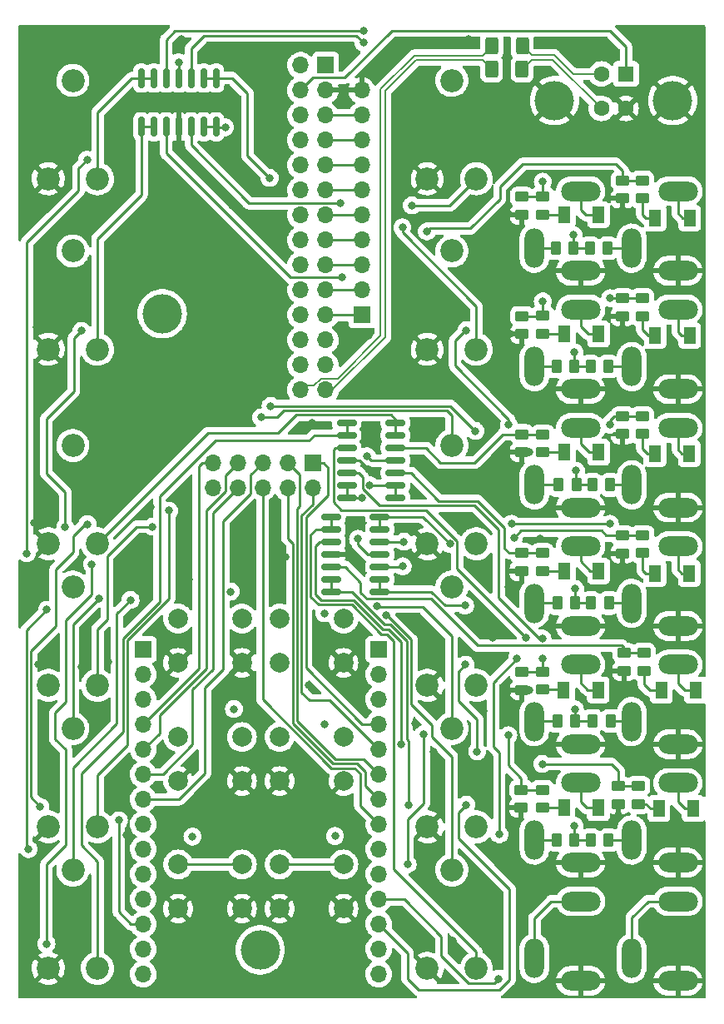
<source format=gbr>
%TF.GenerationSoftware,KiCad,Pcbnew,(6.0.6)*%
%TF.CreationDate,2022-11-26T14:50:16+01:00*%
%TF.ProjectId,wt,77742e6b-6963-4616-945f-706362585858,rev?*%
%TF.SameCoordinates,Original*%
%TF.FileFunction,Copper,L4,Bot*%
%TF.FilePolarity,Positive*%
%FSLAX46Y46*%
G04 Gerber Fmt 4.6, Leading zero omitted, Abs format (unit mm)*
G04 Created by KiCad (PCBNEW (6.0.6)) date 2022-11-26 14:50:16*
%MOMM*%
%LPD*%
G01*
G04 APERTURE LIST*
G04 Aperture macros list*
%AMRoundRect*
0 Rectangle with rounded corners*
0 $1 Rounding radius*
0 $2 $3 $4 $5 $6 $7 $8 $9 X,Y pos of 4 corners*
0 Add a 4 corners polygon primitive as box body*
4,1,4,$2,$3,$4,$5,$6,$7,$8,$9,$2,$3,0*
0 Add four circle primitives for the rounded corners*
1,1,$1+$1,$2,$3*
1,1,$1+$1,$4,$5*
1,1,$1+$1,$6,$7*
1,1,$1+$1,$8,$9*
0 Add four rect primitives between the rounded corners*
20,1,$1+$1,$2,$3,$4,$5,0*
20,1,$1+$1,$4,$5,$6,$7,0*
20,1,$1+$1,$6,$7,$8,$9,0*
20,1,$1+$1,$8,$9,$2,$3,0*%
G04 Aperture macros list end*
%TA.AperFunction,ComponentPad*%
%ADD10C,2.340000*%
%TD*%
%TA.AperFunction,ComponentPad*%
%ADD11C,2.000000*%
%TD*%
%TA.AperFunction,WasherPad*%
%ADD12C,4.000000*%
%TD*%
%TA.AperFunction,ComponentPad*%
%ADD13O,4.000000X2.000000*%
%TD*%
%TA.AperFunction,ComponentPad*%
%ADD14O,2.000000X4.000000*%
%TD*%
%TA.AperFunction,ComponentPad*%
%ADD15R,1.700000X1.700000*%
%TD*%
%TA.AperFunction,ComponentPad*%
%ADD16O,1.700000X1.700000*%
%TD*%
%TA.AperFunction,ComponentPad*%
%ADD17R,1.600000X1.600000*%
%TD*%
%TA.AperFunction,ComponentPad*%
%ADD18C,1.600000*%
%TD*%
%TA.AperFunction,ComponentPad*%
%ADD19C,4.000000*%
%TD*%
%TA.AperFunction,SMDPad,CuDef*%
%ADD20RoundRect,0.250000X0.450000X-0.262500X0.450000X0.262500X-0.450000X0.262500X-0.450000X-0.262500X0*%
%TD*%
%TA.AperFunction,SMDPad,CuDef*%
%ADD21RoundRect,0.250000X-0.450000X0.262500X-0.450000X-0.262500X0.450000X-0.262500X0.450000X0.262500X0*%
%TD*%
%TA.AperFunction,SMDPad,CuDef*%
%ADD22RoundRect,0.250000X0.262500X0.450000X-0.262500X0.450000X-0.262500X-0.450000X0.262500X-0.450000X0*%
%TD*%
%TA.AperFunction,SMDPad,CuDef*%
%ADD23R,1.300000X1.700000*%
%TD*%
%TA.AperFunction,SMDPad,CuDef*%
%ADD24RoundRect,0.250000X-0.262500X-0.450000X0.262500X-0.450000X0.262500X0.450000X-0.262500X0.450000X0*%
%TD*%
%TA.AperFunction,SMDPad,CuDef*%
%ADD25RoundRect,0.250000X-0.400000X-0.625000X0.400000X-0.625000X0.400000X0.625000X-0.400000X0.625000X0*%
%TD*%
%TA.AperFunction,SMDPad,CuDef*%
%ADD26RoundRect,0.150000X-0.150000X0.825000X-0.150000X-0.825000X0.150000X-0.825000X0.150000X0.825000X0*%
%TD*%
%TA.AperFunction,SMDPad,CuDef*%
%ADD27RoundRect,0.150000X0.825000X0.150000X-0.825000X0.150000X-0.825000X-0.150000X0.825000X-0.150000X0*%
%TD*%
%TA.AperFunction,ViaPad*%
%ADD28C,0.800000*%
%TD*%
%TA.AperFunction,Conductor*%
%ADD29C,0.250000*%
%TD*%
%TA.AperFunction,Conductor*%
%ADD30C,0.200000*%
%TD*%
G04 APERTURE END LIST*
D10*
%TO.P,RV13,1,1*%
%TO.N,Net-(RV13-Pad1)*%
X8540012Y-33479999D03*
%TO.P,RV13,2,2*%
%TO.N,AIN11*%
X6040012Y-23479999D03*
%TO.P,RV13,3,3*%
%TO.N,GND3*%
X3540012Y-33479999D03*
%TD*%
D11*
%TO.P,SW2,1,1*%
%TO.N,Net-(R30-Pad1)*%
X16751678Y-60867225D03*
X23251678Y-60867225D03*
%TO.P,SW2,2,2*%
%TO.N,GND3*%
X16751678Y-65367225D03*
X23251678Y-65367225D03*
%TD*%
%TO.P,SW5,1,1*%
%TO.N,Net-(R42-Pad1)*%
X16751678Y-85867225D03*
X23251678Y-85867225D03*
%TO.P,SW5,2,2*%
%TO.N,GND3*%
X16751678Y-90367225D03*
X23251678Y-90367225D03*
%TD*%
D12*
%TO.P,REF\u002A\u002A,*%
%TO.N,*%
X15134713Y-29863114D03*
%TD*%
D11*
%TO.P,SW4,1,1*%
%TO.N,Net-(R40-Pad1)*%
X33577600Y-72901115D03*
X27077600Y-72901115D03*
%TO.P,SW4,2,2*%
%TO.N,GND3*%
X33577600Y-77401115D03*
X27077600Y-77401115D03*
%TD*%
D13*
%TO.P,U12,S*%
%TO.N,GND3*%
X67600000Y-49568571D03*
%TO.P,U12,T*%
%TO.N,Net-(D5-Pad1)*%
X67600000Y-41468571D03*
D14*
%TO.P,U12,TN*%
%TO.N,Net-(R27-Pad2)*%
X62900000Y-47268571D03*
%TD*%
D15*
%TO.P,J3,1,Pin_1*%
%TO.N,LED0*%
X35427044Y-30000000D03*
D16*
%TO.P,J3,2,Pin_2*%
%TO.N,LED1*%
X35427044Y-27460000D03*
%TO.P,J3,3,Pin_3*%
%TO.N,LED2*%
X35427044Y-24920000D03*
%TO.P,J3,4,Pin_4*%
%TO.N,LED3*%
X35427044Y-22380000D03*
%TO.P,J3,5,Pin_5*%
%TO.N,LED4*%
X35427044Y-19840000D03*
%TO.P,J3,6,Pin_6*%
%TO.N,LED5*%
X35427044Y-17300000D03*
%TO.P,J3,7,Pin_7*%
%TO.N,LED6*%
X35427044Y-14760000D03*
%TO.P,J3,8,Pin_8*%
%TO.N,LED7*%
X35427044Y-12220000D03*
%TO.P,J3,9,Pin_9*%
%TO.N,LED8*%
X35427044Y-9680000D03*
%TO.P,J3,10,Pin_10*%
%TO.N,GND3*%
X35427044Y-7140000D03*
%TD*%
D11*
%TO.P,SW3,1,1*%
%TO.N,Net-(R38-Pad1)*%
X16751678Y-72901115D03*
X23251678Y-72901115D03*
%TO.P,SW3,2,2*%
%TO.N,GND3*%
X16751678Y-77401115D03*
X23251678Y-77401115D03*
%TD*%
D10*
%TO.P,RV5,1,1*%
%TO.N,Net-(RV5-Pad1)*%
X47100000Y-53263333D03*
%TO.P,RV5,2,2*%
%TO.N,AIN4*%
X44600000Y-43263333D03*
%TO.P,RV5,3,3*%
%TO.N,GND3*%
X42100000Y-53263333D03*
%TD*%
D15*
%TO.P,J4,1,Pin_1*%
%TO.N,LED9*%
X30427044Y-45000000D03*
D16*
%TO.P,J4,2,Pin_2*%
%TO.N,LED10*%
X30427044Y-47540000D03*
%TO.P,J4,3,Pin_3*%
%TO.N,LED11*%
X27887044Y-45000000D03*
%TO.P,J4,4,Pin_4*%
%TO.N,LED12*%
X27887044Y-47540000D03*
%TO.P,J4,5,Pin_5*%
%TO.N,LED13*%
X25347044Y-45000000D03*
%TO.P,J4,6,Pin_6*%
%TO.N,LED14*%
X25347044Y-47540000D03*
%TO.P,J4,7,Pin_7*%
%TO.N,LED15*%
X22807044Y-45000000D03*
%TO.P,J4,8,Pin_8*%
%TO.N,LED17*%
X22807044Y-47540000D03*
%TO.P,J4,9,Pin_9*%
%TO.N,LED16*%
X20267044Y-45000000D03*
%TO.P,J4,10,Pin_10*%
%TO.N,GND3*%
X20267044Y-47540000D03*
%TD*%
D17*
%TO.P,J1,1,VBUS*%
%TO.N,PA9*%
X62310000Y-5477500D03*
D18*
%TO.P,J1,2,D-*%
%TO.N,D-*%
X59810000Y-5477500D03*
%TO.P,J1,3,D+*%
%TO.N,D+*%
X59810000Y-8977500D03*
%TO.P,J1,4,GND*%
%TO.N,GND3*%
X62310000Y-8977500D03*
D19*
%TO.P,J1,5,Shield*%
X55040000Y-8187500D03*
X67080000Y-8187500D03*
%TD*%
D13*
%TO.P,U8,S*%
%TO.N,GND3*%
X57700000Y-49568571D03*
%TO.P,U8,T*%
%TO.N,Net-(D1-Pad1)*%
X57700000Y-41468571D03*
D14*
%TO.P,U8,TN*%
%TO.N,Net-(R15-Pad2)*%
X53000000Y-47268571D03*
%TD*%
D13*
%TO.P,U13,S*%
%TO.N,GND3*%
X67600000Y-73639285D03*
%TO.P,U13,T*%
%TO.N,Net-(D6-Pad1)*%
X67600000Y-65539285D03*
D14*
%TO.P,U13,TN*%
%TO.N,Net-(R32-Pad2)*%
X62900000Y-71339285D03*
%TD*%
D10*
%TO.P,RV1,1,1*%
%TO.N,Net-(RV1-Pad1)*%
X8540012Y-53263333D03*
%TO.P,RV1,2,2*%
%TO.N,AIN0*%
X6040012Y-43263333D03*
%TO.P,RV1,3,3*%
%TO.N,GND3*%
X3540012Y-53263333D03*
%TD*%
%TO.P,RV10,1,1*%
%TO.N,Net-(RV10-Pad1)*%
X47100000Y-67653333D03*
%TO.P,RV10,2,2*%
%TO.N,AIN5*%
X44600000Y-57653333D03*
%TO.P,RV10,3,3*%
%TO.N,GND3*%
X42100000Y-67653333D03*
%TD*%
D13*
%TO.P,U22,S*%
%TO.N,GND3*%
X57700000Y-37533214D03*
%TO.P,U22,T*%
%TO.N,Net-(D28-Pad1)*%
X57700000Y-29433214D03*
D14*
%TO.P,U22,TN*%
%TO.N,Net-(R72-Pad2)*%
X53000000Y-35233214D03*
%TD*%
D12*
%TO.P,REF\u002A\u002A,*%
%TO.N,*%
X25095200Y-94570800D03*
%TD*%
D10*
%TO.P,RV7,1,1*%
%TO.N,Net-(RV7-Pad1)*%
X47100000Y-96433333D03*
%TO.P,RV7,2,2*%
%TO.N,AIN7*%
X44600000Y-86433333D03*
%TO.P,RV7,3,3*%
%TO.N,GND3*%
X42100000Y-96433333D03*
%TD*%
%TO.P,RV2,1,1*%
%TO.N,Net-(RV2-Pad1)*%
X8540012Y-67653333D03*
%TO.P,RV2,2,2*%
%TO.N,AIN1*%
X6040012Y-57653333D03*
%TO.P,RV2,3,3*%
%TO.N,GND3*%
X3540012Y-67653333D03*
%TD*%
D13*
%TO.P,Out_2,S*%
%TO.N,GND3*%
X67600000Y-97710000D03*
%TO.P,Out_2,T*%
%TO.N,OutB*%
X67600000Y-89610000D03*
D14*
%TO.P,Out_2,TN*%
X62900000Y-95410000D03*
%TD*%
D13*
%TO.P,Out_1,S*%
%TO.N,GND3*%
X57700000Y-97710000D03*
%TO.P,Out_1,T*%
%TO.N,OutA*%
X57700000Y-89610000D03*
D14*
%TO.P,Out_1,TN*%
X53000000Y-95410000D03*
%TD*%
D10*
%TO.P,RV11,1,1*%
%TO.N,Net-(RV11-Pad1)*%
X47100000Y-33479999D03*
%TO.P,RV11,2,2*%
%TO.N,AIN9*%
X44600000Y-23479999D03*
%TO.P,RV11,3,3*%
%TO.N,GND3*%
X42100000Y-33479999D03*
%TD*%
%TO.P,RV8,1,1*%
%TO.N,Net-(RV8-Pad1)*%
X8540012Y-16136666D03*
%TO.P,RV8,2,2*%
%TO.N,AIN8*%
X6040012Y-6136666D03*
%TO.P,RV8,3,3*%
%TO.N,GND3*%
X3540012Y-16136666D03*
%TD*%
D11*
%TO.P,SW6,1,1*%
%TO.N,Net-(R44-Pad1)*%
X27077600Y-85867225D03*
X33577600Y-85867225D03*
%TO.P,SW6,2,2*%
%TO.N,GND3*%
X27077600Y-90367225D03*
X33577600Y-90367225D03*
%TD*%
D10*
%TO.P,RV12,1,1*%
%TO.N,Net-(RV12-Pad1)*%
X47100000Y-16136666D03*
%TO.P,RV12,2,2*%
%TO.N,AIN10*%
X44600000Y-6136666D03*
%TO.P,RV12,3,3*%
%TO.N,GND3*%
X42100000Y-16136666D03*
%TD*%
%TO.P,RV6,1,1*%
%TO.N,Net-(RV6-Pad1)*%
X47100000Y-82043333D03*
%TO.P,RV6,2,2*%
%TO.N,AIN6*%
X44600000Y-72043333D03*
%TO.P,RV6,3,3*%
%TO.N,GND3*%
X42100000Y-82043333D03*
%TD*%
D13*
%TO.P,U9,S*%
%TO.N,GND3*%
X57700000Y-61603928D03*
%TO.P,U9,T*%
%TO.N,Net-(D2-Pad1)*%
X57700000Y-53503928D03*
D14*
%TO.P,U9,TN*%
%TO.N,Net-(R18-Pad2)*%
X53000000Y-59303928D03*
%TD*%
D10*
%TO.P,RV4,1,1*%
%TO.N,Net-(RV4-Pad1)*%
X8540012Y-96433333D03*
%TO.P,RV4,2,2*%
%TO.N,AIN3*%
X6040012Y-86433333D03*
%TO.P,RV4,3,3*%
%TO.N,GND3*%
X3540012Y-96433333D03*
%TD*%
D13*
%TO.P,U21,S*%
%TO.N,GND3*%
X67600000Y-61603928D03*
%TO.P,U21,T*%
%TO.N,Net-(D27-Pad1)*%
X67600000Y-53503928D03*
D14*
%TO.P,U21,TN*%
%TO.N,Net-(R67-Pad2)*%
X62900000Y-59303928D03*
%TD*%
D10*
%TO.P,RV3,1,1*%
%TO.N,Net-(RV3-Pad1)*%
X8540012Y-82043333D03*
%TO.P,RV3,2,2*%
%TO.N,AIN2*%
X6040012Y-72043333D03*
%TO.P,RV3,3,3*%
%TO.N,GND3*%
X3540012Y-82043333D03*
%TD*%
D13*
%TO.P,U10,S*%
%TO.N,GND3*%
X57700000Y-73639285D03*
%TO.P,U10,T*%
%TO.N,Net-(D3-Pad1)*%
X57700000Y-65539285D03*
D14*
%TO.P,U10,TN*%
%TO.N,Net-(R21-Pad2)*%
X53000000Y-71339285D03*
%TD*%
D13*
%TO.P,U24,S*%
%TO.N,GND3*%
X67600000Y-37533214D03*
%TO.P,U24,T*%
%TO.N,Net-(D30-Pad1)*%
X67600000Y-29433214D03*
D14*
%TO.P,U24,TN*%
%TO.N,Net-(R78-Pad2)*%
X62900000Y-35233214D03*
%TD*%
D13*
%TO.P,U14,S*%
%TO.N,GND3*%
X67600000Y-85674642D03*
%TO.P,U14,T*%
%TO.N,Net-(D7-Pad1)*%
X67600000Y-77574642D03*
D14*
%TO.P,U14,TN*%
%TO.N,Net-(R35-Pad2)*%
X62900000Y-83374642D03*
%TD*%
D13*
%TO.P,U15,S*%
%TO.N,GND3*%
X57700000Y-25497857D03*
%TO.P,U15,T*%
%TO.N,Net-(D8-Pad1)*%
X57700000Y-17397857D03*
D14*
%TO.P,U15,TN*%
%TO.N,Net-(R46-Pad2)*%
X53000000Y-23197857D03*
%TD*%
D11*
%TO.P,SW1,1,1*%
%TO.N,Net-(R13-Pad1)*%
X27077600Y-60867225D03*
X33577600Y-60867225D03*
%TO.P,SW1,2,2*%
%TO.N,GND3*%
X27077600Y-65367225D03*
X33577600Y-65367225D03*
%TD*%
D13*
%TO.P,U23,S*%
%TO.N,GND3*%
X67600000Y-25497857D03*
%TO.P,U23,T*%
%TO.N,Net-(D29-Pad1)*%
X67600000Y-17397857D03*
D14*
%TO.P,U23,TN*%
%TO.N,Net-(R75-Pad2)*%
X62900000Y-23197857D03*
%TD*%
D13*
%TO.P,U11,S*%
%TO.N,GND3*%
X57700000Y-85674642D03*
%TO.P,U11,T*%
%TO.N,Net-(D4-Pad1)*%
X57700000Y-77574642D03*
D14*
%TO.P,U11,TN*%
%TO.N,Net-(R24-Pad2)*%
X53000000Y-83374642D03*
%TD*%
D15*
%TO.P,FrontBoard_3,1,Pin_1*%
%TO.N,BTN1*%
X37159800Y-64000000D03*
D16*
%TO.P,FrontBoard_3,2,Pin_2*%
%TO.N,BTN3*%
X37159800Y-66540000D03*
%TO.P,FrontBoard_3,3,Pin_3*%
%TO.N,BTN5*%
X37159800Y-69080000D03*
%TO.P,FrontBoard_3,4,Pin_4*%
%TO.N,LED9*%
X37159800Y-71620000D03*
%TO.P,FrontBoard_3,5,Pin_5*%
%TO.N,LED10*%
X37159800Y-74160000D03*
%TO.P,FrontBoard_3,6,Pin_6*%
%TO.N,LED11*%
X37159800Y-76700000D03*
%TO.P,FrontBoard_3,7,Pin_7*%
%TO.N,LED12*%
X37159800Y-79240000D03*
%TO.P,FrontBoard_3,8,Pin_8*%
%TO.N,LED14*%
X37159800Y-81780000D03*
%TO.P,FrontBoard_3,9,Pin_9*%
%TO.N,AIN9-LED*%
X37159800Y-84320000D03*
%TO.P,FrontBoard_3,10,Pin_10*%
%TO.N,AIN4-LED*%
X37159800Y-86860000D03*
%TO.P,FrontBoard_3,11,Pin_11*%
%TO.N,AIN5-LED*%
X37159800Y-89400000D03*
%TO.P,FrontBoard_3,12,Pin_12*%
%TO.N,AIN6-LED*%
X37159800Y-91940000D03*
%TO.P,FrontBoard_3,13,Pin_13*%
%TO.N,+12VA*%
X37159800Y-94480000D03*
%TO.P,FrontBoard_3,14,Pin_14*%
%TO.N,AIN7-LED*%
X37159800Y-97020000D03*
%TD*%
D20*
%TO.P,R16,1*%
%TO.N,Net-(D1-Pad2)*%
X53848000Y-43965500D03*
%TO.P,R16,2*%
%TO.N,Net-(R16-Pad2)*%
X53848000Y-42140500D03*
%TD*%
D21*
%TO.P,R37,1*%
%TO.N,Net-(R36-Pad2)*%
X61550000Y-77887500D03*
%TO.P,R37,2*%
%TO.N,GND3*%
X61550000Y-79712500D03*
%TD*%
D22*
%TO.P,R21,1*%
%TO.N,+12VA*%
X57162500Y-71270000D03*
%TO.P,R21,2*%
%TO.N,Net-(R21-Pad2)*%
X55337500Y-71270000D03*
%TD*%
D20*
%TO.P,R76,1*%
%TO.N,Net-(D29-Pad2)*%
X63982600Y-18133700D03*
%TO.P,R76,2*%
%TO.N,Net-(R76-Pad2)*%
X63982600Y-16308700D03*
%TD*%
D23*
%TO.P,D7,1,A*%
%TO.N,Net-(D7-Pad1)*%
X69170000Y-80200000D03*
%TO.P,D7,2,K*%
%TO.N,Net-(D7-Pad2)*%
X65670000Y-80200000D03*
%TD*%
D20*
%TO.P,R68,1*%
%TO.N,Net-(D27-Pad2)*%
X64010000Y-54212500D03*
%TO.P,R68,2*%
%TO.N,Net-(R68-Pad2)*%
X64010000Y-52387500D03*
%TD*%
%TO.P,R28,1*%
%TO.N,Net-(D5-Pad2)*%
X63982600Y-42111300D03*
%TO.P,R28,2*%
%TO.N,Net-(R28-Pad2)*%
X63982600Y-40286300D03*
%TD*%
D23*
%TO.P,D5,1,A*%
%TO.N,Net-(D5-Pad1)*%
X68755200Y-44069000D03*
%TO.P,D5,2,K*%
%TO.N,Net-(D5-Pad2)*%
X65255200Y-44069000D03*
%TD*%
D20*
%TO.P,R19,1*%
%TO.N,Net-(D2-Pad2)*%
X53822600Y-56030500D03*
%TO.P,R19,2*%
%TO.N,Net-(R19-Pad2)*%
X53822600Y-54205500D03*
%TD*%
D24*
%TO.P,R35,1*%
%TO.N,+12VA*%
X58727500Y-83402800D03*
%TO.P,R35,2*%
%TO.N,Net-(R35-Pad2)*%
X60552500Y-83402800D03*
%TD*%
D23*
%TO.P,D2,1,A*%
%TO.N,Net-(D2-Pad1)*%
X59535000Y-56032400D03*
%TO.P,D2,2,K*%
%TO.N,Net-(D2-Pad2)*%
X56035000Y-56032400D03*
%TD*%
D20*
%TO.P,R22,1*%
%TO.N,Net-(D3-Pad2)*%
X53819900Y-68099000D03*
%TO.P,R22,2*%
%TO.N,Net-(R22-Pad2)*%
X53819900Y-66274000D03*
%TD*%
D15*
%TO.P,FrontBoard_1,1,Pin_1*%
%TO.N,AIN10*%
X31750000Y-4597400D03*
D16*
%TO.P,FrontBoard_1,2,Pin_2*%
%TO.N,AIN8*%
X29210000Y-4597400D03*
%TO.P,FrontBoard_1,3,Pin_3*%
%TO.N,GND3*%
X31750000Y-7137400D03*
%TO.P,FrontBoard_1,4,Pin_4*%
%TO.N,PA9*%
X29210000Y-7137400D03*
%TO.P,FrontBoard_1,5,Pin_5*%
%TO.N,LED8*%
X31750000Y-9677400D03*
%TO.P,FrontBoard_1,6,Pin_6*%
%TO.N,AIN9*%
X29210000Y-9677400D03*
%TO.P,FrontBoard_1,7,Pin_7*%
%TO.N,LED7*%
X31750000Y-12217400D03*
%TO.P,FrontBoard_1,8,Pin_8*%
%TO.N,AIN11*%
X29210000Y-12217400D03*
%TO.P,FrontBoard_1,9,Pin_9*%
%TO.N,LED6*%
X31750000Y-14757400D03*
%TO.P,FrontBoard_1,10,Pin_10*%
%TO.N,AIN0*%
X29210000Y-14757400D03*
%TO.P,FrontBoard_1,11,Pin_11*%
%TO.N,LED5*%
X31750000Y-17297400D03*
%TO.P,FrontBoard_1,12,Pin_12*%
%TO.N,AIN1*%
X29210000Y-17297400D03*
%TO.P,FrontBoard_1,13,Pin_13*%
%TO.N,LED4*%
X31750000Y-19837400D03*
%TO.P,FrontBoard_1,14,Pin_14*%
%TO.N,AIN2*%
X29210000Y-19837400D03*
%TO.P,FrontBoard_1,15,Pin_15*%
%TO.N,LED3*%
X31750000Y-22377400D03*
%TO.P,FrontBoard_1,16,Pin_16*%
%TO.N,AIN3*%
X29210000Y-22377400D03*
%TO.P,FrontBoard_1,17,Pin_17*%
%TO.N,LED2*%
X31750000Y-24917400D03*
%TO.P,FrontBoard_1,18,Pin_18*%
%TO.N,AIN10-LED*%
X29210000Y-24917400D03*
%TO.P,FrontBoard_1,19,Pin_19*%
%TO.N,LED1*%
X31750000Y-27457400D03*
%TO.P,FrontBoard_1,20,Pin_20*%
%TO.N,AIN4*%
X29210000Y-27457400D03*
%TO.P,FrontBoard_1,21,Pin_21*%
%TO.N,LED0*%
X31750000Y-29997400D03*
%TO.P,FrontBoard_1,22,Pin_22*%
%TO.N,AIN5*%
X29210000Y-29997400D03*
%TO.P,FrontBoard_1,23,Pin_23*%
%TO.N,OutB*%
X31750000Y-32537400D03*
%TO.P,FrontBoard_1,24,Pin_24*%
%TO.N,AIN6*%
X29210000Y-32537400D03*
%TO.P,FrontBoard_1,25,Pin_25*%
%TO.N,OutA*%
X31750000Y-35077400D03*
%TO.P,FrontBoard_1,26,Pin_26*%
%TO.N,AIN7*%
X29210000Y-35077400D03*
%TO.P,FrontBoard_1,27,Pin_27*%
%TO.N,USB_D+*%
X31750000Y-37617400D03*
%TO.P,FrontBoard_1,28,Pin_28*%
%TO.N,USB_D-*%
X29210000Y-37617400D03*
%TD*%
D21*
%TO.P,R23,1*%
%TO.N,Net-(R22-Pad2)*%
X51711700Y-66294000D03*
%TO.P,R23,2*%
%TO.N,GND3*%
X51711700Y-68119000D03*
%TD*%
D22*
%TO.P,R18,1*%
%TO.N,+12VA*%
X57147100Y-59293600D03*
%TO.P,R18,2*%
%TO.N,Net-(R18-Pad2)*%
X55322100Y-59293600D03*
%TD*%
D21*
%TO.P,R69,1*%
%TO.N,Net-(R68-Pad2)*%
X61976000Y-52402100D03*
%TO.P,R69,2*%
%TO.N,GND3*%
X61976000Y-54227100D03*
%TD*%
%TO.P,R48,1*%
%TO.N,Net-(R47-Pad2)*%
X51714400Y-17959700D03*
%TO.P,R48,2*%
%TO.N,GND3*%
X51714400Y-19784700D03*
%TD*%
D23*
%TO.P,D30,1,A*%
%TO.N,Net-(D30-Pad1)*%
X68780600Y-32090000D03*
%TO.P,D30,2,K*%
%TO.N,Net-(D30-Pad2)*%
X65280600Y-32090000D03*
%TD*%
D25*
%TO.P,R70,1*%
%TO.N,USB_D+*%
X48645800Y-4981600D03*
%TO.P,R70,2*%
%TO.N,D+*%
X51745800Y-4981600D03*
%TD*%
D23*
%TO.P,D29,1,A*%
%TO.N,Net-(D29-Pad1)*%
X68780600Y-20142200D03*
%TO.P,D29,2,K*%
%TO.N,Net-(D29-Pad2)*%
X65280600Y-20142200D03*
%TD*%
%TO.P,D3,1,A*%
%TO.N,Net-(D3-Pad1)*%
X59480000Y-68110000D03*
%TO.P,D3,2,K*%
%TO.N,Net-(D3-Pad2)*%
X55980000Y-68110000D03*
%TD*%
D22*
%TO.P,R15,1*%
%TO.N,+12VA*%
X57272500Y-47269400D03*
%TO.P,R15,2*%
%TO.N,Net-(R15-Pad2)*%
X55447500Y-47269400D03*
%TD*%
D24*
%TO.P,R27,1*%
%TO.N,+12VA*%
X58897500Y-47269400D03*
%TO.P,R27,2*%
%TO.N,Net-(R27-Pad2)*%
X60722500Y-47269400D03*
%TD*%
%TO.P,R75,1*%
%TO.N,+12VA*%
X58637500Y-23190200D03*
%TO.P,R75,2*%
%TO.N,Net-(R75-Pad2)*%
X60462500Y-23190200D03*
%TD*%
D23*
%TO.P,D8,1,A*%
%TO.N,Net-(D8-Pad1)*%
X59535000Y-19812000D03*
%TO.P,D8,2,K*%
%TO.N,Net-(D8-Pad2)*%
X56035000Y-19812000D03*
%TD*%
D22*
%TO.P,R46,1*%
%TO.N,+12VA*%
X56992500Y-23170200D03*
%TO.P,R46,2*%
%TO.N,Net-(R46-Pad2)*%
X55167500Y-23170200D03*
%TD*%
D25*
%TO.P,R71,1*%
%TO.N,USB_D-*%
X48665800Y-2641600D03*
%TO.P,R71,2*%
%TO.N,D-*%
X51765800Y-2641600D03*
%TD*%
D21*
%TO.P,R17,1*%
%TO.N,Net-(R16-Pad2)*%
X51714400Y-42115100D03*
%TO.P,R17,2*%
%TO.N,GND3*%
X51714400Y-43940100D03*
%TD*%
D22*
%TO.P,R72,1*%
%TO.N,+12VA*%
X57062500Y-35219800D03*
%TO.P,R72,2*%
%TO.N,Net-(R72-Pad2)*%
X55237500Y-35219800D03*
%TD*%
D26*
%TO.P,U3,1*%
%TO.N,Net-(RV8-Pad1)*%
X13004800Y-5907000D03*
%TO.P,U3,2,-*%
X14274800Y-5907000D03*
%TO.P,U3,3,+*%
%TO.N,Net-(R47-Pad2)*%
X15544800Y-5907000D03*
%TO.P,U3,4,V+*%
%TO.N,+3.3VA*%
X16814800Y-5907000D03*
%TO.P,U3,5,+*%
%TO.N,Net-(R73-Pad2)*%
X18084800Y-5907000D03*
%TO.P,U3,6,-*%
%TO.N,Net-(RV11-Pad1)*%
X19354800Y-5907000D03*
%TO.P,U3,7*%
X20624800Y-5907000D03*
%TO.P,U3,8*%
%TO.N,Net-(RV12-Pad1)*%
X20624800Y-10857000D03*
%TO.P,U3,9,-*%
X19354800Y-10857000D03*
%TO.P,U3,10,+*%
%TO.N,Net-(R76-Pad2)*%
X18084800Y-10857000D03*
%TO.P,U3,11,V-*%
%TO.N,GND3*%
X16814800Y-10857000D03*
%TO.P,U3,12,+*%
%TO.N,Net-(R79-Pad2)*%
X15544800Y-10857000D03*
%TO.P,U3,13,-*%
%TO.N,Net-(RV13-Pad1)*%
X14274800Y-10857000D03*
%TO.P,U3,14*%
X13004800Y-10857000D03*
%TD*%
D20*
%TO.P,R73,1*%
%TO.N,Net-(D28-Pad2)*%
X53848000Y-31900500D03*
%TO.P,R73,2*%
%TO.N,Net-(R73-Pad2)*%
X53848000Y-30075500D03*
%TD*%
D24*
%TO.P,R67,1*%
%TO.N,+12VA*%
X58752100Y-59283600D03*
%TO.P,R67,2*%
%TO.N,Net-(R67-Pad2)*%
X60577100Y-59283600D03*
%TD*%
D21*
%TO.P,R20,1*%
%TO.N,Net-(R19-Pad2)*%
X51689000Y-54205500D03*
%TO.P,R20,2*%
%TO.N,GND3*%
X51689000Y-56030500D03*
%TD*%
D27*
%TO.P,U2,1*%
%TO.N,Net-(RV5-Pad1)*%
X37273000Y-50520600D03*
%TO.P,U2,2,-*%
X37273000Y-51790600D03*
%TO.P,U2,3,+*%
%TO.N,Net-(R28-Pad2)*%
X37273000Y-53060600D03*
%TO.P,U2,4,V+*%
%TO.N,+3.3VA*%
X37273000Y-54330600D03*
%TO.P,U2,5,+*%
%TO.N,Net-(R68-Pad2)*%
X37273000Y-55600600D03*
%TO.P,U2,6,-*%
%TO.N,Net-(RV10-Pad1)*%
X37273000Y-56870600D03*
%TO.P,U2,7*%
X37273000Y-58140600D03*
%TO.P,U2,8*%
%TO.N,Net-(RV6-Pad1)*%
X32323000Y-58140600D03*
%TO.P,U2,9,-*%
X32323000Y-56870600D03*
%TO.P,U2,10,+*%
%TO.N,Net-(R33-Pad2)*%
X32323000Y-55600600D03*
%TO.P,U2,11,V-*%
%TO.N,GND3*%
X32323000Y-54330600D03*
%TO.P,U2,12,+*%
%TO.N,Net-(R36-Pad2)*%
X32323000Y-53060600D03*
%TO.P,U2,13,-*%
%TO.N,Net-(RV7-Pad1)*%
X32323000Y-51790600D03*
%TO.P,U2,14*%
X32323000Y-50520600D03*
%TD*%
D20*
%TO.P,R33,1*%
%TO.N,Net-(D6-Pad2)*%
X64130000Y-66182500D03*
%TO.P,R33,2*%
%TO.N,Net-(R33-Pad2)*%
X64130000Y-64357500D03*
%TD*%
D21*
%TO.P,R29,1*%
%TO.N,Net-(R28-Pad2)*%
X62001400Y-40286300D03*
%TO.P,R29,2*%
%TO.N,GND3*%
X62001400Y-42111300D03*
%TD*%
D23*
%TO.P,D28,1,A*%
%TO.N,Net-(D28-Pad1)*%
X59535000Y-31927800D03*
%TO.P,D28,2,K*%
%TO.N,Net-(D28-Pad2)*%
X56035000Y-31927800D03*
%TD*%
%TO.P,D1,1,A*%
%TO.N,Net-(D1-Pad1)*%
X59535000Y-43967400D03*
%TO.P,D1,2,K*%
%TO.N,Net-(D1-Pad2)*%
X56035000Y-43967400D03*
%TD*%
D20*
%TO.P,R36,1*%
%TO.N,Net-(D7-Pad2)*%
X63580000Y-79712500D03*
%TO.P,R36,2*%
%TO.N,Net-(R36-Pad2)*%
X63580000Y-77887500D03*
%TD*%
D27*
%TO.P,U1,1*%
%TO.N,Net-(RV1-Pad1)*%
X38847800Y-40970200D03*
%TO.P,U1,2,-*%
X38847800Y-42240200D03*
%TO.P,U1,3,+*%
%TO.N,Net-(R16-Pad2)*%
X38847800Y-43510200D03*
%TO.P,U1,4,V+*%
%TO.N,+3.3VA*%
X38847800Y-44780200D03*
%TO.P,U1,5,+*%
%TO.N,Net-(R19-Pad2)*%
X38847800Y-46050200D03*
%TO.P,U1,6,-*%
%TO.N,Net-(RV2-Pad1)*%
X38847800Y-47320200D03*
%TO.P,U1,7*%
X38847800Y-48590200D03*
%TO.P,U1,8*%
%TO.N,Net-(RV3-Pad1)*%
X33897800Y-48590200D03*
%TO.P,U1,9,-*%
X33897800Y-47320200D03*
%TO.P,U1,10,+*%
%TO.N,Net-(R22-Pad2)*%
X33897800Y-46050200D03*
%TO.P,U1,11,V-*%
%TO.N,GND3*%
X33897800Y-44780200D03*
%TO.P,U1,12,+*%
%TO.N,Net-(R25-Pad2)*%
X33897800Y-43510200D03*
%TO.P,U1,13,-*%
%TO.N,Net-(RV4-Pad1)*%
X33897800Y-42240200D03*
%TO.P,U1,14*%
X33897800Y-40970200D03*
%TD*%
D21*
%TO.P,R77,1*%
%TO.N,Net-(R76-Pad2)*%
X61976000Y-16308700D03*
%TO.P,R77,2*%
%TO.N,GND3*%
X61976000Y-18133700D03*
%TD*%
D20*
%TO.P,R79,1*%
%TO.N,Net-(D30-Pad2)*%
X63982600Y-30097100D03*
%TO.P,R79,2*%
%TO.N,Net-(R79-Pad2)*%
X63982600Y-28272100D03*
%TD*%
D22*
%TO.P,R24,1*%
%TO.N,+12VA*%
X57062500Y-83362800D03*
%TO.P,R24,2*%
%TO.N,Net-(R24-Pad2)*%
X55237500Y-83362800D03*
%TD*%
D24*
%TO.P,R32,1*%
%TO.N,+12VA*%
X58917500Y-71270000D03*
%TO.P,R32,2*%
%TO.N,Net-(R32-Pad2)*%
X60742500Y-71270000D03*
%TD*%
%TO.P,R78,1*%
%TO.N,+12VA*%
X58707500Y-35229800D03*
%TO.P,R78,2*%
%TO.N,Net-(R78-Pad2)*%
X60532500Y-35229800D03*
%TD*%
D20*
%TO.P,R25,1*%
%TO.N,Net-(D4-Pad2)*%
X53830000Y-80109700D03*
%TO.P,R25,2*%
%TO.N,Net-(R25-Pad2)*%
X53830000Y-78284700D03*
%TD*%
D23*
%TO.P,D4,1,A*%
%TO.N,Net-(D4-Pad1)*%
X59500000Y-80120000D03*
%TO.P,D4,2,K*%
%TO.N,Net-(D4-Pad2)*%
X56000000Y-80120000D03*
%TD*%
D20*
%TO.P,R47,1*%
%TO.N,Net-(D8-Pad2)*%
X53848000Y-19784700D03*
%TO.P,R47,2*%
%TO.N,Net-(R47-Pad2)*%
X53848000Y-17959700D03*
%TD*%
D21*
%TO.P,R26,1*%
%TO.N,Net-(R25-Pad2)*%
X51650000Y-78264700D03*
%TO.P,R26,2*%
%TO.N,GND3*%
X51650000Y-80089700D03*
%TD*%
D23*
%TO.P,D27,1,A*%
%TO.N,Net-(D27-Pad1)*%
X68770000Y-56270000D03*
%TO.P,D27,2,K*%
%TO.N,Net-(D27-Pad2)*%
X65270000Y-56270000D03*
%TD*%
D21*
%TO.P,R80,1*%
%TO.N,Net-(R79-Pad2)*%
X61967400Y-28295500D03*
%TO.P,R80,2*%
%TO.N,GND3*%
X61967400Y-30120500D03*
%TD*%
D15*
%TO.P,FrontBoard_2,1,Pin_1*%
%TO.N,BTN0*%
X13207600Y-64000000D03*
D16*
%TO.P,FrontBoard_2,2,Pin_2*%
%TO.N,BTN2*%
X13207600Y-66540000D03*
%TO.P,FrontBoard_2,3,Pin_3*%
%TO.N,BTN4*%
X13207600Y-69080000D03*
%TO.P,FrontBoard_2,4,Pin_4*%
%TO.N,LED16*%
X13207600Y-71620000D03*
%TO.P,FrontBoard_2,5,Pin_5*%
%TO.N,LED15*%
X13207600Y-74160000D03*
%TO.P,FrontBoard_2,6,Pin_6*%
%TO.N,LED17*%
X13207600Y-76700000D03*
%TO.P,FrontBoard_2,7,Pin_7*%
%TO.N,LED13*%
X13207600Y-79240000D03*
%TO.P,FrontBoard_2,8,Pin_8*%
%TO.N,AIN8-LED*%
X13207600Y-81780000D03*
%TO.P,FrontBoard_2,9,Pin_9*%
%TO.N,AIN0-LED*%
X13207600Y-84320000D03*
%TO.P,FrontBoard_2,10,Pin_10*%
%TO.N,AIN1-LED*%
X13207600Y-86860000D03*
%TO.P,FrontBoard_2,11,Pin_11*%
%TO.N,AIN3-LED*%
X13207600Y-89400000D03*
%TO.P,FrontBoard_2,12,Pin_12*%
%TO.N,AIN2-LED*%
X13207600Y-91940000D03*
%TO.P,FrontBoard_2,13,Pin_13*%
%TO.N,AIN11-LED*%
X13207600Y-94480000D03*
%TO.P,FrontBoard_2,14,Pin_14*%
%TO.N,+3.3VA*%
X13207600Y-97020000D03*
%TD*%
D23*
%TO.P,D6,1,A*%
%TO.N,Net-(D6-Pad1)*%
X69410000Y-68160000D03*
%TO.P,D6,2,K*%
%TO.N,Net-(D6-Pad2)*%
X65910000Y-68160000D03*
%TD*%
D21*
%TO.P,R34,1*%
%TO.N,Net-(R33-Pad2)*%
X62128400Y-64365500D03*
%TO.P,R34,2*%
%TO.N,GND3*%
X62128400Y-66190500D03*
%TD*%
%TO.P,R74,1*%
%TO.N,Net-(R73-Pad2)*%
X51739800Y-30100900D03*
%TO.P,R74,2*%
%TO.N,GND3*%
X51739800Y-31925900D03*
%TD*%
D28*
%TO.N,Net-(R22-Pad2)*%
X53822600Y-64897000D03*
X53822601Y-62890401D03*
%TO.N,Net-(R25-Pad2)*%
X50342800Y-72720200D03*
X52146200Y-62839600D03*
%TO.N,Net-(R28-Pad2)*%
X60680600Y-51222965D03*
X60680600Y-41148000D03*
X50673000Y-51231800D03*
X39725600Y-53035200D03*
%TO.N,Net-(R36-Pad2)*%
X39434100Y-73614602D03*
X53797200Y-75641200D03*
%TO.N,Net-(R47-Pad2)*%
X53848000Y-16433800D03*
X35661600Y-1117600D03*
%TO.N,Net-(R68-Pad2)*%
X39603655Y-55546323D03*
X50927000Y-52628800D03*
%TO.N,Net-(R73-Pad2)*%
X35610800Y-2311400D03*
X53848000Y-28600400D03*
%TO.N,Net-(R76-Pad2)*%
X33299400Y-18618200D03*
X42062400Y-21488400D03*
%TO.N,Net-(R79-Pad2)*%
X60706000Y-28270200D03*
X33451800Y-26136600D03*
%TO.N,Net-(RV2-Pad1)*%
X14147800Y-51511200D03*
X36242101Y-47320200D03*
%TO.N,Net-(RV3-Pad1)*%
X15824200Y-49885600D03*
X35433000Y-48590200D03*
%TO.N,AIN2*%
X8737600Y-58801000D03*
%TO.N,AIN3*%
X11912600Y-58978800D03*
%TO.N,Net-(RV5-Pad1)*%
X44399200Y-53263800D03*
%TO.N,AIN4*%
X25196800Y-40411400D03*
%TO.N,Net-(RV6-Pad1)*%
X40182800Y-79857600D03*
%TO.N,AIN6*%
X36957000Y-59588400D03*
%TO.N,AIN7*%
X37934300Y-60528200D03*
%TO.N,Net-(RV10-Pad1)*%
X45948600Y-59537600D03*
%TO.N,AIN5*%
X26162000Y-39243000D03*
X46990000Y-41783000D03*
%TO.N,Net-(RV11-Pad1)*%
X39573200Y-21082000D03*
X26060400Y-16052800D03*
%TO.N,Net-(RV12-Pad1)*%
X21539200Y-10896600D03*
X40538400Y-18846800D03*
%TO.N,AIN0-LED*%
X2717800Y-79959200D03*
X7518400Y-51257200D03*
%TO.N,AIN1-LED*%
X3403600Y-59969400D03*
X1524000Y-84302600D03*
%TO.N,AIN2-LED*%
X10718800Y-81381600D03*
%TO.N,AIN4-LED*%
X41732200Y-72618600D03*
X40106600Y-85852000D03*
%TO.N,AIN6-LED*%
X46075600Y-79806800D03*
%TO.N,AIN8-LED*%
X1346200Y-54229000D03*
X7493000Y-14198600D03*
%TO.N,AIN5-LED*%
X45999400Y-65557400D03*
X49377600Y-97485200D03*
X47167800Y-74371200D03*
%TO.N,AIN9-LED*%
X51231800Y-64922400D03*
X49428400Y-82804000D03*
X46075600Y-31546800D03*
X50393600Y-41148000D03*
%TO.N,AIN11-LED*%
X3352800Y-93929200D03*
X6908800Y-31597600D03*
X5257800Y-51562000D03*
X7975600Y-55346600D03*
%TO.N,+12VA*%
X57073800Y-81940400D03*
X57073800Y-33807400D03*
X56972200Y-21869400D03*
X57150000Y-57835800D03*
X57226200Y-45821600D03*
X57124600Y-70078600D03*
%TO.N,GND3*%
X48717200Y-48463200D03*
X48310800Y-79756000D03*
X50546000Y-31902400D03*
X42164000Y-56794400D03*
X40182800Y-31089600D03*
X17119600Y-1930400D03*
X10160000Y-91516200D03*
X9677400Y-65303400D03*
X61544200Y-80822800D03*
X13919200Y-49479200D03*
X47701200Y-56743600D03*
X49682400Y-84632800D03*
X19558000Y-23368000D03*
X10134600Y-31013400D03*
X2565400Y-65481200D03*
X61976000Y-31292800D03*
X1574800Y-13741400D03*
X2387600Y-31191200D03*
X14071600Y-24841200D03*
X6096000Y-89052400D03*
X40843200Y-71526400D03*
X10134600Y-13792200D03*
X48717200Y-94284800D03*
X30378400Y-40944800D03*
X47802800Y-70256400D03*
X56083200Y-2794000D03*
X21666200Y-79248000D03*
X53848000Y-74218800D03*
X15189200Y-75285600D03*
X50241200Y-68275200D03*
X46329600Y-1930400D03*
X53594000Y-52730400D03*
X39014400Y-22910800D03*
X20929600Y-29311600D03*
X9474200Y-50901600D03*
X48717200Y-65405000D03*
X61950600Y-19253200D03*
X50368200Y-19710400D03*
X36068000Y-41503600D03*
X11785600Y-57099200D03*
X39116000Y-24536400D03*
X17830800Y-56921400D03*
X15087600Y-67868800D03*
X10617200Y-79857600D03*
X50139600Y-29768800D03*
X8636000Y-71069200D03*
X42722800Y-74422000D03*
X47701200Y-18491200D03*
X41859200Y-41452800D03*
X9652000Y-86360000D03*
X34569400Y-54330600D03*
X48717200Y-13614400D03*
X16814800Y-12573000D03*
X40944800Y-48310800D03*
X61976000Y-55422800D03*
X41859200Y-93522800D03*
X50088800Y-43611800D03*
X36169600Y-32054800D03*
X40182800Y-91694000D03*
X19710400Y-27889200D03*
X6553200Y-55270400D03*
X48717200Y-62839600D03*
X6908800Y-65735200D03*
X1727200Y-86766400D03*
X44704000Y-93624400D03*
X27686000Y-54559200D03*
X40182800Y-13639800D03*
X36118800Y-45720000D03*
X23418800Y-50749200D03*
X30073600Y-67640200D03*
X1371600Y-58470800D03*
X41529000Y-65328800D03*
X62001400Y-43484800D03*
X2108200Y-51130200D03*
X62103000Y-67437000D03*
X45466000Y-51968400D03*
X14681200Y-78079600D03*
X11531600Y-82854800D03*
X52476400Y-68173600D03*
X50342800Y-57683400D03*
X52476400Y-43891200D03*
X6146800Y-93522800D03*
X52425600Y-75844400D03*
X3124200Y-78790800D03*
X30200600Y-80264000D03*
X1625600Y-94056200D03*
X41605200Y-45212000D03*
%TO.N,+3.3VA*%
X31648400Y-71602600D03*
X35052000Y-52755800D03*
X22428200Y-70053200D03*
X35966400Y-44348400D03*
X16814800Y-4292600D03*
X32715200Y-82981800D03*
X31623000Y-60325000D03*
X18211800Y-83032600D03*
X22098000Y-58115200D03*
%TD*%
D29*
%TO.N,Net-(D8-Pad2)*%
X53848000Y-19784700D02*
X56007700Y-19784700D01*
%TO.N,Net-(D1-Pad1)*%
X57700000Y-43095000D02*
X57700000Y-41468571D01*
X59535000Y-43967400D02*
X58572400Y-43967400D01*
X58572400Y-43967400D02*
X57700000Y-43095000D01*
%TO.N,Net-(D2-Pad1)*%
X59535000Y-56032400D02*
X58674000Y-56032400D01*
X57700000Y-55058400D02*
X57700000Y-53503928D01*
X58674000Y-56032400D02*
X57700000Y-55058400D01*
%TO.N,Net-(D3-Pad1)*%
X57700000Y-67377400D02*
X57700000Y-65539285D01*
X59480000Y-68110000D02*
X58432600Y-68110000D01*
X58432600Y-68110000D02*
X57700000Y-67377400D01*
%TO.N,Net-(D4-Pad1)*%
X59500000Y-80120000D02*
X58301400Y-80120000D01*
X58301400Y-80120000D02*
X57700000Y-79518600D01*
X57700000Y-79518600D02*
X57700000Y-77574642D01*
%TO.N,Net-(D5-Pad1)*%
X67995800Y-44069000D02*
X67600000Y-43673200D01*
X68755200Y-44069000D02*
X67995800Y-44069000D01*
X67600000Y-43673200D02*
X67600000Y-41468571D01*
D30*
%TO.N,D-*%
X51765800Y-2641600D02*
X52700799Y-3576599D01*
X55045496Y-3576599D02*
X56946397Y-5477500D01*
X56946397Y-5477500D02*
X59810000Y-5477500D01*
X52700799Y-3576599D02*
X55045496Y-3576599D01*
%TO.N,D+*%
X54859101Y-4026601D02*
X59810000Y-8977500D01*
X51745800Y-4981600D02*
X52700799Y-4026601D01*
X52700799Y-4026601D02*
X54859101Y-4026601D01*
D29*
%TO.N,Net-(R16-Pad2)*%
X38847800Y-43510200D02*
X41960800Y-43510200D01*
X41960800Y-43510200D02*
X43459400Y-45008800D01*
X46913800Y-45008800D02*
X49809400Y-42113200D01*
X43459400Y-45008800D02*
X46913800Y-45008800D01*
X51714400Y-42115100D02*
X53822600Y-42115100D01*
X49809400Y-42113200D02*
X51712500Y-42113200D01*
%TO.N,Net-(R19-Pad2)*%
X51689000Y-54205500D02*
X50446300Y-54205500D01*
X49961800Y-53721000D02*
X49961800Y-51663600D01*
X50446300Y-54205500D02*
X49961800Y-53721000D01*
X49961800Y-51663600D02*
X47193200Y-48895000D01*
X40436800Y-46050200D02*
X38847800Y-46050200D01*
X43281600Y-48895000D02*
X40436800Y-46050200D01*
X51689000Y-54180100D02*
X53797200Y-54180100D01*
X47193200Y-48895000D02*
X43281600Y-48895000D01*
%TO.N,Net-(D6-Pad1)*%
X67600000Y-67473000D02*
X67600000Y-65539285D01*
X69410000Y-68160000D02*
X68287000Y-68160000D01*
X68287000Y-68160000D02*
X67600000Y-67473000D01*
%TO.N,Net-(D7-Pad1)*%
X67600000Y-79512600D02*
X67600000Y-77574642D01*
X68287400Y-80200000D02*
X67600000Y-79512600D01*
X69170000Y-80200000D02*
X68287400Y-80200000D01*
%TO.N,PA9*%
X62310000Y-2696200D02*
X62310000Y-5477500D01*
X30480000Y-5867400D02*
X33680400Y-5867400D01*
X60680600Y-1066800D02*
X62310000Y-2696200D01*
X29210000Y-7137400D02*
X30480000Y-5867400D01*
X33680400Y-5867400D02*
X38481000Y-1066800D01*
X38481000Y-1066800D02*
X60680600Y-1066800D01*
D30*
%TO.N,USB_D+*%
X37791600Y-32275000D02*
X37791600Y-7205200D01*
X32449200Y-37617400D02*
X37791600Y-32275000D01*
X40950199Y-4046601D02*
X47710801Y-4046601D01*
X31750000Y-37617400D02*
X32449200Y-37617400D01*
X37791600Y-7205200D02*
X40950199Y-4046601D01*
X47710801Y-4046601D02*
X48645800Y-4981600D01*
%TO.N,USB_D-*%
X32226646Y-36467700D02*
X32962500Y-36467700D01*
X31273654Y-36467400D02*
X32226346Y-36467400D01*
X29660000Y-37167400D02*
X30573654Y-37167400D01*
X30573654Y-37167400D02*
X31273654Y-36467400D01*
X29210000Y-37617400D02*
X29660000Y-37167400D01*
X37341600Y-32088600D02*
X37341600Y-7018800D01*
X32226346Y-36467400D02*
X32226646Y-36467700D01*
X32962500Y-36467700D02*
X37341600Y-32088600D01*
X40763801Y-3596599D02*
X47710801Y-3596599D01*
X37341600Y-7018800D02*
X40763801Y-3596599D01*
X47710801Y-3596599D02*
X48665800Y-2641600D01*
D29*
%TO.N,LED0*%
X31750000Y-29997400D02*
X35424444Y-29997400D01*
%TO.N,LED1*%
X31750000Y-27457400D02*
X35424444Y-27457400D01*
%TO.N,LED2*%
X31750000Y-24917400D02*
X35424444Y-24917400D01*
%TO.N,LED3*%
X31750000Y-22377400D02*
X35424444Y-22377400D01*
%TO.N,LED4*%
X31750000Y-19837400D02*
X35424444Y-19837400D01*
%TO.N,LED5*%
X31750000Y-17297400D02*
X35424444Y-17297400D01*
%TO.N,LED6*%
X31750000Y-14757400D02*
X35424444Y-14757400D01*
%TO.N,LED7*%
X35427044Y-12220000D02*
X31752600Y-12220000D01*
%TO.N,LED8*%
X31750000Y-9677400D02*
X35424444Y-9677400D01*
%TO.N,LED9*%
X35501200Y-71620000D02*
X29768800Y-65887600D01*
X31527044Y-45000000D02*
X30427044Y-45000000D01*
X29768800Y-50571400D02*
X32029400Y-48310800D01*
X32029400Y-45502356D02*
X31527044Y-45000000D01*
X32029400Y-48310800D02*
X32029400Y-45502356D01*
X29768800Y-65887600D02*
X29768800Y-50571400D01*
X37159800Y-71620000D02*
X35501200Y-71620000D01*
%TO.N,LED10*%
X29319299Y-68359099D02*
X29319299Y-50385211D01*
X37159800Y-74160000D02*
X32164000Y-69164200D01*
X30427044Y-49277466D02*
X30427044Y-47540000D01*
X29319299Y-50385211D02*
X30427044Y-49277466D01*
X32164000Y-69164200D02*
X30124400Y-69164200D01*
X30124400Y-69164200D02*
X29319299Y-68359099D01*
%TO.N,LED11*%
X32715200Y-75158600D02*
X28869798Y-71313198D01*
X28879655Y-50189165D02*
X28879655Y-49653780D01*
X35618400Y-75158600D02*
X32715200Y-75158600D01*
X28869798Y-50199022D02*
X28879655Y-50189165D01*
X28869798Y-71313198D02*
X28869798Y-50199022D01*
X37159800Y-76700000D02*
X35618400Y-75158600D01*
X29133800Y-46246756D02*
X27887044Y-45000000D01*
X29133800Y-49399635D02*
X29133800Y-46246756D01*
X28879655Y-49653780D02*
X29133800Y-49399635D01*
%TO.N,LED12*%
X35839400Y-76479400D02*
X34975800Y-75615800D01*
X28420297Y-71524097D02*
X28420297Y-53236097D01*
X27887044Y-52702844D02*
X27887044Y-47540000D01*
X34975800Y-75615800D02*
X32512000Y-75615800D01*
X28420297Y-53236097D02*
X27887044Y-52702844D01*
X37159800Y-79240000D02*
X35839400Y-77919600D01*
X35839400Y-77919600D02*
X35839400Y-76479400D01*
X32512000Y-75615800D02*
X28420297Y-71524097D01*
%TO.N,LED13*%
X19481800Y-67894200D02*
X21361400Y-66014600D01*
X13207600Y-79240000D02*
X16848200Y-79240000D01*
X21361400Y-50927000D02*
X24104600Y-48183800D01*
X19481800Y-76606400D02*
X19481800Y-67894200D01*
X21361400Y-66014600D02*
X21361400Y-50927000D01*
X24104600Y-46242444D02*
X25347044Y-45000000D01*
X16848200Y-79240000D02*
X19481800Y-76606400D01*
X24104600Y-48183800D02*
X24104600Y-46242444D01*
%TO.N,LED14*%
X35280600Y-76606400D02*
X34739501Y-76065301D01*
X32325811Y-76065301D02*
X25347044Y-69086534D01*
X25347044Y-69086534D02*
X25347044Y-47540000D01*
X37159800Y-81780000D02*
X35280600Y-79900800D01*
X34739501Y-76065301D02*
X32325811Y-76065301D01*
X35280600Y-79900800D02*
X35280600Y-76606400D01*
%TO.N,LED15*%
X14859000Y-70688200D02*
X19608800Y-65938400D01*
X19608800Y-49859945D02*
X21539200Y-47929545D01*
X21539200Y-47929545D02*
X21539200Y-46267844D01*
X21539200Y-46267844D02*
X22807044Y-45000000D01*
X13207600Y-74160000D02*
X14859000Y-72508600D01*
X14859000Y-72508600D02*
X14859000Y-70688200D01*
X19608800Y-65938400D02*
X19608800Y-49859945D01*
%TO.N,LED17*%
X15197200Y-76700000D02*
X18211800Y-73685400D01*
X20269200Y-50077844D02*
X22807044Y-47540000D01*
X18211800Y-68072000D02*
X20269200Y-66014600D01*
X13207600Y-76700000D02*
X15197200Y-76700000D01*
X20269200Y-66014600D02*
X20269200Y-50077844D01*
X18211800Y-73685400D02*
X18211800Y-68072000D01*
%TO.N,LED16*%
X19185800Y-45000000D02*
X20267044Y-45000000D01*
X18846800Y-45339000D02*
X19185800Y-45000000D01*
X13207600Y-71620000D02*
X18846800Y-65980800D01*
X18846800Y-65980800D02*
X18846800Y-45339000D01*
%TO.N,Net-(R15-Pad2)*%
X55447500Y-47269400D02*
X53000829Y-47269400D01*
%TO.N,Net-(R21-Pad2)*%
X55337500Y-71270000D02*
X53069285Y-71270000D01*
%TO.N,Net-(R27-Pad2)*%
X60722500Y-47269400D02*
X62899171Y-47269400D01*
%TO.N,Net-(D7-Pad2)*%
X64370900Y-79712500D02*
X64858400Y-80200000D01*
X64858400Y-80200000D02*
X65670000Y-80200000D01*
X63580000Y-79712500D02*
X64370900Y-79712500D01*
%TO.N,Net-(D6-Pad2)*%
X64130000Y-66182500D02*
X64130000Y-67559000D01*
X64731000Y-68160000D02*
X65910000Y-68160000D01*
X64130000Y-67559000D02*
X64731000Y-68160000D01*
%TO.N,Net-(D5-Pad2)*%
X65255200Y-44069000D02*
X64465200Y-44069000D01*
X64465200Y-44069000D02*
X63982600Y-43586400D01*
X63982600Y-43586400D02*
X63982600Y-42111300D01*
%TO.N,Net-(D4-Pad2)*%
X53830000Y-80109700D02*
X55989700Y-80109700D01*
%TO.N,Net-(D3-Pad2)*%
X53819900Y-68099000D02*
X55969000Y-68099000D01*
%TO.N,Net-(D2-Pad2)*%
X53822600Y-56030500D02*
X56033100Y-56030500D01*
%TO.N,Net-(D1-Pad2)*%
X53848000Y-43965500D02*
X56033100Y-43965500D01*
%TO.N,Net-(D8-Pad1)*%
X57700000Y-19295200D02*
X57700000Y-17397857D01*
X59535000Y-19812000D02*
X58216800Y-19812000D01*
X58216800Y-19812000D02*
X57700000Y-19295200D01*
%TO.N,Net-(D27-Pad1)*%
X68770000Y-56270000D02*
X67979400Y-56270000D01*
X67600000Y-55890600D02*
X67600000Y-53503928D01*
X67979400Y-56270000D02*
X67600000Y-55890600D01*
%TO.N,Net-(D27-Pad2)*%
X64321800Y-56270000D02*
X65270000Y-56270000D01*
X64010000Y-55958200D02*
X64321800Y-56270000D01*
X64010000Y-54212500D02*
X64010000Y-55958200D01*
%TO.N,Net-(D28-Pad1)*%
X59535000Y-31927800D02*
X58470800Y-31927800D01*
X58470800Y-31927800D02*
X57700000Y-31157000D01*
X57700000Y-31157000D02*
X57700000Y-29433214D01*
%TO.N,Net-(D28-Pad2)*%
X53848000Y-31900500D02*
X56007700Y-31900500D01*
%TO.N,Net-(D29-Pad1)*%
X67600000Y-19670200D02*
X67600000Y-17397857D01*
X68072000Y-20142200D02*
X67600000Y-19670200D01*
X68780600Y-20142200D02*
X68072000Y-20142200D01*
%TO.N,Net-(D29-Pad2)*%
X64338200Y-20142200D02*
X65280600Y-20142200D01*
X63982600Y-18133700D02*
X63982600Y-19786600D01*
X63982600Y-19786600D02*
X64338200Y-20142200D01*
%TO.N,Net-(D30-Pad1)*%
X69000000Y-32090000D02*
X67980200Y-32090000D01*
X67600000Y-31709800D02*
X67600000Y-29433214D01*
X67980200Y-32090000D02*
X67600000Y-31709800D01*
%TO.N,Net-(D30-Pad2)*%
X63982600Y-31496000D02*
X63982600Y-30097100D01*
X64576600Y-32090000D02*
X63982600Y-31496000D01*
X65280600Y-32090000D02*
X64576600Y-32090000D01*
%TO.N,Net-(R22-Pad2)*%
X37265302Y-49377600D02*
X46913800Y-49377600D01*
X35102800Y-46050200D02*
X35509200Y-46456600D01*
X33897800Y-46050200D02*
X35102800Y-46050200D01*
X53517801Y-62890401D02*
X53822601Y-62890401D01*
X35509200Y-47621498D02*
X37265302Y-49377600D01*
X53822600Y-64897000D02*
X53822600Y-66271300D01*
X49352200Y-58724800D02*
X53517801Y-62890401D01*
X46913800Y-49377600D02*
X49352200Y-51816000D01*
X35509200Y-46456600D02*
X35509200Y-47621498D01*
X49352200Y-51816000D02*
X49352200Y-58724800D01*
X51711700Y-66294000D02*
X53799900Y-66294000D01*
%TO.N,Net-(R18-Pad2)*%
X55322100Y-59293600D02*
X53010328Y-59293600D01*
%TO.N,Net-(R25-Pad2)*%
X50342800Y-75793600D02*
X51663600Y-77114400D01*
X32562800Y-49022000D02*
X33367901Y-49827101D01*
X33367901Y-49827101D02*
X41987099Y-49827101D01*
X32562800Y-43713400D02*
X32562800Y-49022000D01*
X33897800Y-43510200D02*
X32766000Y-43510200D01*
X45123700Y-52963702D02*
X45123700Y-55817100D01*
X51663600Y-77114400D02*
X51663600Y-78251100D01*
X45123700Y-55817100D02*
X52146200Y-62839600D01*
X53830000Y-78284700D02*
X51670000Y-78284700D01*
X50342800Y-72720200D02*
X50342800Y-75793600D01*
X32766000Y-43510200D02*
X32562800Y-43713400D01*
X41987099Y-49827101D02*
X45123700Y-52963702D01*
%TO.N,Net-(R28-Pad2)*%
X37273000Y-53060600D02*
X39700200Y-53060600D01*
X60671765Y-51231800D02*
X50673000Y-51231800D01*
X39700200Y-53060600D02*
X39725600Y-53035200D01*
X61137800Y-40284400D02*
X61999500Y-40284400D01*
X62001400Y-40286300D02*
X63982600Y-40286300D01*
X60680600Y-40741600D02*
X61137800Y-40284400D01*
X60680600Y-51222965D02*
X60671765Y-51231800D01*
X60680600Y-41148000D02*
X60680600Y-40741600D01*
%TO.N,Net-(R24-Pad2)*%
X55237500Y-83362800D02*
X53011842Y-83362800D01*
%TO.N,Net-(R33-Pad2)*%
X35331400Y-58216800D02*
X35978500Y-58863900D01*
X33731200Y-55600600D02*
X35331400Y-57200800D01*
X42480900Y-58863900D02*
X47231901Y-63614901D01*
X47231901Y-63614901D02*
X61913101Y-63614901D01*
X61913101Y-63614901D02*
X62128400Y-63830200D01*
X62128400Y-64365500D02*
X64122000Y-64365500D01*
X62128400Y-63830200D02*
X62128400Y-64365500D01*
X35978500Y-58863900D02*
X42480900Y-58863900D01*
X32323000Y-55600600D02*
X33731200Y-55600600D01*
X35331400Y-57200800D02*
X35331400Y-58216800D01*
%TO.N,Net-(R36-Pad2)*%
X30708600Y-58420000D02*
X31300499Y-59011899D01*
X39434100Y-63235280D02*
X39434100Y-73614602D01*
X53797200Y-75641200D02*
X60833000Y-75641200D01*
X32323000Y-53060600D02*
X31115000Y-53060600D01*
X30708600Y-53467000D02*
X30708600Y-58420000D01*
X34628589Y-59011899D02*
X37549589Y-61932899D01*
X61550000Y-77887500D02*
X63580000Y-77887500D01*
X38131719Y-61932899D02*
X39434100Y-63235280D01*
X31115000Y-53060600D02*
X30708600Y-53467000D01*
X61569600Y-76377800D02*
X61569600Y-77867900D01*
X37549589Y-61932899D02*
X38131719Y-61932899D01*
X31300499Y-59011899D02*
X34628589Y-59011899D01*
X60833000Y-75641200D02*
X61569600Y-76377800D01*
%TO.N,Net-(R32-Pad2)*%
X60742500Y-71270000D02*
X62830715Y-71270000D01*
%TO.N,Net-(R47-Pad2)*%
X15544800Y-5907000D02*
X15544800Y-1981200D01*
X51714400Y-17959700D02*
X53848000Y-17959700D01*
X53848000Y-16433800D02*
X53848000Y-17959700D01*
X16408400Y-1117600D02*
X35661600Y-1117600D01*
X15544800Y-1981200D02*
X16408400Y-1117600D01*
%TO.N,Net-(R35-Pad2)*%
X60552500Y-83402800D02*
X62871842Y-83402800D01*
%TO.N,Net-(R42-Pad1)*%
X16751678Y-85867225D02*
X23251678Y-85867225D01*
%TO.N,Net-(R44-Pad1)*%
X33577600Y-85867225D02*
X27077600Y-85867225D01*
%TO.N,Net-(R46-Pad2)*%
X55167500Y-23170200D02*
X53027657Y-23170200D01*
%TO.N,Net-(R68-Pad2)*%
X61976000Y-52402100D02*
X63995400Y-52402100D01*
X60301500Y-52402100D02*
X59817000Y-51917600D01*
X39549378Y-55600600D02*
X39603655Y-55546323D01*
X59817000Y-51917600D02*
X51638200Y-51917600D01*
X37273000Y-55600600D02*
X39549378Y-55600600D01*
X61976000Y-52402100D02*
X60301500Y-52402100D01*
X51638200Y-51917600D02*
X50927000Y-52628800D01*
%TO.N,Net-(R67-Pad2)*%
X60577100Y-59283600D02*
X62879672Y-59283600D01*
%TO.N,Net-(R73-Pad2)*%
X53848000Y-28600400D02*
X53848000Y-30075500D01*
X34874200Y-1574800D02*
X35610800Y-2311400D01*
X18084800Y-5907000D02*
X18084800Y-2870200D01*
X19380200Y-1574800D02*
X34874200Y-1574800D01*
X18084800Y-2870200D02*
X19380200Y-1574800D01*
X51739800Y-30100900D02*
X53822600Y-30100900D01*
%TO.N,Net-(R72-Pad2)*%
X55237500Y-35219800D02*
X53013414Y-35219800D01*
%TO.N,Net-(R76-Pad2)*%
X49504600Y-18161000D02*
X49504600Y-16941800D01*
X61976000Y-16308700D02*
X63982600Y-16308700D01*
X18084800Y-10857000D02*
X18084800Y-12725400D01*
X42062400Y-21488400D02*
X42367200Y-21183600D01*
X46482000Y-21183600D02*
X49504600Y-18161000D01*
X49504600Y-16941800D02*
X51841400Y-14605000D01*
X18084800Y-12725400D02*
X23977600Y-18618200D01*
X61976000Y-15290800D02*
X61976000Y-16308700D01*
X42367200Y-21183600D02*
X46482000Y-21183600D01*
X51841400Y-14605000D02*
X61290200Y-14605000D01*
X23977600Y-18618200D02*
X33299400Y-18618200D01*
X61290200Y-14605000D02*
X61976000Y-15290800D01*
%TO.N,Net-(R75-Pad2)*%
X60462500Y-23190200D02*
X62892343Y-23190200D01*
%TO.N,Net-(R79-Pad2)*%
X15544800Y-10857000D02*
X15544800Y-13538200D01*
X61967400Y-28295500D02*
X63959200Y-28295500D01*
X15544800Y-13538200D02*
X28143200Y-26136600D01*
X28143200Y-26136600D02*
X33451800Y-26136600D01*
X60706000Y-28270200D02*
X61942100Y-28270200D01*
%TO.N,Net-(R78-Pad2)*%
X60532500Y-35229800D02*
X62896586Y-35229800D01*
%TO.N,Net-(RV1-Pad1)*%
X8540012Y-53263333D02*
X19817145Y-41986200D01*
X19817145Y-41986200D02*
X26949400Y-41986200D01*
X38404800Y-40157400D02*
X38847800Y-40600400D01*
X26949400Y-41986200D02*
X28778200Y-40157400D01*
X38847800Y-40970200D02*
X38847800Y-42240201D01*
X28778200Y-40157400D02*
X38404800Y-40157400D01*
X38847800Y-40600400D02*
X38847800Y-40970200D01*
%TO.N,Net-(RV2-Pad1)*%
X8540012Y-61944988D02*
X9525000Y-60960000D01*
X38847800Y-48590201D02*
X38847800Y-47320200D01*
X9525000Y-54524512D02*
X12538312Y-51511200D01*
X8540012Y-67653333D02*
X8540012Y-61944988D01*
X12538312Y-51511200D02*
X14147800Y-51511200D01*
X38847800Y-47320200D02*
X36242101Y-47320200D01*
X9525000Y-60960000D02*
X9525000Y-54524512D01*
%TO.N,Net-(RV3-Pad1)*%
X35433000Y-48590200D02*
X33897800Y-48590200D01*
X11582400Y-73710800D02*
X11582400Y-63093756D01*
X11582400Y-63093756D02*
X15824200Y-58851956D01*
X33897800Y-48590200D02*
X33897799Y-47320200D01*
X8540012Y-76753188D02*
X11582400Y-73710800D01*
X8540012Y-82043333D02*
X8540012Y-76753188D01*
X15824200Y-58851956D02*
X15824200Y-49885600D01*
%TO.N,AIN2*%
X6040012Y-61498588D02*
X8737600Y-58801000D01*
X6040012Y-72043333D02*
X6040012Y-61498588D01*
%TO.N,Net-(RV4-Pad1)*%
X33897800Y-42240200D02*
X30597688Y-42240200D01*
X14872300Y-59168166D02*
X11125200Y-62915266D01*
X6908800Y-83921600D02*
X8540012Y-85552812D01*
X11125200Y-72364600D02*
X6908800Y-76581000D01*
X30597688Y-42240200D02*
X30081989Y-42755899D01*
X11125200Y-62915266D02*
X11125200Y-72364600D01*
X14872300Y-48459212D02*
X14872300Y-59168166D01*
X8540012Y-85552812D02*
X8540012Y-96433333D01*
X33897799Y-40970200D02*
X33897800Y-42240200D01*
X6908800Y-76581000D02*
X6908800Y-83921600D01*
X30081989Y-42755899D02*
X20575613Y-42755899D01*
X20575613Y-42755899D02*
X14872300Y-48459212D01*
%TO.N,AIN3*%
X10515600Y-71551800D02*
X10515600Y-60375800D01*
X10515600Y-60375800D02*
X11912600Y-58978800D01*
X6040012Y-86433333D02*
X6040012Y-76027388D01*
X6040012Y-76027388D02*
X10515600Y-71551800D01*
%TO.N,Net-(RV5-Pad1)*%
X37273000Y-51790600D02*
X37273000Y-50520600D01*
X37273000Y-50520600D02*
X41656000Y-50520600D01*
X41656000Y-50520600D02*
X44399200Y-53263800D01*
%TO.N,AIN4*%
X44600000Y-40210600D02*
X44600000Y-43263333D01*
X44094400Y-39700200D02*
X44602400Y-40208200D01*
X27508200Y-39700200D02*
X44094400Y-39700200D01*
X25196800Y-40411400D02*
X26797000Y-40411400D01*
X26797000Y-40411400D02*
X27508200Y-39700200D01*
X44602400Y-40208200D02*
X44600000Y-40210600D01*
%TO.N,Net-(RV6-Pad1)*%
X32323000Y-58140600D02*
X34435624Y-58140600D01*
X34435624Y-58140600D02*
X37778422Y-61483398D01*
X40182800Y-73338704D02*
X40182800Y-79857600D01*
X32323000Y-58140600D02*
X32323000Y-56870600D01*
X40024341Y-73180245D02*
X40182800Y-73338704D01*
X37778422Y-61483398D02*
X38317908Y-61483398D01*
X38317908Y-61483398D02*
X40024341Y-63189831D01*
X40024341Y-63189831D02*
X40024341Y-73180245D01*
%TO.N,AIN6*%
X41626556Y-59660556D02*
X37029156Y-59660556D01*
X44600000Y-62634000D02*
X41626556Y-59660556D01*
X37029156Y-59660556D02*
X36957000Y-59588400D01*
X44600000Y-72043333D02*
X44600000Y-62634000D01*
%TO.N,Net-(RV7-Pad1)*%
X32323000Y-50520600D02*
X32323000Y-51790600D01*
X38709600Y-63146470D02*
X38021730Y-62458600D01*
X38709600Y-86360000D02*
X38709600Y-63146470D01*
X34442400Y-59461400D02*
X31038800Y-59461400D01*
X47100000Y-94750400D02*
X38709600Y-86360000D01*
X38021730Y-62458600D02*
X37439600Y-62458600D01*
X30784800Y-51790600D02*
X32323000Y-51790600D01*
X31038800Y-59461400D02*
X30226000Y-58648600D01*
X30226000Y-58648600D02*
X30226000Y-52349400D01*
X30226000Y-52349400D02*
X30784800Y-51790600D01*
X47100000Y-96433333D02*
X47100000Y-94750400D01*
X37439600Y-62458600D02*
X34442400Y-59461400D01*
%TO.N,AIN7*%
X40479211Y-63009011D02*
X37998400Y-60528200D01*
X40479211Y-69613011D02*
X40479211Y-63009011D01*
X44600000Y-74927600D02*
X42570400Y-72898000D01*
X42570400Y-71704200D02*
X40479211Y-69613011D01*
X44600000Y-86433333D02*
X44600000Y-74927600D01*
X37998400Y-60528200D02*
X37934300Y-60528200D01*
X42570400Y-72898000D02*
X42570400Y-71704200D01*
%TO.N,Net-(RV8-Pad1)*%
X8540012Y-16136666D02*
X8540012Y-9392388D01*
X13004800Y-5907000D02*
X14274799Y-5907000D01*
X8540012Y-9392388D02*
X12025400Y-5907000D01*
X12025400Y-5907000D02*
X13004800Y-5907000D01*
%TO.N,Net-(RV10-Pad1)*%
X42519600Y-58140600D02*
X43916600Y-59537600D01*
X43916600Y-59537600D02*
X45948600Y-59537600D01*
X37273000Y-58140600D02*
X37273000Y-56870600D01*
X37273000Y-58140600D02*
X42519600Y-58140600D01*
%TO.N,AIN5*%
X44450000Y-39243000D02*
X46990000Y-41783000D01*
X26162000Y-39243000D02*
X44450000Y-39243000D01*
%TO.N,Net-(RV11-Pad1)*%
X23799800Y-13792200D02*
X23799800Y-7442200D01*
X47100000Y-33479999D02*
X47100000Y-29142200D01*
X39573200Y-21615400D02*
X39573200Y-21082000D01*
X39573200Y-21615400D02*
X47100000Y-29142200D01*
X22250400Y-5892800D02*
X20639000Y-5892800D01*
X20624800Y-5907000D02*
X19354800Y-5907000D01*
X23799800Y-7442200D02*
X22250400Y-5892800D01*
X26060400Y-16052800D02*
X23799800Y-13792200D01*
%TO.N,Net-(RV12-Pad1)*%
X21539200Y-10896600D02*
X20664400Y-10896600D01*
X47100000Y-16136666D02*
X44389866Y-18846800D01*
X44389866Y-18846800D02*
X40538400Y-18846800D01*
X20624800Y-10857000D02*
X19354800Y-10857000D01*
%TO.N,Net-(RV13-Pad1)*%
X13004800Y-10857000D02*
X14274799Y-10857000D01*
X13030200Y-17754600D02*
X13030200Y-10882400D01*
X8540012Y-22244788D02*
X13030200Y-17754600D01*
X8540012Y-33479999D02*
X8540012Y-22244788D01*
%TO.N,AIN0-LED*%
X7289800Y-51257200D02*
X7518400Y-51257200D01*
X4292600Y-61645800D02*
X4292600Y-55854600D01*
X4292600Y-55854600D02*
X6070600Y-54076600D01*
X6070600Y-52476400D02*
X7289800Y-51257200D01*
X1778000Y-79019400D02*
X1778000Y-64160400D01*
X2717800Y-79959200D02*
X1778000Y-79019400D01*
X6070600Y-54076600D02*
X6070600Y-52476400D01*
X1778000Y-64160400D02*
X4292600Y-61645800D01*
%TO.N,AIN1-LED*%
X1328499Y-62044501D02*
X1328499Y-84107099D01*
X3403600Y-59969400D02*
X1328499Y-62044501D01*
X1328499Y-84107099D02*
X1524000Y-84302600D01*
%TO.N,AIN2-LED*%
X10718800Y-90703400D02*
X10718800Y-81381600D01*
X13207600Y-91940000D02*
X11955400Y-91940000D01*
X11955400Y-91940000D02*
X10718800Y-90703400D01*
%TO.N,AIN4-LED*%
X40106600Y-85852000D02*
X40106600Y-81305400D01*
X41732200Y-79679800D02*
X41732200Y-72618600D01*
X40106600Y-81305400D02*
X41732200Y-79679800D01*
%TO.N,AIN6-LED*%
X37159800Y-91940000D02*
X40081200Y-94861400D01*
X41249600Y-98653600D02*
X49403000Y-98653600D01*
X50469800Y-97586800D02*
X50469800Y-88366600D01*
X40081200Y-97485200D02*
X41249600Y-98653600D01*
X49403000Y-98653600D02*
X50469800Y-97586800D01*
X45313600Y-83210400D02*
X45313600Y-80568800D01*
X50469800Y-88366600D02*
X45313600Y-83210400D01*
X40081200Y-94861400D02*
X40081200Y-97485200D01*
X45313600Y-80568800D02*
X46075600Y-79806800D01*
%TO.N,AIN8-LED*%
X7493000Y-14198600D02*
X6629400Y-15062200D01*
X1346200Y-22631400D02*
X1346200Y-54229000D01*
X6629400Y-17348200D02*
X1346200Y-22631400D01*
X6629400Y-15062200D02*
X6629400Y-17348200D01*
%TO.N,AIN5-LED*%
X45999400Y-65557400D02*
X45313600Y-66243200D01*
X48934467Y-97928333D02*
X49377600Y-97485200D01*
X47167800Y-71120000D02*
X47167800Y-74371200D01*
X43542008Y-95154808D02*
X46315533Y-97928333D01*
X46315533Y-97928333D02*
X48934467Y-97928333D01*
X45313600Y-69265800D02*
X47167800Y-71120000D01*
X45313600Y-66243200D02*
X45313600Y-69265800D01*
X39768400Y-89400000D02*
X43542008Y-93173608D01*
X37159800Y-89400000D02*
X39768400Y-89400000D01*
X43542008Y-93173608D02*
X43542008Y-95154808D01*
%TO.N,AIN9-LED*%
X49428400Y-82804000D02*
X49428400Y-74489602D01*
X49428400Y-74489602D02*
X48805500Y-73866702D01*
X48805500Y-67348700D02*
X51231800Y-64922400D01*
X44932600Y-35128200D02*
X44932600Y-32613600D01*
X45999400Y-31546800D02*
X46075600Y-31546800D01*
X44932600Y-32613600D02*
X45999400Y-31546800D01*
X44932600Y-35128200D02*
X50393600Y-40589200D01*
X48805500Y-73866702D02*
X48805500Y-67348700D01*
X50393600Y-41148000D02*
X50393600Y-40589200D01*
%TO.N,AIN11-LED*%
X5334000Y-83896200D02*
X5334000Y-74193400D01*
X5334000Y-74193400D02*
X4241800Y-73101200D01*
X3352800Y-40513000D02*
X6146800Y-37719000D01*
X6146800Y-32359600D02*
X6908800Y-31597600D01*
X5257800Y-51562000D02*
X5257800Y-48006000D01*
X4241800Y-73101200D02*
X4241800Y-70459600D01*
X3352800Y-46101000D02*
X5257800Y-48006000D01*
X3352800Y-93929200D02*
X3352800Y-85877400D01*
X4241800Y-70459600D02*
X5257800Y-69443600D01*
X5334000Y-69367400D02*
X5334000Y-61036200D01*
X6146800Y-37719000D02*
X6146800Y-32359600D01*
X7975600Y-58394600D02*
X7975600Y-55346600D01*
X3352800Y-85877400D02*
X5334000Y-83896200D01*
X3352800Y-46101000D02*
X3352800Y-40513000D01*
X5334000Y-61036200D02*
X7975600Y-58394600D01*
X5257800Y-69443600D02*
X5334000Y-69367400D01*
%TO.N,+12VA*%
X57272500Y-47269400D02*
X58897500Y-47269400D01*
X57150000Y-57835800D02*
X57150000Y-59290700D01*
X57226200Y-45821600D02*
X57226200Y-47223100D01*
X57162500Y-71270000D02*
X58917500Y-71270000D01*
X57124600Y-70078600D02*
X57124600Y-71232100D01*
X56992500Y-23170200D02*
X58617500Y-23170200D01*
X57073800Y-33807400D02*
X57073800Y-35208500D01*
X57062500Y-83362800D02*
X58687500Y-83362800D01*
X56972200Y-21869400D02*
X56972200Y-23149900D01*
X57147100Y-59293600D02*
X58742100Y-59293600D01*
X57073800Y-81940400D02*
X57073800Y-83351500D01*
X57062500Y-35219800D02*
X58697500Y-35219800D01*
%TO.N,GND3*%
X51711700Y-68119000D02*
X50397400Y-68119000D01*
X62128400Y-67411600D02*
X62103000Y-67437000D01*
X61976000Y-19227800D02*
X61950600Y-19253200D01*
X61967400Y-30120500D02*
X61967400Y-31284200D01*
X51003200Y-83312000D02*
X49682400Y-84632800D01*
X61976000Y-54227100D02*
X61976000Y-55422800D01*
X51689000Y-56030500D02*
X51689000Y-56870600D01*
X36118800Y-45720000D02*
X35179000Y-44780200D01*
X51650000Y-81293600D02*
X51003200Y-81940400D01*
X35179000Y-44780200D02*
X33897800Y-44780200D01*
X61976000Y-18133700D02*
X61976000Y-19227800D01*
X50442500Y-19784700D02*
X50368200Y-19710400D01*
X31750000Y-7137400D02*
X35424444Y-7137400D01*
X51689000Y-56870600D02*
X50876200Y-57683400D01*
X50417100Y-43940100D02*
X50088800Y-43611800D01*
X50397400Y-68119000D02*
X50241200Y-68275200D01*
X61550000Y-79712500D02*
X61550000Y-80817000D01*
X61967400Y-31284200D02*
X61976000Y-31292800D01*
X50569500Y-31925900D02*
X50546000Y-31902400D01*
X62128400Y-66190500D02*
X62128400Y-67411600D01*
X51714400Y-43940100D02*
X50417100Y-43940100D01*
X32323000Y-54330600D02*
X34569400Y-54330600D01*
X51739800Y-31925900D02*
X50569500Y-31925900D01*
X51650000Y-80089700D02*
X51650000Y-81293600D01*
X51714400Y-19784700D02*
X50442500Y-19784700D01*
X61550000Y-80817000D02*
X61544200Y-80822800D01*
X16814800Y-12573000D02*
X16814800Y-10857000D01*
X51003200Y-81940400D02*
X51003200Y-83312000D01*
X50876200Y-57683400D02*
X50342800Y-57683400D01*
X62001400Y-42111300D02*
X62001400Y-43484800D01*
%TO.N,OutA*%
X53000000Y-95410000D02*
X53000000Y-91322800D01*
X53000000Y-91322800D02*
X54712800Y-89610000D01*
X54712800Y-89610000D02*
X57700000Y-89610000D01*
%TO.N,OutB*%
X62900000Y-91252600D02*
X64542600Y-89610000D01*
X64542600Y-89610000D02*
X67600000Y-89610000D01*
X62900000Y-95410000D02*
X62900000Y-91252600D01*
%TO.N,+3.3VA*%
X16814800Y-4292600D02*
X16814800Y-5907000D01*
X36017200Y-54330600D02*
X35052000Y-53365400D01*
X38847800Y-44780200D02*
X36398200Y-44780200D01*
X37273000Y-54330600D02*
X36017200Y-54330600D01*
X35052000Y-53365400D02*
X35052000Y-52755800D01*
X36398200Y-44780200D02*
X35966400Y-44348400D01*
%TD*%
%TA.AperFunction,Conductor*%
%TO.N,GND3*%
G36*
X24667997Y-61718558D02*
G01*
X24707652Y-61777448D01*
X24713544Y-61815529D01*
X24713544Y-64423275D01*
X24693542Y-64491396D01*
X24639886Y-64537889D01*
X24569612Y-64547993D01*
X24503011Y-64516710D01*
X24483788Y-64499318D01*
X24475012Y-64503101D01*
X23623700Y-65354413D01*
X23616086Y-65368357D01*
X23616217Y-65370190D01*
X23620468Y-65376805D01*
X24471968Y-66228305D01*
X24484348Y-66235065D01*
X24510139Y-66215758D01*
X24512549Y-66218977D01*
X24538085Y-66197945D01*
X24608590Y-66189602D01*
X24672413Y-66220701D01*
X24709290Y-66281369D01*
X24713544Y-66313832D01*
X24713544Y-69007767D01*
X24713017Y-69018950D01*
X24711342Y-69026443D01*
X24711591Y-69034369D01*
X24711591Y-69034370D01*
X24713482Y-69094520D01*
X24713544Y-69098479D01*
X24713544Y-69126390D01*
X24714041Y-69130324D01*
X24714041Y-69130325D01*
X24714049Y-69130390D01*
X24714982Y-69142227D01*
X24716371Y-69186423D01*
X24722022Y-69205873D01*
X24726031Y-69225234D01*
X24728570Y-69245331D01*
X24731489Y-69252702D01*
X24731489Y-69252704D01*
X24744848Y-69286446D01*
X24748693Y-69297676D01*
X24751800Y-69308371D01*
X24761026Y-69340127D01*
X24765059Y-69346946D01*
X24765061Y-69346951D01*
X24771337Y-69357562D01*
X24780032Y-69375310D01*
X24787492Y-69394151D01*
X24792154Y-69400567D01*
X24792154Y-69400568D01*
X24813480Y-69429921D01*
X24819996Y-69439841D01*
X24836727Y-69468131D01*
X24842502Y-69477896D01*
X24856823Y-69492217D01*
X24869663Y-69507250D01*
X24881572Y-69523641D01*
X24903955Y-69542158D01*
X24915649Y-69551832D01*
X24924428Y-69559822D01*
X26629831Y-71265226D01*
X26663857Y-71327538D01*
X26658792Y-71398354D01*
X26616245Y-71455189D01*
X26588954Y-71470730D01*
X26395211Y-71550980D01*
X26395207Y-71550982D01*
X26390637Y-71552875D01*
X26386417Y-71555461D01*
X26192398Y-71674356D01*
X26192392Y-71674360D01*
X26188184Y-71676939D01*
X26007631Y-71831146D01*
X25853424Y-72011699D01*
X25850845Y-72015907D01*
X25850841Y-72015913D01*
X25751301Y-72178348D01*
X25729360Y-72214152D01*
X25727467Y-72218722D01*
X25727465Y-72218726D01*
X25640389Y-72428948D01*
X25638495Y-72433521D01*
X25621397Y-72504738D01*
X25591836Y-72627872D01*
X25583065Y-72664404D01*
X25564435Y-72901115D01*
X25583065Y-73137826D01*
X25584219Y-73142633D01*
X25584220Y-73142639D01*
X25610136Y-73250585D01*
X25638495Y-73368709D01*
X25640388Y-73373280D01*
X25640389Y-73373282D01*
X25725554Y-73578889D01*
X25729360Y-73588078D01*
X25731946Y-73592298D01*
X25850841Y-73786317D01*
X25850845Y-73786323D01*
X25853424Y-73790531D01*
X26007631Y-73971084D01*
X26188184Y-74125291D01*
X26192392Y-74127870D01*
X26192398Y-74127874D01*
X26366071Y-74234301D01*
X26390637Y-74249355D01*
X26395207Y-74251248D01*
X26395211Y-74251250D01*
X26599284Y-74335779D01*
X26610006Y-74340220D01*
X26670582Y-74354763D01*
X26836076Y-74394495D01*
X26836082Y-74394496D01*
X26840889Y-74395650D01*
X27077600Y-74414280D01*
X27314311Y-74395650D01*
X27319118Y-74394496D01*
X27319124Y-74394495D01*
X27484618Y-74354763D01*
X27545194Y-74340220D01*
X27555916Y-74335779D01*
X27759989Y-74251250D01*
X27759993Y-74251248D01*
X27764563Y-74249355D01*
X27789129Y-74234301D01*
X27962802Y-74127874D01*
X27962808Y-74127870D01*
X27967016Y-74125291D01*
X28147569Y-73971084D01*
X28301776Y-73790531D01*
X28304355Y-73786323D01*
X28304359Y-73786317D01*
X28423254Y-73592298D01*
X28425840Y-73588078D01*
X28429647Y-73578889D01*
X28504243Y-73398795D01*
X28507985Y-73389761D01*
X28552533Y-73334480D01*
X28619896Y-73312059D01*
X28688688Y-73329617D01*
X28713489Y-73348884D01*
X31822159Y-76457554D01*
X31829699Y-76465840D01*
X31833811Y-76472319D01*
X31839588Y-76477744D01*
X31883462Y-76518944D01*
X31886304Y-76521699D01*
X31906041Y-76541436D01*
X31909238Y-76543916D01*
X31918258Y-76551619D01*
X31950490Y-76581887D01*
X31957436Y-76585706D01*
X31957439Y-76585708D01*
X31968245Y-76591649D01*
X31984764Y-76602500D01*
X32000770Y-76614915D01*
X32008039Y-76618060D01*
X32008043Y-76618063D01*
X32041348Y-76632475D01*
X32051998Y-76637692D01*
X32090751Y-76658996D01*
X32098427Y-76660967D01*
X32105798Y-76663885D01*
X32105122Y-76665593D01*
X32157540Y-76696794D01*
X32189230Y-76760326D01*
X32181609Y-76830740D01*
X32140866Y-76929102D01*
X32137817Y-76938488D01*
X32084715Y-77159669D01*
X32083172Y-77169416D01*
X32065325Y-77396185D01*
X32065325Y-77406045D01*
X32083172Y-77632814D01*
X32084715Y-77642561D01*
X32137817Y-77863742D01*
X32140866Y-77873127D01*
X32227913Y-78083278D01*
X32232395Y-78092073D01*
X32335032Y-78259560D01*
X32345490Y-78269022D01*
X32354266Y-78265239D01*
X33488505Y-77131000D01*
X33550817Y-77096974D01*
X33621632Y-77102039D01*
X33666695Y-77131000D01*
X33847715Y-77312020D01*
X33881741Y-77374332D01*
X33876676Y-77445147D01*
X33847715Y-77490210D01*
X32716520Y-78621405D01*
X32709760Y-78633785D01*
X32715487Y-78641435D01*
X32886642Y-78746320D01*
X32895437Y-78750802D01*
X33105588Y-78837849D01*
X33114973Y-78840898D01*
X33336154Y-78894000D01*
X33345901Y-78895543D01*
X33572670Y-78913390D01*
X33582530Y-78913390D01*
X33809299Y-78895543D01*
X33819046Y-78894000D01*
X34040227Y-78840898D01*
X34049612Y-78837849D01*
X34259763Y-78750802D01*
X34268558Y-78746320D01*
X34455265Y-78631905D01*
X34523798Y-78613366D01*
X34591475Y-78634822D01*
X34636808Y-78689461D01*
X34647100Y-78739337D01*
X34647100Y-79822033D01*
X34646573Y-79833216D01*
X34644898Y-79840709D01*
X34645147Y-79848635D01*
X34645147Y-79848636D01*
X34647038Y-79908786D01*
X34647100Y-79912745D01*
X34647100Y-79940656D01*
X34647597Y-79944590D01*
X34647597Y-79944591D01*
X34647605Y-79944656D01*
X34648538Y-79956493D01*
X34649927Y-80000689D01*
X34655578Y-80020139D01*
X34659587Y-80039500D01*
X34662126Y-80059597D01*
X34665045Y-80066968D01*
X34665045Y-80066970D01*
X34678404Y-80100712D01*
X34682249Y-80111942D01*
X34687834Y-80131166D01*
X34694582Y-80154393D01*
X34698615Y-80161212D01*
X34698617Y-80161217D01*
X34704893Y-80171828D01*
X34713588Y-80189576D01*
X34721048Y-80208417D01*
X34725710Y-80214833D01*
X34725710Y-80214834D01*
X34747036Y-80244187D01*
X34753552Y-80254107D01*
X34776058Y-80292162D01*
X34790379Y-80306483D01*
X34803219Y-80321516D01*
X34815128Y-80337907D01*
X34825607Y-80346576D01*
X34849205Y-80366098D01*
X34857984Y-80374088D01*
X35809578Y-81325682D01*
X35843604Y-81387994D01*
X35841900Y-81448448D01*
X35820789Y-81524570D01*
X35820241Y-81529700D01*
X35820240Y-81529704D01*
X35815386Y-81575129D01*
X35797051Y-81746695D01*
X35797348Y-81751848D01*
X35797348Y-81751851D01*
X35807242Y-81923447D01*
X35809910Y-81969715D01*
X35811047Y-81974761D01*
X35811048Y-81974767D01*
X35827169Y-82046299D01*
X35859022Y-82187639D01*
X35943066Y-82394616D01*
X36059787Y-82585088D01*
X36206050Y-82753938D01*
X36377926Y-82896632D01*
X36429029Y-82926494D01*
X36451245Y-82939476D01*
X36499969Y-82991114D01*
X36513040Y-83060897D01*
X36486309Y-83126669D01*
X36445855Y-83160027D01*
X36433407Y-83166507D01*
X36429274Y-83169610D01*
X36429271Y-83169612D01*
X36330354Y-83243881D01*
X36254765Y-83300635D01*
X36100429Y-83462138D01*
X36097515Y-83466410D01*
X36097514Y-83466411D01*
X36063159Y-83516774D01*
X35974543Y-83646680D01*
X35938034Y-83725332D01*
X35891119Y-83826403D01*
X35880488Y-83849305D01*
X35820789Y-84064570D01*
X35797051Y-84286695D01*
X35797348Y-84291848D01*
X35797348Y-84291851D01*
X35808197Y-84479998D01*
X35809910Y-84509715D01*
X35811047Y-84514761D01*
X35811048Y-84514767D01*
X35832730Y-84610972D01*
X35859022Y-84727639D01*
X35943066Y-84934616D01*
X35960907Y-84963730D01*
X36040564Y-85093718D01*
X36059787Y-85125088D01*
X36206050Y-85293938D01*
X36377926Y-85436632D01*
X36419317Y-85460819D01*
X36451245Y-85479476D01*
X36499969Y-85531114D01*
X36513040Y-85600897D01*
X36486309Y-85666669D01*
X36445855Y-85700027D01*
X36433407Y-85706507D01*
X36429274Y-85709610D01*
X36429271Y-85709612D01*
X36272203Y-85827542D01*
X36254765Y-85840635D01*
X36238314Y-85857850D01*
X36153715Y-85946378D01*
X36100429Y-86002138D01*
X36097515Y-86006410D01*
X36097514Y-86006411D01*
X36030987Y-86103936D01*
X35974543Y-86186680D01*
X35960343Y-86217271D01*
X35883310Y-86383226D01*
X35880488Y-86389305D01*
X35820789Y-86604570D01*
X35797051Y-86826695D01*
X35797348Y-86831848D01*
X35797348Y-86831851D01*
X35807304Y-87004521D01*
X35809910Y-87049715D01*
X35811047Y-87054761D01*
X35811048Y-87054767D01*
X35824296Y-87113551D01*
X35859022Y-87267639D01*
X35943066Y-87474616D01*
X36059787Y-87665088D01*
X36206050Y-87833938D01*
X36377926Y-87976632D01*
X36387224Y-87982065D01*
X36451245Y-88019476D01*
X36499969Y-88071114D01*
X36513040Y-88140897D01*
X36486309Y-88206669D01*
X36445855Y-88240027D01*
X36433407Y-88246507D01*
X36429274Y-88249610D01*
X36429271Y-88249612D01*
X36258900Y-88377530D01*
X36254765Y-88380635D01*
X36233344Y-88403051D01*
X36154727Y-88485319D01*
X36100429Y-88542138D01*
X36097515Y-88546410D01*
X36097514Y-88546411D01*
X36086466Y-88562607D01*
X35974543Y-88726680D01*
X35927515Y-88827993D01*
X35887648Y-88913881D01*
X35880488Y-88929305D01*
X35820789Y-89144570D01*
X35797051Y-89366695D01*
X35797348Y-89371848D01*
X35797348Y-89371851D01*
X35802811Y-89466590D01*
X35809910Y-89589715D01*
X35811047Y-89594761D01*
X35811048Y-89594767D01*
X35830919Y-89682939D01*
X35859022Y-89807639D01*
X35897261Y-89901811D01*
X35936496Y-89998435D01*
X35943066Y-90014616D01*
X35992085Y-90094608D01*
X36011187Y-90125779D01*
X36059787Y-90205088D01*
X36206050Y-90373938D01*
X36377926Y-90516632D01*
X36442078Y-90554119D01*
X36451245Y-90559476D01*
X36499969Y-90611114D01*
X36513040Y-90680897D01*
X36486309Y-90746669D01*
X36445855Y-90780027D01*
X36433407Y-90786507D01*
X36429274Y-90789610D01*
X36429271Y-90789612D01*
X36274049Y-90906156D01*
X36254765Y-90920635D01*
X36203359Y-90974428D01*
X36133775Y-91047244D01*
X36100429Y-91082138D01*
X36097515Y-91086410D01*
X36097514Y-91086411D01*
X36071880Y-91123989D01*
X35974543Y-91266680D01*
X35880488Y-91469305D01*
X35820789Y-91684570D01*
X35797051Y-91906695D01*
X35797348Y-91911848D01*
X35797348Y-91911851D01*
X35802811Y-92006590D01*
X35809910Y-92129715D01*
X35811047Y-92134761D01*
X35811048Y-92134767D01*
X35821323Y-92180357D01*
X35859022Y-92347639D01*
X35920473Y-92498976D01*
X35923800Y-92507168D01*
X35943066Y-92554616D01*
X35945765Y-92559020D01*
X36057086Y-92740680D01*
X36059787Y-92745088D01*
X36206050Y-92913938D01*
X36377926Y-93056632D01*
X36420729Y-93081644D01*
X36451245Y-93099476D01*
X36499969Y-93151114D01*
X36513040Y-93220897D01*
X36486309Y-93286669D01*
X36445855Y-93320027D01*
X36433407Y-93326507D01*
X36429274Y-93329610D01*
X36429271Y-93329612D01*
X36258900Y-93457530D01*
X36254765Y-93460635D01*
X36251193Y-93464373D01*
X36130975Y-93590174D01*
X36100429Y-93622138D01*
X36097515Y-93626410D01*
X36097514Y-93626411D01*
X36041282Y-93708844D01*
X35974543Y-93806680D01*
X35958803Y-93840590D01*
X35908189Y-93949629D01*
X35880488Y-94009305D01*
X35820789Y-94224570D01*
X35797051Y-94446695D01*
X35797348Y-94451848D01*
X35797348Y-94451851D01*
X35803651Y-94561158D01*
X35809910Y-94669715D01*
X35811047Y-94674761D01*
X35811048Y-94674767D01*
X35830597Y-94761511D01*
X35859022Y-94887639D01*
X35943066Y-95094616D01*
X35961829Y-95125235D01*
X36046913Y-95264079D01*
X36059787Y-95285088D01*
X36206050Y-95453938D01*
X36377926Y-95596632D01*
X36424564Y-95623885D01*
X36451245Y-95639476D01*
X36499969Y-95691114D01*
X36513040Y-95760897D01*
X36486309Y-95826669D01*
X36445855Y-95860027D01*
X36433407Y-95866507D01*
X36429274Y-95869610D01*
X36429271Y-95869612D01*
X36333910Y-95941211D01*
X36254765Y-96000635D01*
X36212537Y-96044824D01*
X36116051Y-96145791D01*
X36100429Y-96162138D01*
X36097515Y-96166410D01*
X36097514Y-96166411D01*
X36043036Y-96246273D01*
X35974543Y-96346680D01*
X35958803Y-96380590D01*
X35891974Y-96524561D01*
X35880488Y-96549305D01*
X35820789Y-96764570D01*
X35797051Y-96986695D01*
X35797348Y-96991848D01*
X35797348Y-96991851D01*
X35802811Y-97086590D01*
X35809910Y-97209715D01*
X35811047Y-97214761D01*
X35811048Y-97214767D01*
X35825325Y-97278115D01*
X35859022Y-97427639D01*
X35900203Y-97529056D01*
X35939919Y-97626865D01*
X35943066Y-97634616D01*
X35957948Y-97658901D01*
X36045785Y-97802238D01*
X36059787Y-97825088D01*
X36206050Y-97993938D01*
X36377926Y-98136632D01*
X36570800Y-98249338D01*
X36779492Y-98329030D01*
X36784560Y-98330061D01*
X36784563Y-98330062D01*
X36891817Y-98351883D01*
X36998397Y-98373567D01*
X37003572Y-98373757D01*
X37003574Y-98373757D01*
X37216473Y-98381564D01*
X37216477Y-98381564D01*
X37221637Y-98381753D01*
X37226757Y-98381097D01*
X37226759Y-98381097D01*
X37438088Y-98354025D01*
X37438089Y-98354025D01*
X37443216Y-98353368D01*
X37448166Y-98351883D01*
X37652229Y-98290661D01*
X37652234Y-98290659D01*
X37657184Y-98289174D01*
X37857794Y-98190896D01*
X38039660Y-98061173D01*
X38197896Y-97903489D01*
X38228591Y-97860773D01*
X38325235Y-97726277D01*
X38328253Y-97722077D01*
X38343795Y-97690631D01*
X38424936Y-97526453D01*
X38424937Y-97526451D01*
X38427230Y-97521811D01*
X38462285Y-97406433D01*
X38490665Y-97313023D01*
X38490665Y-97313021D01*
X38492170Y-97308069D01*
X38521329Y-97086590D01*
X38522956Y-97020000D01*
X38504652Y-96797361D01*
X38450231Y-96580702D01*
X38361154Y-96375840D01*
X38257846Y-96216150D01*
X38242622Y-96192617D01*
X38242620Y-96192614D01*
X38239814Y-96188277D01*
X38089470Y-96023051D01*
X38085419Y-96019852D01*
X38085415Y-96019848D01*
X37918214Y-95887800D01*
X37918210Y-95887798D01*
X37914159Y-95884598D01*
X37872853Y-95861796D01*
X37822884Y-95811364D01*
X37808112Y-95741921D01*
X37833228Y-95675516D01*
X37860580Y-95648909D01*
X37904403Y-95617650D01*
X38039660Y-95521173D01*
X38061253Y-95499656D01*
X38194235Y-95367137D01*
X38197896Y-95363489D01*
X38257394Y-95280689D01*
X38325235Y-95186277D01*
X38328253Y-95182077D01*
X38331260Y-95175994D01*
X38424936Y-94986453D01*
X38424937Y-94986451D01*
X38427230Y-94981811D01*
X38475923Y-94821544D01*
X38490665Y-94773023D01*
X38490665Y-94773021D01*
X38492170Y-94768069D01*
X38521329Y-94546590D01*
X38522476Y-94499654D01*
X38544136Y-94432042D01*
X38598911Y-94386874D01*
X38669411Y-94378490D01*
X38737533Y-94413637D01*
X39410795Y-95086899D01*
X39444821Y-95149211D01*
X39447700Y-95175994D01*
X39447700Y-97406433D01*
X39447173Y-97417616D01*
X39445498Y-97425109D01*
X39445747Y-97433035D01*
X39445747Y-97433036D01*
X39447638Y-97493186D01*
X39447700Y-97497145D01*
X39447700Y-97525056D01*
X39448197Y-97528990D01*
X39448197Y-97528991D01*
X39448205Y-97529056D01*
X39449138Y-97540893D01*
X39450527Y-97585089D01*
X39456178Y-97604539D01*
X39460187Y-97623900D01*
X39462726Y-97643997D01*
X39465645Y-97651368D01*
X39465645Y-97651370D01*
X39479004Y-97685112D01*
X39482849Y-97696342D01*
X39491546Y-97726277D01*
X39495182Y-97738793D01*
X39499215Y-97745612D01*
X39499217Y-97745617D01*
X39505493Y-97756228D01*
X39514188Y-97773976D01*
X39521648Y-97792817D01*
X39526310Y-97799233D01*
X39526310Y-97799234D01*
X39547636Y-97828587D01*
X39554152Y-97838507D01*
X39570300Y-97865811D01*
X39576658Y-97876562D01*
X39590979Y-97890883D01*
X39603819Y-97905916D01*
X39615728Y-97922307D01*
X39621834Y-97927358D01*
X39649805Y-97950498D01*
X39658584Y-97958488D01*
X40745948Y-99045853D01*
X40753488Y-99054139D01*
X40757600Y-99060618D01*
X40763377Y-99066043D01*
X40807251Y-99107243D01*
X40810093Y-99109998D01*
X40829830Y-99129735D01*
X40833027Y-99132215D01*
X40842047Y-99139918D01*
X40874279Y-99170186D01*
X40881225Y-99174005D01*
X40881228Y-99174007D01*
X40892034Y-99179948D01*
X40908553Y-99190799D01*
X40924559Y-99203214D01*
X40931828Y-99206359D01*
X40931832Y-99206362D01*
X40965137Y-99220774D01*
X40975787Y-99225991D01*
X41014540Y-99247295D01*
X41020514Y-99248829D01*
X41075873Y-99292021D01*
X41099349Y-99359024D01*
X41082875Y-99428083D01*
X41031680Y-99477272D01*
X40973516Y-99491500D01*
X634500Y-99491500D01*
X566379Y-99471498D01*
X519886Y-99417842D01*
X508500Y-99365500D01*
X508500Y-97785228D01*
X2552863Y-97785228D01*
X2561575Y-97796748D01*
X2644541Y-97857582D01*
X2652456Y-97862527D01*
X2864885Y-97974292D01*
X2873459Y-97978020D01*
X3100079Y-98057159D01*
X3109089Y-98059573D01*
X3344935Y-98104350D01*
X3354192Y-98105404D01*
X3594070Y-98114830D01*
X3603384Y-98114504D01*
X3842008Y-98088371D01*
X3851185Y-98086670D01*
X4083324Y-98025553D01*
X4092144Y-98022516D01*
X4312705Y-97927756D01*
X4320977Y-97923449D01*
X4524038Y-97797791D01*
X4530763Y-97787586D01*
X4524700Y-97777232D01*
X3552822Y-96805353D01*
X3538881Y-96797741D01*
X3537046Y-96797872D01*
X3530432Y-96802123D01*
X2559521Y-97773035D01*
X2552863Y-97785228D01*
X508500Y-97785228D01*
X508500Y-96393957D01*
X1858108Y-96393957D01*
X1869626Y-96633731D01*
X1870763Y-96642991D01*
X1917593Y-96878428D01*
X1920087Y-96887421D01*
X2001201Y-97113342D01*
X2005001Y-97121877D01*
X2118619Y-97333329D01*
X2123630Y-97341196D01*
X2176621Y-97412159D01*
X2187879Y-97420608D01*
X2200298Y-97413836D01*
X3167992Y-96446143D01*
X3174369Y-96434464D01*
X3904420Y-96434464D01*
X3904551Y-96436299D01*
X3908802Y-96442913D01*
X4882036Y-97416146D01*
X4894416Y-97422906D01*
X4902757Y-97416663D01*
X5016277Y-97240176D01*
X5020720Y-97231992D01*
X5119316Y-97013116D01*
X5122506Y-97004351D01*
X5187666Y-96773314D01*
X5189526Y-96764172D01*
X5220013Y-96524529D01*
X5220494Y-96518242D01*
X5222634Y-96436493D01*
X5222483Y-96430184D01*
X5204580Y-96189265D01*
X5203203Y-96180059D01*
X5150222Y-95945915D01*
X5147498Y-95937004D01*
X5060490Y-95713263D01*
X5056479Y-95704854D01*
X4937359Y-95496438D01*
X4932142Y-95488703D01*
X4904437Y-95453560D01*
X4892513Y-95445091D01*
X4880977Y-95451579D01*
X3912032Y-96420523D01*
X3904420Y-96434464D01*
X3174369Y-96434464D01*
X3175604Y-96432202D01*
X3175473Y-96430367D01*
X3171222Y-96423753D01*
X2198143Y-95450675D01*
X2184835Y-95443408D01*
X2174798Y-95450528D01*
X2173088Y-95452584D01*
X2167667Y-95460184D01*
X2043139Y-95665400D01*
X2038901Y-95673717D01*
X1946072Y-95895088D01*
X1943111Y-95903938D01*
X1884023Y-96136597D01*
X1882402Y-96145791D01*
X1858353Y-96384630D01*
X1858108Y-96393957D01*
X508500Y-96393957D01*
X508500Y-84830939D01*
X528502Y-84762818D01*
X582158Y-84716325D01*
X652432Y-84706221D01*
X717012Y-84735715D01*
X743618Y-84767938D01*
X784960Y-84839544D01*
X789378Y-84844451D01*
X789379Y-84844452D01*
X907598Y-84975748D01*
X912747Y-84981466D01*
X918568Y-84985695D01*
X1053508Y-85083735D01*
X1067248Y-85093718D01*
X1073276Y-85096402D01*
X1073278Y-85096403D01*
X1219377Y-85161450D01*
X1241712Y-85171394D01*
X1329288Y-85190009D01*
X1422056Y-85209728D01*
X1422061Y-85209728D01*
X1428513Y-85211100D01*
X1619487Y-85211100D01*
X1625939Y-85209728D01*
X1625944Y-85209728D01*
X1718712Y-85190009D01*
X1806288Y-85171394D01*
X1828623Y-85161450D01*
X1974722Y-85096403D01*
X1974724Y-85096402D01*
X1980752Y-85093718D01*
X1994493Y-85083735D01*
X2129432Y-84985695D01*
X2135253Y-84981466D01*
X2140402Y-84975748D01*
X2258621Y-84844452D01*
X2258622Y-84844451D01*
X2263040Y-84839544D01*
X2340014Y-84706221D01*
X2355223Y-84679879D01*
X2355224Y-84679878D01*
X2358527Y-84674156D01*
X2417542Y-84492528D01*
X2421878Y-84451278D01*
X2436814Y-84309165D01*
X2437504Y-84302600D01*
X2423221Y-84166706D01*
X2418232Y-84119235D01*
X2418232Y-84119233D01*
X2417542Y-84112672D01*
X2358527Y-83931044D01*
X2263040Y-83765656D01*
X2222291Y-83720399D01*
X2139675Y-83628645D01*
X2139674Y-83628644D01*
X2135253Y-83623734D01*
X2022185Y-83541585D01*
X2013938Y-83535593D01*
X1970584Y-83479370D01*
X1961999Y-83433657D01*
X1961999Y-83113186D01*
X1982001Y-83045065D01*
X2035657Y-82998572D01*
X2105931Y-82988468D01*
X2163628Y-83012408D01*
X2187880Y-83030608D01*
X2200298Y-83023836D01*
X3450917Y-81773218D01*
X3513229Y-81739192D01*
X3584045Y-81744257D01*
X3629107Y-81773218D01*
X3810127Y-81954238D01*
X3844153Y-82016550D01*
X3839088Y-82087365D01*
X3810127Y-82132428D01*
X2559521Y-83383035D01*
X2552863Y-83395228D01*
X2561575Y-83406748D01*
X2644541Y-83467582D01*
X2652456Y-83472527D01*
X2864885Y-83584292D01*
X2873459Y-83588020D01*
X3100079Y-83667159D01*
X3109089Y-83669573D01*
X3344935Y-83714350D01*
X3354192Y-83715404D01*
X3594070Y-83724830D01*
X3603384Y-83724504D01*
X3842008Y-83698371D01*
X3851185Y-83696670D01*
X4083324Y-83635553D01*
X4092144Y-83632516D01*
X4312705Y-83537756D01*
X4320977Y-83533450D01*
X4508197Y-83417593D01*
X4576649Y-83398755D01*
X4644418Y-83419916D01*
X4689989Y-83474357D01*
X4700500Y-83524737D01*
X4700500Y-83581606D01*
X4680498Y-83649727D01*
X4663595Y-83670701D01*
X3794019Y-84540276D01*
X2960547Y-85373748D01*
X2952261Y-85381288D01*
X2945782Y-85385400D01*
X2940357Y-85391177D01*
X2899157Y-85435051D01*
X2896402Y-85437893D01*
X2876665Y-85457630D01*
X2874185Y-85460827D01*
X2866482Y-85469847D01*
X2836214Y-85502079D01*
X2832395Y-85509025D01*
X2832393Y-85509028D01*
X2826452Y-85519834D01*
X2815601Y-85536353D01*
X2803186Y-85552359D01*
X2800041Y-85559628D01*
X2800038Y-85559632D01*
X2785626Y-85592937D01*
X2780409Y-85603587D01*
X2759105Y-85642340D01*
X2757134Y-85650015D01*
X2757134Y-85650016D01*
X2754067Y-85661962D01*
X2747663Y-85680666D01*
X2739619Y-85699255D01*
X2738380Y-85707078D01*
X2738377Y-85707088D01*
X2732701Y-85742924D01*
X2730295Y-85754544D01*
X2719300Y-85797370D01*
X2719300Y-85817624D01*
X2717749Y-85837334D01*
X2714580Y-85857343D01*
X2715326Y-85865235D01*
X2718741Y-85901361D01*
X2719300Y-85913219D01*
X2719300Y-93226676D01*
X2699298Y-93294797D01*
X2686942Y-93310979D01*
X2613760Y-93392256D01*
X2518273Y-93557644D01*
X2459258Y-93739272D01*
X2458568Y-93745833D01*
X2458568Y-93745835D01*
X2451680Y-93811375D01*
X2439296Y-93929200D01*
X2439986Y-93935765D01*
X2451543Y-94045720D01*
X2459258Y-94119128D01*
X2518273Y-94300756D01*
X2521576Y-94306478D01*
X2521577Y-94306479D01*
X2548685Y-94353431D01*
X2613760Y-94466144D01*
X2618178Y-94471051D01*
X2618179Y-94471052D01*
X2709625Y-94572613D01*
X2741547Y-94608066D01*
X2746889Y-94611947D01*
X2746891Y-94611949D01*
X2789482Y-94642893D01*
X2858608Y-94693116D01*
X2901961Y-94749337D01*
X2908036Y-94820073D01*
X2874905Y-94882865D01*
X2837297Y-94909477D01*
X2728466Y-94959649D01*
X2720311Y-94964169D01*
X2560148Y-95069177D01*
X2551011Y-95079918D01*
X2555584Y-95089694D01*
X3527202Y-96061313D01*
X3541143Y-96068925D01*
X3542978Y-96068794D01*
X3549592Y-96064543D01*
X4520941Y-95093193D01*
X4527325Y-95081502D01*
X4517915Y-95069394D01*
X4397885Y-94986126D01*
X4389858Y-94981398D01*
X4174552Y-94875221D01*
X4165919Y-94871733D01*
X4009105Y-94821536D01*
X3950325Y-94781718D01*
X3922403Y-94716443D01*
X3934204Y-94646434D01*
X3961909Y-94609623D01*
X3964053Y-94608066D01*
X3968468Y-94603162D01*
X3968472Y-94603159D01*
X4087421Y-94471052D01*
X4087422Y-94471051D01*
X4091840Y-94466144D01*
X4156915Y-94353431D01*
X4184023Y-94306479D01*
X4184024Y-94306478D01*
X4187327Y-94300756D01*
X4246342Y-94119128D01*
X4254058Y-94045720D01*
X4265614Y-93935765D01*
X4266304Y-93929200D01*
X4253920Y-93811375D01*
X4247032Y-93745835D01*
X4247032Y-93745833D01*
X4246342Y-93739272D01*
X4187327Y-93557644D01*
X4091840Y-93392256D01*
X4018663Y-93310985D01*
X3987947Y-93246979D01*
X3986300Y-93226676D01*
X3986300Y-86191994D01*
X4006302Y-86123873D01*
X4023205Y-86102899D01*
X4193624Y-85932480D01*
X4255936Y-85898454D01*
X4326751Y-85903519D01*
X4383587Y-85946066D01*
X4408398Y-86012586D01*
X4404842Y-86052590D01*
X4382377Y-86141047D01*
X4357382Y-86389272D01*
X4357606Y-86393939D01*
X4357606Y-86393944D01*
X4359347Y-86430184D01*
X4369351Y-86638464D01*
X4418022Y-86883151D01*
X4502326Y-87117955D01*
X4620410Y-87337719D01*
X4623205Y-87341463D01*
X4623207Y-87341465D01*
X4651984Y-87380002D01*
X4769680Y-87537616D01*
X4946856Y-87713254D01*
X4950618Y-87716012D01*
X4950621Y-87716015D01*
X5106121Y-87830031D01*
X5148048Y-87860773D01*
X5152183Y-87862949D01*
X5152187Y-87862951D01*
X5272700Y-87926356D01*
X5368835Y-87976935D01*
X5487596Y-88018408D01*
X5593857Y-88055516D01*
X5604366Y-88059186D01*
X5608959Y-88060058D01*
X5844879Y-88104849D01*
X5844882Y-88104849D01*
X5849468Y-88105720D01*
X5974111Y-88110617D01*
X6094087Y-88115332D01*
X6094093Y-88115332D01*
X6098755Y-88115515D01*
X6176110Y-88107043D01*
X6342099Y-88088865D01*
X6342104Y-88088864D01*
X6346752Y-88088355D01*
X6430317Y-88066354D01*
X6583488Y-88026027D01*
X6583490Y-88026026D01*
X6588011Y-88024836D01*
X6614878Y-88013293D01*
X6812936Y-87928201D01*
X6812938Y-87928200D01*
X6817230Y-87926356D01*
X6966576Y-87833938D01*
X7025403Y-87797535D01*
X7025407Y-87797532D01*
X7029376Y-87795076D01*
X7219787Y-87633881D01*
X7301328Y-87540902D01*
X7381199Y-87449827D01*
X7381203Y-87449822D01*
X7384281Y-87446312D01*
X7426684Y-87380390D01*
X7516715Y-87240420D01*
X7519243Y-87236490D01*
X7621709Y-87009024D01*
X7641967Y-86937194D01*
X7659243Y-86875939D01*
X7696985Y-86815806D01*
X7761246Y-86785623D01*
X7831624Y-86794973D01*
X7885774Y-86840889D01*
X7906512Y-86910141D01*
X7906512Y-94796359D01*
X7886510Y-94864480D01*
X7833264Y-94910785D01*
X7723977Y-94961167D01*
X7720068Y-94963730D01*
X7519254Y-95095389D01*
X7519249Y-95095393D01*
X7515341Y-95097955D01*
X7457913Y-95149211D01*
X7339726Y-95254697D01*
X7329214Y-95264079D01*
X7169687Y-95455890D01*
X7040264Y-95669173D01*
X7038455Y-95673487D01*
X7038454Y-95673489D01*
X6948586Y-95887800D01*
X6943787Y-95899244D01*
X6942637Y-95903773D01*
X6942635Y-95903779D01*
X6934197Y-95937004D01*
X6882377Y-96141047D01*
X6857382Y-96389272D01*
X6857606Y-96393939D01*
X6857606Y-96393944D01*
X6861428Y-96473514D01*
X6869351Y-96638464D01*
X6918022Y-96883151D01*
X7002326Y-97117955D01*
X7120410Y-97337719D01*
X7269680Y-97537616D01*
X7446856Y-97713254D01*
X7450618Y-97716012D01*
X7450621Y-97716015D01*
X7604443Y-97828801D01*
X7648048Y-97860773D01*
X7652183Y-97862949D01*
X7652187Y-97862951D01*
X7765345Y-97922486D01*
X7868835Y-97976935D01*
X7961726Y-98009374D01*
X8098562Y-98057159D01*
X8104366Y-98059186D01*
X8108959Y-98060058D01*
X8344879Y-98104849D01*
X8344882Y-98104849D01*
X8349468Y-98105720D01*
X8474112Y-98110618D01*
X8594087Y-98115332D01*
X8594093Y-98115332D01*
X8598755Y-98115515D01*
X8688193Y-98105720D01*
X8842099Y-98088865D01*
X8842104Y-98088864D01*
X8846752Y-98088355D01*
X8883044Y-98078800D01*
X9083488Y-98026027D01*
X9083490Y-98026026D01*
X9088011Y-98024836D01*
X9093411Y-98022516D01*
X9312936Y-97928201D01*
X9312938Y-97928200D01*
X9317230Y-97926356D01*
X9419825Y-97862868D01*
X9525403Y-97797535D01*
X9525407Y-97797532D01*
X9529376Y-97795076D01*
X9699128Y-97651370D01*
X9716221Y-97636900D01*
X9716222Y-97636899D01*
X9719787Y-97633881D01*
X9750408Y-97598965D01*
X9881199Y-97449827D01*
X9881203Y-97449822D01*
X9884281Y-97446312D01*
X9889702Y-97437885D01*
X10016715Y-97240420D01*
X10019243Y-97236490D01*
X10121709Y-97009024D01*
X10135185Y-96961243D01*
X10188158Y-96773415D01*
X10188159Y-96773412D01*
X10189428Y-96768911D01*
X10217365Y-96549305D01*
X10220514Y-96524555D01*
X10220514Y-96524551D01*
X10220912Y-96521425D01*
X10220996Y-96518242D01*
X10222400Y-96464623D01*
X10223219Y-96433333D01*
X10219599Y-96384618D01*
X10205076Y-96189191D01*
X10205075Y-96189187D01*
X10204730Y-96184539D01*
X10149671Y-95941211D01*
X10135176Y-95903938D01*
X10060943Y-95713047D01*
X10060942Y-95713045D01*
X10059250Y-95708694D01*
X10034506Y-95665400D01*
X9939775Y-95499656D01*
X9935454Y-95492096D01*
X9781002Y-95296175D01*
X9599288Y-95125235D01*
X9483172Y-95044683D01*
X9398142Y-94985695D01*
X9398137Y-94985692D01*
X9394304Y-94983033D01*
X9245615Y-94909708D01*
X9243784Y-94908805D01*
X9191535Y-94860737D01*
X9173512Y-94795799D01*
X9173512Y-85631579D01*
X9174039Y-85620396D01*
X9175714Y-85612903D01*
X9175422Y-85603598D01*
X9173574Y-85544826D01*
X9173512Y-85540867D01*
X9173512Y-85512956D01*
X9173007Y-85508956D01*
X9172074Y-85497113D01*
X9172049Y-85496300D01*
X9170685Y-85452922D01*
X9165034Y-85433470D01*
X9161026Y-85414118D01*
X9160132Y-85407047D01*
X9158486Y-85394015D01*
X9155568Y-85386644D01*
X9142212Y-85352909D01*
X9138367Y-85341682D01*
X9137733Y-85339499D01*
X9126030Y-85299219D01*
X9117623Y-85285003D01*
X9115719Y-85281784D01*
X9107024Y-85264036D01*
X9099564Y-85245195D01*
X9073576Y-85209425D01*
X9067060Y-85199505D01*
X9048592Y-85168277D01*
X9048590Y-85168274D01*
X9044554Y-85161450D01*
X9030233Y-85147129D01*
X9017392Y-85132095D01*
X9010143Y-85122118D01*
X9005484Y-85115705D01*
X8971407Y-85087514D01*
X8962628Y-85079524D01*
X7614653Y-83731548D01*
X7580627Y-83669236D01*
X7585692Y-83598420D01*
X7628239Y-83541585D01*
X7694759Y-83516774D01*
X7762416Y-83530945D01*
X7868835Y-83586935D01*
X7901723Y-83598420D01*
X8098562Y-83667159D01*
X8104366Y-83669186D01*
X8108959Y-83670058D01*
X8344879Y-83714849D01*
X8344882Y-83714849D01*
X8349468Y-83715720D01*
X8468551Y-83720399D01*
X8594087Y-83725332D01*
X8594093Y-83725332D01*
X8598755Y-83725515D01*
X8688193Y-83715720D01*
X8842099Y-83698865D01*
X8842104Y-83698864D01*
X8846752Y-83698355D01*
X8853152Y-83696670D01*
X9083488Y-83636027D01*
X9083490Y-83636026D01*
X9088011Y-83634836D01*
X9174208Y-83597803D01*
X9312936Y-83538201D01*
X9312938Y-83538200D01*
X9317230Y-83536356D01*
X9417419Y-83474357D01*
X9525403Y-83407535D01*
X9525407Y-83407532D01*
X9529376Y-83405076D01*
X9719787Y-83243881D01*
X9864569Y-83078790D01*
X9924522Y-83040763D01*
X9995517Y-83041185D01*
X10055014Y-83079924D01*
X10084122Y-83144679D01*
X10085300Y-83161868D01*
X10085300Y-90624633D01*
X10084773Y-90635816D01*
X10083098Y-90643309D01*
X10083347Y-90651235D01*
X10083347Y-90651236D01*
X10085238Y-90711386D01*
X10085300Y-90715345D01*
X10085300Y-90743256D01*
X10085797Y-90747190D01*
X10085797Y-90747191D01*
X10085805Y-90747256D01*
X10086738Y-90759093D01*
X10088127Y-90803289D01*
X10093778Y-90822739D01*
X10097787Y-90842100D01*
X10100326Y-90862197D01*
X10103245Y-90869568D01*
X10103245Y-90869570D01*
X10116604Y-90903312D01*
X10120449Y-90914542D01*
X10129841Y-90946870D01*
X10132782Y-90956993D01*
X10136815Y-90963812D01*
X10136817Y-90963817D01*
X10143093Y-90974428D01*
X10151788Y-90992176D01*
X10159248Y-91011017D01*
X10163910Y-91017433D01*
X10163910Y-91017434D01*
X10185236Y-91046787D01*
X10191752Y-91056707D01*
X10206881Y-91082288D01*
X10214258Y-91094762D01*
X10228579Y-91109083D01*
X10241419Y-91124116D01*
X10253328Y-91140507D01*
X10259434Y-91145558D01*
X10287405Y-91168698D01*
X10296184Y-91176688D01*
X11451743Y-92332247D01*
X11459287Y-92340537D01*
X11463400Y-92347018D01*
X11469177Y-92352443D01*
X11513067Y-92393658D01*
X11515909Y-92396413D01*
X11535630Y-92416134D01*
X11538825Y-92418612D01*
X11547847Y-92426318D01*
X11580079Y-92456586D01*
X11587028Y-92460406D01*
X11597832Y-92466346D01*
X11614356Y-92477199D01*
X11630359Y-92489613D01*
X11670943Y-92507176D01*
X11681573Y-92512383D01*
X11720340Y-92533695D01*
X11728017Y-92535666D01*
X11728022Y-92535668D01*
X11739958Y-92538732D01*
X11758666Y-92545137D01*
X11777255Y-92553181D01*
X11785080Y-92554420D01*
X11785082Y-92554421D01*
X11820919Y-92560097D01*
X11832540Y-92562504D01*
X11867689Y-92571528D01*
X11875370Y-92573500D01*
X11895631Y-92573500D01*
X11915340Y-92575051D01*
X11935343Y-92578219D01*
X11939652Y-92577812D01*
X12005591Y-92599447D01*
X12041604Y-92637416D01*
X12104885Y-92740680D01*
X12104890Y-92740687D01*
X12107587Y-92745088D01*
X12253850Y-92913938D01*
X12425726Y-93056632D01*
X12468529Y-93081644D01*
X12499045Y-93099476D01*
X12547769Y-93151114D01*
X12560840Y-93220897D01*
X12534109Y-93286669D01*
X12493655Y-93320027D01*
X12481207Y-93326507D01*
X12477074Y-93329610D01*
X12477071Y-93329612D01*
X12306700Y-93457530D01*
X12302565Y-93460635D01*
X12298993Y-93464373D01*
X12178775Y-93590174D01*
X12148229Y-93622138D01*
X12145315Y-93626410D01*
X12145314Y-93626411D01*
X12089082Y-93708844D01*
X12022343Y-93806680D01*
X12006603Y-93840590D01*
X11955989Y-93949629D01*
X11928288Y-94009305D01*
X11868589Y-94224570D01*
X11844851Y-94446695D01*
X11845148Y-94451848D01*
X11845148Y-94451851D01*
X11851451Y-94561158D01*
X11857710Y-94669715D01*
X11858847Y-94674761D01*
X11858848Y-94674767D01*
X11878397Y-94761511D01*
X11906822Y-94887639D01*
X11990866Y-95094616D01*
X12009629Y-95125235D01*
X12094713Y-95264079D01*
X12107587Y-95285088D01*
X12253850Y-95453938D01*
X12425726Y-95596632D01*
X12472364Y-95623885D01*
X12499045Y-95639476D01*
X12547769Y-95691114D01*
X12560840Y-95760897D01*
X12534109Y-95826669D01*
X12493655Y-95860027D01*
X12481207Y-95866507D01*
X12477074Y-95869610D01*
X12477071Y-95869612D01*
X12381710Y-95941211D01*
X12302565Y-96000635D01*
X12260337Y-96044824D01*
X12163851Y-96145791D01*
X12148229Y-96162138D01*
X12145315Y-96166410D01*
X12145314Y-96166411D01*
X12090836Y-96246273D01*
X12022343Y-96346680D01*
X12006603Y-96380590D01*
X11939774Y-96524561D01*
X11928288Y-96549305D01*
X11868589Y-96764570D01*
X11844851Y-96986695D01*
X11845148Y-96991848D01*
X11845148Y-96991851D01*
X11850611Y-97086590D01*
X11857710Y-97209715D01*
X11858847Y-97214761D01*
X11858848Y-97214767D01*
X11873125Y-97278115D01*
X11906822Y-97427639D01*
X11948003Y-97529056D01*
X11987719Y-97626865D01*
X11990866Y-97634616D01*
X12005748Y-97658901D01*
X12093585Y-97802238D01*
X12107587Y-97825088D01*
X12253850Y-97993938D01*
X12425726Y-98136632D01*
X12618600Y-98249338D01*
X12827292Y-98329030D01*
X12832360Y-98330061D01*
X12832363Y-98330062D01*
X12939617Y-98351883D01*
X13046197Y-98373567D01*
X13051372Y-98373757D01*
X13051374Y-98373757D01*
X13264273Y-98381564D01*
X13264277Y-98381564D01*
X13269437Y-98381753D01*
X13274557Y-98381097D01*
X13274559Y-98381097D01*
X13485888Y-98354025D01*
X13485889Y-98354025D01*
X13491016Y-98353368D01*
X13495966Y-98351883D01*
X13700029Y-98290661D01*
X13700034Y-98290659D01*
X13704984Y-98289174D01*
X13905594Y-98190896D01*
X14087460Y-98061173D01*
X14245696Y-97903489D01*
X14276391Y-97860773D01*
X14373035Y-97726277D01*
X14376053Y-97722077D01*
X14391595Y-97690631D01*
X14472736Y-97526453D01*
X14472737Y-97526451D01*
X14475030Y-97521811D01*
X14510085Y-97406433D01*
X14538465Y-97313023D01*
X14538465Y-97313021D01*
X14539970Y-97308069D01*
X14569129Y-97086590D01*
X14570756Y-97020000D01*
X14552452Y-96797361D01*
X14498031Y-96580702D01*
X14408954Y-96375840D01*
X14305646Y-96216150D01*
X14290422Y-96192617D01*
X14290420Y-96192614D01*
X14287614Y-96188277D01*
X14137270Y-96023051D01*
X14133219Y-96019852D01*
X14133215Y-96019848D01*
X13966014Y-95887800D01*
X13966010Y-95887798D01*
X13961959Y-95884598D01*
X13920653Y-95861796D01*
X13870684Y-95811364D01*
X13855912Y-95741921D01*
X13881028Y-95675516D01*
X13908380Y-95648909D01*
X13952203Y-95617650D01*
X14087460Y-95521173D01*
X14109053Y-95499656D01*
X14242035Y-95367137D01*
X14245696Y-95363489D01*
X14305194Y-95280689D01*
X14373035Y-95186277D01*
X14376053Y-95182077D01*
X14379060Y-95175994D01*
X14472736Y-94986453D01*
X14472737Y-94986451D01*
X14475030Y-94981811D01*
X14523723Y-94821544D01*
X14538465Y-94773023D01*
X14538465Y-94773021D01*
X14539970Y-94768069D01*
X14565942Y-94570800D01*
X22581740Y-94570800D01*
X22601559Y-94885820D01*
X22660705Y-95195872D01*
X22758244Y-95496066D01*
X22759931Y-95499652D01*
X22759933Y-95499656D01*
X22890950Y-95778083D01*
X22890954Y-95778090D01*
X22892638Y-95781669D01*
X23061768Y-96048175D01*
X23064293Y-96051227D01*
X23189024Y-96202000D01*
X23262967Y-96291382D01*
X23265857Y-96294096D01*
X23265858Y-96294097D01*
X23299855Y-96326022D01*
X23493060Y-96507454D01*
X23496262Y-96509781D01*
X23496264Y-96509782D01*
X23516606Y-96524561D01*
X23748421Y-96692984D01*
X23751890Y-96694891D01*
X23751893Y-96694893D01*
X24020668Y-96842654D01*
X24025021Y-96845047D01*
X24028690Y-96846500D01*
X24028695Y-96846502D01*
X24311643Y-96958529D01*
X24318498Y-96961243D01*
X24624225Y-97039740D01*
X24937379Y-97079300D01*
X25253021Y-97079300D01*
X25566175Y-97039740D01*
X25871902Y-96961243D01*
X25878757Y-96958529D01*
X26161705Y-96846502D01*
X26161710Y-96846500D01*
X26165379Y-96845047D01*
X26169732Y-96842654D01*
X26438507Y-96694893D01*
X26438510Y-96694891D01*
X26441979Y-96692984D01*
X26673794Y-96524561D01*
X26694136Y-96509782D01*
X26694138Y-96509781D01*
X26697340Y-96507454D01*
X26890545Y-96326022D01*
X26924542Y-96294097D01*
X26924543Y-96294096D01*
X26927433Y-96291382D01*
X27001377Y-96202000D01*
X27126107Y-96051227D01*
X27128632Y-96048175D01*
X27297762Y-95781669D01*
X27299446Y-95778090D01*
X27299450Y-95778083D01*
X27430467Y-95499656D01*
X27430469Y-95499652D01*
X27432156Y-95496066D01*
X27529695Y-95195872D01*
X27588841Y-94885820D01*
X27608660Y-94570800D01*
X27588841Y-94255780D01*
X27529695Y-93945728D01*
X27462613Y-93739272D01*
X27433382Y-93649307D01*
X27433382Y-93649306D01*
X27432156Y-93645534D01*
X27430467Y-93641944D01*
X27299450Y-93363517D01*
X27299446Y-93363510D01*
X27297762Y-93359931D01*
X27128632Y-93093425D01*
X26927433Y-92850218D01*
X26697340Y-92634146D01*
X26441979Y-92448616D01*
X26401420Y-92426318D01*
X26168848Y-92298460D01*
X26168847Y-92298459D01*
X26165379Y-92296553D01*
X26161710Y-92295100D01*
X26161705Y-92295098D01*
X25875572Y-92181810D01*
X25875571Y-92181810D01*
X25871902Y-92180357D01*
X25566175Y-92101860D01*
X25253021Y-92062300D01*
X24937379Y-92062300D01*
X24624225Y-92101860D01*
X24318498Y-92180357D01*
X24314829Y-92181810D01*
X24314828Y-92181810D01*
X24028695Y-92295098D01*
X24028690Y-92295100D01*
X24025021Y-92296553D01*
X24021553Y-92298459D01*
X24021552Y-92298460D01*
X23788981Y-92426318D01*
X23748421Y-92448616D01*
X23493060Y-92634146D01*
X23262967Y-92850218D01*
X23061768Y-93093425D01*
X22892638Y-93359931D01*
X22890954Y-93363510D01*
X22890950Y-93363517D01*
X22759933Y-93641944D01*
X22758244Y-93645534D01*
X22757018Y-93649306D01*
X22757018Y-93649307D01*
X22727787Y-93739272D01*
X22660705Y-93945728D01*
X22601559Y-94255780D01*
X22581740Y-94570800D01*
X14565942Y-94570800D01*
X14569129Y-94546590D01*
X14570276Y-94499654D01*
X14570674Y-94483365D01*
X14570674Y-94483361D01*
X14570756Y-94480000D01*
X14552452Y-94257361D01*
X14498031Y-94040702D01*
X14408954Y-93835840D01*
X14287614Y-93648277D01*
X14137270Y-93483051D01*
X14133219Y-93479852D01*
X14133215Y-93479848D01*
X13966014Y-93347800D01*
X13966010Y-93347798D01*
X13961959Y-93344598D01*
X13920653Y-93321796D01*
X13870684Y-93271364D01*
X13855912Y-93201921D01*
X13881028Y-93135516D01*
X13908380Y-93108909D01*
X13956133Y-93074847D01*
X14087460Y-92981173D01*
X14100492Y-92968187D01*
X14242035Y-92827137D01*
X14245696Y-92823489D01*
X14305194Y-92740689D01*
X14373035Y-92646277D01*
X14376053Y-92642077D01*
X14381124Y-92631818D01*
X14472736Y-92446453D01*
X14472737Y-92446451D01*
X14475030Y-92441811D01*
X14539970Y-92228069D01*
X14569129Y-92006590D01*
X14570756Y-91940000D01*
X14552452Y-91717361D01*
X14522947Y-91599895D01*
X15883838Y-91599895D01*
X15889565Y-91607545D01*
X16060720Y-91712430D01*
X16069515Y-91716912D01*
X16279666Y-91803959D01*
X16289051Y-91807008D01*
X16510232Y-91860110D01*
X16519979Y-91861653D01*
X16746748Y-91879500D01*
X16756608Y-91879500D01*
X16983377Y-91861653D01*
X16993124Y-91860110D01*
X17214305Y-91807008D01*
X17223690Y-91803959D01*
X17433841Y-91716912D01*
X17442636Y-91712430D01*
X17610123Y-91609793D01*
X17619078Y-91599895D01*
X22383838Y-91599895D01*
X22389565Y-91607545D01*
X22560720Y-91712430D01*
X22569515Y-91716912D01*
X22779666Y-91803959D01*
X22789051Y-91807008D01*
X23010232Y-91860110D01*
X23019979Y-91861653D01*
X23246748Y-91879500D01*
X23256608Y-91879500D01*
X23483377Y-91861653D01*
X23493124Y-91860110D01*
X23714305Y-91807008D01*
X23723690Y-91803959D01*
X23933841Y-91716912D01*
X23942636Y-91712430D01*
X24110123Y-91609793D01*
X24119078Y-91599895D01*
X26209760Y-91599895D01*
X26215487Y-91607545D01*
X26386642Y-91712430D01*
X26395437Y-91716912D01*
X26605588Y-91803959D01*
X26614973Y-91807008D01*
X26836154Y-91860110D01*
X26845901Y-91861653D01*
X27072670Y-91879500D01*
X27082530Y-91879500D01*
X27309299Y-91861653D01*
X27319046Y-91860110D01*
X27540227Y-91807008D01*
X27549612Y-91803959D01*
X27759763Y-91716912D01*
X27768558Y-91712430D01*
X27936045Y-91609793D01*
X27945000Y-91599895D01*
X32709760Y-91599895D01*
X32715487Y-91607545D01*
X32886642Y-91712430D01*
X32895437Y-91716912D01*
X33105588Y-91803959D01*
X33114973Y-91807008D01*
X33336154Y-91860110D01*
X33345901Y-91861653D01*
X33572670Y-91879500D01*
X33582530Y-91879500D01*
X33809299Y-91861653D01*
X33819046Y-91860110D01*
X34040227Y-91807008D01*
X34049612Y-91803959D01*
X34259763Y-91716912D01*
X34268558Y-91712430D01*
X34436045Y-91609793D01*
X34445507Y-91599335D01*
X34441724Y-91590559D01*
X33590412Y-90739247D01*
X33576468Y-90731633D01*
X33574635Y-90731764D01*
X33568020Y-90736015D01*
X32716520Y-91587515D01*
X32709760Y-91599895D01*
X27945000Y-91599895D01*
X27945507Y-91599335D01*
X27941724Y-91590559D01*
X27090412Y-90739247D01*
X27076468Y-90731633D01*
X27074635Y-90731764D01*
X27068020Y-90736015D01*
X26216520Y-91587515D01*
X26209760Y-91599895D01*
X24119078Y-91599895D01*
X24119585Y-91599335D01*
X24115802Y-91590559D01*
X23264490Y-90739247D01*
X23250546Y-90731633D01*
X23248713Y-90731764D01*
X23242098Y-90736015D01*
X22390598Y-91587515D01*
X22383838Y-91599895D01*
X17619078Y-91599895D01*
X17619585Y-91599335D01*
X17615802Y-91590559D01*
X16764490Y-90739247D01*
X16750546Y-90731633D01*
X16748713Y-90731764D01*
X16742098Y-90736015D01*
X15890598Y-91587515D01*
X15883838Y-91599895D01*
X14522947Y-91599895D01*
X14498031Y-91500702D01*
X14408954Y-91295840D01*
X14331871Y-91176688D01*
X14290422Y-91112617D01*
X14290420Y-91112614D01*
X14287614Y-91108277D01*
X14137270Y-90943051D01*
X14133219Y-90939852D01*
X14133215Y-90939848D01*
X13966014Y-90807800D01*
X13966010Y-90807798D01*
X13961959Y-90804598D01*
X13920653Y-90781796D01*
X13870684Y-90731364D01*
X13855912Y-90661921D01*
X13881028Y-90595516D01*
X13908380Y-90568909D01*
X13952203Y-90537650D01*
X14087460Y-90441173D01*
X14156720Y-90372155D01*
X15239403Y-90372155D01*
X15257250Y-90598924D01*
X15258793Y-90608671D01*
X15311895Y-90829852D01*
X15314944Y-90839237D01*
X15401991Y-91049388D01*
X15406473Y-91058183D01*
X15509110Y-91225670D01*
X15519568Y-91235132D01*
X15528344Y-91231349D01*
X16379656Y-90380037D01*
X16386034Y-90368357D01*
X17116086Y-90368357D01*
X17116217Y-90370190D01*
X17120468Y-90376805D01*
X17971968Y-91228305D01*
X17984348Y-91235065D01*
X17991998Y-91229338D01*
X18096883Y-91058183D01*
X18101365Y-91049388D01*
X18188412Y-90839237D01*
X18191461Y-90829852D01*
X18244563Y-90608671D01*
X18246106Y-90598924D01*
X18263953Y-90372155D01*
X21739403Y-90372155D01*
X21757250Y-90598924D01*
X21758793Y-90608671D01*
X21811895Y-90829852D01*
X21814944Y-90839237D01*
X21901991Y-91049388D01*
X21906473Y-91058183D01*
X22009110Y-91225670D01*
X22019568Y-91235132D01*
X22028344Y-91231349D01*
X22879656Y-90380037D01*
X22886034Y-90368357D01*
X23616086Y-90368357D01*
X23616217Y-90370190D01*
X23620468Y-90376805D01*
X24471968Y-91228305D01*
X24484348Y-91235065D01*
X24491998Y-91229338D01*
X24596883Y-91058183D01*
X24601365Y-91049388D01*
X24688412Y-90839237D01*
X24691461Y-90829852D01*
X24744563Y-90608671D01*
X24746106Y-90598924D01*
X24763953Y-90372155D01*
X25565325Y-90372155D01*
X25583172Y-90598924D01*
X25584715Y-90608671D01*
X25637817Y-90829852D01*
X25640866Y-90839237D01*
X25727913Y-91049388D01*
X25732395Y-91058183D01*
X25835032Y-91225670D01*
X25845490Y-91235132D01*
X25854266Y-91231349D01*
X26705578Y-90380037D01*
X26711956Y-90368357D01*
X27442008Y-90368357D01*
X27442139Y-90370190D01*
X27446390Y-90376805D01*
X28297890Y-91228305D01*
X28310270Y-91235065D01*
X28317920Y-91229338D01*
X28422805Y-91058183D01*
X28427287Y-91049388D01*
X28514334Y-90839237D01*
X28517383Y-90829852D01*
X28570485Y-90608671D01*
X28572028Y-90598924D01*
X28589875Y-90372155D01*
X32065325Y-90372155D01*
X32083172Y-90598924D01*
X32084715Y-90608671D01*
X32137817Y-90829852D01*
X32140866Y-90839237D01*
X32227913Y-91049388D01*
X32232395Y-91058183D01*
X32335032Y-91225670D01*
X32345490Y-91235132D01*
X32354266Y-91231349D01*
X33205578Y-90380037D01*
X33211956Y-90368357D01*
X33942008Y-90368357D01*
X33942139Y-90370190D01*
X33946390Y-90376805D01*
X34797890Y-91228305D01*
X34810270Y-91235065D01*
X34817920Y-91229338D01*
X34922805Y-91058183D01*
X34927287Y-91049388D01*
X35014334Y-90839237D01*
X35017383Y-90829852D01*
X35070485Y-90608671D01*
X35072028Y-90598924D01*
X35089875Y-90372155D01*
X35089875Y-90362295D01*
X35072028Y-90135526D01*
X35070485Y-90125779D01*
X35017383Y-89904598D01*
X35014334Y-89895213D01*
X34927287Y-89685062D01*
X34922805Y-89676267D01*
X34820168Y-89508780D01*
X34809710Y-89499318D01*
X34800934Y-89503101D01*
X33949622Y-90354413D01*
X33942008Y-90368357D01*
X33211956Y-90368357D01*
X33213192Y-90366093D01*
X33213061Y-90364260D01*
X33208810Y-90357645D01*
X32357310Y-89506145D01*
X32344930Y-89499385D01*
X32337280Y-89505112D01*
X32232395Y-89676267D01*
X32227913Y-89685062D01*
X32140866Y-89895213D01*
X32137817Y-89904598D01*
X32084715Y-90125779D01*
X32083172Y-90135526D01*
X32065325Y-90362295D01*
X32065325Y-90372155D01*
X28589875Y-90372155D01*
X28589875Y-90362295D01*
X28572028Y-90135526D01*
X28570485Y-90125779D01*
X28517383Y-89904598D01*
X28514334Y-89895213D01*
X28427287Y-89685062D01*
X28422805Y-89676267D01*
X28320168Y-89508780D01*
X28309710Y-89499318D01*
X28300934Y-89503101D01*
X27449622Y-90354413D01*
X27442008Y-90368357D01*
X26711956Y-90368357D01*
X26713192Y-90366093D01*
X26713061Y-90364260D01*
X26708810Y-90357645D01*
X25857310Y-89506145D01*
X25844930Y-89499385D01*
X25837280Y-89505112D01*
X25732395Y-89676267D01*
X25727913Y-89685062D01*
X25640866Y-89895213D01*
X25637817Y-89904598D01*
X25584715Y-90125779D01*
X25583172Y-90135526D01*
X25565325Y-90362295D01*
X25565325Y-90372155D01*
X24763953Y-90372155D01*
X24763953Y-90362295D01*
X24746106Y-90135526D01*
X24744563Y-90125779D01*
X24691461Y-89904598D01*
X24688412Y-89895213D01*
X24601365Y-89685062D01*
X24596883Y-89676267D01*
X24494246Y-89508780D01*
X24483788Y-89499318D01*
X24475012Y-89503101D01*
X23623700Y-90354413D01*
X23616086Y-90368357D01*
X22886034Y-90368357D01*
X22887270Y-90366093D01*
X22887139Y-90364260D01*
X22882888Y-90357645D01*
X22031388Y-89506145D01*
X22019008Y-89499385D01*
X22011358Y-89505112D01*
X21906473Y-89676267D01*
X21901991Y-89685062D01*
X21814944Y-89895213D01*
X21811895Y-89904598D01*
X21758793Y-90125779D01*
X21757250Y-90135526D01*
X21739403Y-90362295D01*
X21739403Y-90372155D01*
X18263953Y-90372155D01*
X18263953Y-90362295D01*
X18246106Y-90135526D01*
X18244563Y-90125779D01*
X18191461Y-89904598D01*
X18188412Y-89895213D01*
X18101365Y-89685062D01*
X18096883Y-89676267D01*
X17994246Y-89508780D01*
X17983788Y-89499318D01*
X17975012Y-89503101D01*
X17123700Y-90354413D01*
X17116086Y-90368357D01*
X16386034Y-90368357D01*
X16387270Y-90366093D01*
X16387139Y-90364260D01*
X16382888Y-90357645D01*
X15531388Y-89506145D01*
X15519008Y-89499385D01*
X15511358Y-89505112D01*
X15406473Y-89676267D01*
X15401991Y-89685062D01*
X15314944Y-89895213D01*
X15311895Y-89904598D01*
X15258793Y-90125779D01*
X15257250Y-90135526D01*
X15239403Y-90362295D01*
X15239403Y-90372155D01*
X14156720Y-90372155D01*
X14158692Y-90370190D01*
X14242035Y-90287137D01*
X14245696Y-90283489D01*
X14305194Y-90200689D01*
X14373035Y-90106277D01*
X14376053Y-90102077D01*
X14379745Y-90094608D01*
X14472736Y-89906453D01*
X14472737Y-89906451D01*
X14475030Y-89901811D01*
X14539970Y-89688069D01*
X14569129Y-89466590D01*
X14570756Y-89400000D01*
X14552452Y-89177361D01*
X14541841Y-89135115D01*
X15883771Y-89135115D01*
X15887554Y-89143891D01*
X16738866Y-89995203D01*
X16752810Y-90002817D01*
X16754643Y-90002686D01*
X16761258Y-89998435D01*
X17612758Y-89146935D01*
X17619212Y-89135115D01*
X22383771Y-89135115D01*
X22387554Y-89143891D01*
X23238866Y-89995203D01*
X23252810Y-90002817D01*
X23254643Y-90002686D01*
X23261258Y-89998435D01*
X24112758Y-89146935D01*
X24119212Y-89135115D01*
X26209693Y-89135115D01*
X26213476Y-89143891D01*
X27064788Y-89995203D01*
X27078732Y-90002817D01*
X27080565Y-90002686D01*
X27087180Y-89998435D01*
X27938680Y-89146935D01*
X27945134Y-89135115D01*
X32709693Y-89135115D01*
X32713476Y-89143891D01*
X33564788Y-89995203D01*
X33578732Y-90002817D01*
X33580565Y-90002686D01*
X33587180Y-89998435D01*
X34438680Y-89146935D01*
X34445440Y-89134555D01*
X34439713Y-89126905D01*
X34268558Y-89022020D01*
X34259763Y-89017538D01*
X34049612Y-88930491D01*
X34040227Y-88927442D01*
X33819046Y-88874340D01*
X33809299Y-88872797D01*
X33582530Y-88854950D01*
X33572670Y-88854950D01*
X33345901Y-88872797D01*
X33336154Y-88874340D01*
X33114973Y-88927442D01*
X33105588Y-88930491D01*
X32895437Y-89017538D01*
X32886642Y-89022020D01*
X32719155Y-89124657D01*
X32709693Y-89135115D01*
X27945134Y-89135115D01*
X27945440Y-89134555D01*
X27939713Y-89126905D01*
X27768558Y-89022020D01*
X27759763Y-89017538D01*
X27549612Y-88930491D01*
X27540227Y-88927442D01*
X27319046Y-88874340D01*
X27309299Y-88872797D01*
X27082530Y-88854950D01*
X27072670Y-88854950D01*
X26845901Y-88872797D01*
X26836154Y-88874340D01*
X26614973Y-88927442D01*
X26605588Y-88930491D01*
X26395437Y-89017538D01*
X26386642Y-89022020D01*
X26219155Y-89124657D01*
X26209693Y-89135115D01*
X24119212Y-89135115D01*
X24119518Y-89134555D01*
X24113791Y-89126905D01*
X23942636Y-89022020D01*
X23933841Y-89017538D01*
X23723690Y-88930491D01*
X23714305Y-88927442D01*
X23493124Y-88874340D01*
X23483377Y-88872797D01*
X23256608Y-88854950D01*
X23246748Y-88854950D01*
X23019979Y-88872797D01*
X23010232Y-88874340D01*
X22789051Y-88927442D01*
X22779666Y-88930491D01*
X22569515Y-89017538D01*
X22560720Y-89022020D01*
X22393233Y-89124657D01*
X22383771Y-89135115D01*
X17619212Y-89135115D01*
X17619518Y-89134555D01*
X17613791Y-89126905D01*
X17442636Y-89022020D01*
X17433841Y-89017538D01*
X17223690Y-88930491D01*
X17214305Y-88927442D01*
X16993124Y-88874340D01*
X16983377Y-88872797D01*
X16756608Y-88854950D01*
X16746748Y-88854950D01*
X16519979Y-88872797D01*
X16510232Y-88874340D01*
X16289051Y-88927442D01*
X16279666Y-88930491D01*
X16069515Y-89017538D01*
X16060720Y-89022020D01*
X15893233Y-89124657D01*
X15883771Y-89135115D01*
X14541841Y-89135115D01*
X14498031Y-88960702D01*
X14408954Y-88755840D01*
X14287614Y-88568277D01*
X14137270Y-88403051D01*
X14133219Y-88399852D01*
X14133215Y-88399848D01*
X13966014Y-88267800D01*
X13966010Y-88267798D01*
X13961959Y-88264598D01*
X13920653Y-88241796D01*
X13870684Y-88191364D01*
X13855912Y-88121921D01*
X13881028Y-88055516D01*
X13908380Y-88028909D01*
X13974053Y-87982065D01*
X14087460Y-87901173D01*
X14128002Y-87860773D01*
X14242035Y-87747137D01*
X14245696Y-87743489D01*
X14305194Y-87660689D01*
X14373035Y-87566277D01*
X14376053Y-87562077D01*
X14386519Y-87540902D01*
X14472736Y-87366453D01*
X14472737Y-87366451D01*
X14475030Y-87361811D01*
X14518918Y-87217360D01*
X14538465Y-87153023D01*
X14538465Y-87153021D01*
X14539970Y-87148069D01*
X14569129Y-86926590D01*
X14569531Y-86910141D01*
X14570674Y-86863365D01*
X14570674Y-86863361D01*
X14570756Y-86860000D01*
X14552452Y-86637361D01*
X14498031Y-86420702D01*
X14408954Y-86215840D01*
X14300507Y-86048206D01*
X14290422Y-86032617D01*
X14290420Y-86032614D01*
X14287614Y-86028277D01*
X14141068Y-85867225D01*
X15238513Y-85867225D01*
X15257143Y-86103936D01*
X15258297Y-86108743D01*
X15258298Y-86108749D01*
X15282965Y-86211492D01*
X15312573Y-86334819D01*
X15314466Y-86339390D01*
X15314467Y-86339392D01*
X15398385Y-86541988D01*
X15403438Y-86554188D01*
X15406024Y-86558408D01*
X15524919Y-86752427D01*
X15524923Y-86752433D01*
X15527502Y-86756641D01*
X15681709Y-86937194D01*
X15685465Y-86940402D01*
X15695217Y-86948731D01*
X15862262Y-87091401D01*
X15866470Y-87093980D01*
X15866476Y-87093984D01*
X16011153Y-87182642D01*
X16064715Y-87215465D01*
X16069285Y-87217358D01*
X16069289Y-87217360D01*
X16279511Y-87304436D01*
X16284084Y-87306330D01*
X16364287Y-87325585D01*
X16510154Y-87360605D01*
X16510160Y-87360606D01*
X16514967Y-87361760D01*
X16751678Y-87380390D01*
X16988389Y-87361760D01*
X16993196Y-87360606D01*
X16993202Y-87360605D01*
X17139069Y-87325585D01*
X17219272Y-87306330D01*
X17223845Y-87304436D01*
X17434067Y-87217360D01*
X17434071Y-87217358D01*
X17438641Y-87215465D01*
X17492203Y-87182642D01*
X17636880Y-87093984D01*
X17636886Y-87093980D01*
X17641094Y-87091401D01*
X17808139Y-86948731D01*
X17817891Y-86940402D01*
X17821647Y-86937194D01*
X17975854Y-86756641D01*
X17978433Y-86752433D01*
X17978437Y-86752427D01*
X18095811Y-86560890D01*
X18148459Y-86513259D01*
X18203244Y-86500725D01*
X21800112Y-86500725D01*
X21868233Y-86520727D01*
X21907545Y-86560890D01*
X22024919Y-86752427D01*
X22024923Y-86752433D01*
X22027502Y-86756641D01*
X22181709Y-86937194D01*
X22185465Y-86940402D01*
X22195217Y-86948731D01*
X22362262Y-87091401D01*
X22366470Y-87093980D01*
X22366476Y-87093984D01*
X22511153Y-87182642D01*
X22564715Y-87215465D01*
X22569285Y-87217358D01*
X22569289Y-87217360D01*
X22779511Y-87304436D01*
X22784084Y-87306330D01*
X22864287Y-87325585D01*
X23010154Y-87360605D01*
X23010160Y-87360606D01*
X23014967Y-87361760D01*
X23251678Y-87380390D01*
X23488389Y-87361760D01*
X23493196Y-87360606D01*
X23493202Y-87360605D01*
X23639069Y-87325585D01*
X23719272Y-87306330D01*
X23723845Y-87304436D01*
X23934067Y-87217360D01*
X23934071Y-87217358D01*
X23938641Y-87215465D01*
X23992203Y-87182642D01*
X24136880Y-87093984D01*
X24136886Y-87093980D01*
X24141094Y-87091401D01*
X24308139Y-86948731D01*
X24317891Y-86940402D01*
X24321647Y-86937194D01*
X24475854Y-86756641D01*
X24478433Y-86752433D01*
X24478437Y-86752427D01*
X24597332Y-86558408D01*
X24599918Y-86554188D01*
X24604972Y-86541988D01*
X24688889Y-86339392D01*
X24688890Y-86339390D01*
X24690783Y-86334819D01*
X24720391Y-86211492D01*
X24745058Y-86108749D01*
X24745059Y-86108743D01*
X24746213Y-86103936D01*
X24764843Y-85867225D01*
X25564435Y-85867225D01*
X25583065Y-86103936D01*
X25584219Y-86108743D01*
X25584220Y-86108749D01*
X25608887Y-86211492D01*
X25638495Y-86334819D01*
X25640388Y-86339390D01*
X25640389Y-86339392D01*
X25724307Y-86541988D01*
X25729360Y-86554188D01*
X25731946Y-86558408D01*
X25850841Y-86752427D01*
X25850845Y-86752433D01*
X25853424Y-86756641D01*
X26007631Y-86937194D01*
X26011387Y-86940402D01*
X26021139Y-86948731D01*
X26188184Y-87091401D01*
X26192392Y-87093980D01*
X26192398Y-87093984D01*
X26337075Y-87182642D01*
X26390637Y-87215465D01*
X26395207Y-87217358D01*
X26395211Y-87217360D01*
X26605433Y-87304436D01*
X26610006Y-87306330D01*
X26690209Y-87325585D01*
X26836076Y-87360605D01*
X26836082Y-87360606D01*
X26840889Y-87361760D01*
X27077600Y-87380390D01*
X27314311Y-87361760D01*
X27319118Y-87360606D01*
X27319124Y-87360605D01*
X27464991Y-87325585D01*
X27545194Y-87306330D01*
X27549767Y-87304436D01*
X27759989Y-87217360D01*
X27759993Y-87217358D01*
X27764563Y-87215465D01*
X27818125Y-87182642D01*
X27962802Y-87093984D01*
X27962808Y-87093980D01*
X27967016Y-87091401D01*
X28134061Y-86948731D01*
X28143813Y-86940402D01*
X28147569Y-86937194D01*
X28301776Y-86756641D01*
X28304355Y-86752433D01*
X28304359Y-86752427D01*
X28421733Y-86560890D01*
X28474381Y-86513259D01*
X28529166Y-86500725D01*
X32126034Y-86500725D01*
X32194155Y-86520727D01*
X32233467Y-86560890D01*
X32350841Y-86752427D01*
X32350845Y-86752433D01*
X32353424Y-86756641D01*
X32507631Y-86937194D01*
X32511387Y-86940402D01*
X32521139Y-86948731D01*
X32688184Y-87091401D01*
X32692392Y-87093980D01*
X32692398Y-87093984D01*
X32837075Y-87182642D01*
X32890637Y-87215465D01*
X32895207Y-87217358D01*
X32895211Y-87217360D01*
X33105433Y-87304436D01*
X33110006Y-87306330D01*
X33190209Y-87325585D01*
X33336076Y-87360605D01*
X33336082Y-87360606D01*
X33340889Y-87361760D01*
X33577600Y-87380390D01*
X33814311Y-87361760D01*
X33819118Y-87360606D01*
X33819124Y-87360605D01*
X33964991Y-87325585D01*
X34045194Y-87306330D01*
X34049767Y-87304436D01*
X34259989Y-87217360D01*
X34259993Y-87217358D01*
X34264563Y-87215465D01*
X34318125Y-87182642D01*
X34462802Y-87093984D01*
X34462808Y-87093980D01*
X34467016Y-87091401D01*
X34634061Y-86948731D01*
X34643813Y-86940402D01*
X34647569Y-86937194D01*
X34801776Y-86756641D01*
X34804355Y-86752433D01*
X34804359Y-86752427D01*
X34923254Y-86558408D01*
X34925840Y-86554188D01*
X34930894Y-86541988D01*
X35014811Y-86339392D01*
X35014812Y-86339390D01*
X35016705Y-86334819D01*
X35046313Y-86211492D01*
X35070980Y-86108749D01*
X35070981Y-86108743D01*
X35072135Y-86103936D01*
X35090765Y-85867225D01*
X35072135Y-85630514D01*
X35069592Y-85619918D01*
X35032761Y-85466508D01*
X35016705Y-85399631D01*
X35010981Y-85385812D01*
X34927735Y-85184836D01*
X34927733Y-85184832D01*
X34925840Y-85180262D01*
X34914312Y-85161450D01*
X34804359Y-84982023D01*
X34804355Y-84982017D01*
X34801776Y-84977809D01*
X34664310Y-84816857D01*
X34650777Y-84801012D01*
X34647569Y-84797256D01*
X34467016Y-84643049D01*
X34462808Y-84640470D01*
X34462802Y-84640466D01*
X34268783Y-84521571D01*
X34264563Y-84518985D01*
X34259993Y-84517092D01*
X34259989Y-84517090D01*
X34049767Y-84430014D01*
X34049765Y-84430013D01*
X34045194Y-84428120D01*
X33930369Y-84400553D01*
X33819124Y-84373845D01*
X33819118Y-84373844D01*
X33814311Y-84372690D01*
X33577600Y-84354060D01*
X33340889Y-84372690D01*
X33336082Y-84373844D01*
X33336076Y-84373845D01*
X33224831Y-84400553D01*
X33110006Y-84428120D01*
X33105435Y-84430013D01*
X33105433Y-84430014D01*
X32895211Y-84517090D01*
X32895207Y-84517092D01*
X32890637Y-84518985D01*
X32886417Y-84521571D01*
X32692398Y-84640466D01*
X32692392Y-84640470D01*
X32688184Y-84643049D01*
X32507631Y-84797256D01*
X32504423Y-84801012D01*
X32490890Y-84816857D01*
X32353424Y-84977809D01*
X32350845Y-84982017D01*
X32350841Y-84982023D01*
X32233467Y-85173560D01*
X32180819Y-85221191D01*
X32126034Y-85233725D01*
X28529166Y-85233725D01*
X28461045Y-85213723D01*
X28421733Y-85173560D01*
X28304359Y-84982023D01*
X28304355Y-84982017D01*
X28301776Y-84977809D01*
X28164310Y-84816857D01*
X28150777Y-84801012D01*
X28147569Y-84797256D01*
X27967016Y-84643049D01*
X27962808Y-84640470D01*
X27962802Y-84640466D01*
X27768783Y-84521571D01*
X27764563Y-84518985D01*
X27759993Y-84517092D01*
X27759989Y-84517090D01*
X27549767Y-84430014D01*
X27549765Y-84430013D01*
X27545194Y-84428120D01*
X27430369Y-84400553D01*
X27319124Y-84373845D01*
X27319118Y-84373844D01*
X27314311Y-84372690D01*
X27077600Y-84354060D01*
X26840889Y-84372690D01*
X26836082Y-84373844D01*
X26836076Y-84373845D01*
X26724831Y-84400553D01*
X26610006Y-84428120D01*
X26605435Y-84430013D01*
X26605433Y-84430014D01*
X26395211Y-84517090D01*
X26395207Y-84517092D01*
X26390637Y-84518985D01*
X26386417Y-84521571D01*
X26192398Y-84640466D01*
X26192392Y-84640470D01*
X26188184Y-84643049D01*
X26007631Y-84797256D01*
X26004423Y-84801012D01*
X25990890Y-84816857D01*
X25853424Y-84977809D01*
X25850845Y-84982017D01*
X25850841Y-84982023D01*
X25740888Y-85161450D01*
X25729360Y-85180262D01*
X25727467Y-85184832D01*
X25727465Y-85184836D01*
X25644219Y-85385812D01*
X25638495Y-85399631D01*
X25622439Y-85466508D01*
X25585609Y-85619918D01*
X25583065Y-85630514D01*
X25564435Y-85867225D01*
X24764843Y-85867225D01*
X24746213Y-85630514D01*
X24743670Y-85619918D01*
X24706839Y-85466508D01*
X24690783Y-85399631D01*
X24685059Y-85385812D01*
X24601813Y-85184836D01*
X24601811Y-85184832D01*
X24599918Y-85180262D01*
X24588390Y-85161450D01*
X24478437Y-84982023D01*
X24478433Y-84982017D01*
X24475854Y-84977809D01*
X24338388Y-84816857D01*
X24324855Y-84801012D01*
X24321647Y-84797256D01*
X24141094Y-84643049D01*
X24136886Y-84640470D01*
X24136880Y-84640466D01*
X23942861Y-84521571D01*
X23938641Y-84518985D01*
X23934071Y-84517092D01*
X23934067Y-84517090D01*
X23723845Y-84430014D01*
X23723843Y-84430013D01*
X23719272Y-84428120D01*
X23604447Y-84400553D01*
X23493202Y-84373845D01*
X23493196Y-84373844D01*
X23488389Y-84372690D01*
X23251678Y-84354060D01*
X23014967Y-84372690D01*
X23010160Y-84373844D01*
X23010154Y-84373845D01*
X22898909Y-84400553D01*
X22784084Y-84428120D01*
X22779513Y-84430013D01*
X22779511Y-84430014D01*
X22569289Y-84517090D01*
X22569285Y-84517092D01*
X22564715Y-84518985D01*
X22560495Y-84521571D01*
X22366476Y-84640466D01*
X22366470Y-84640470D01*
X22362262Y-84643049D01*
X22181709Y-84797256D01*
X22178501Y-84801012D01*
X22164968Y-84816857D01*
X22027502Y-84977809D01*
X22024923Y-84982017D01*
X22024919Y-84982023D01*
X21907545Y-85173560D01*
X21854897Y-85221191D01*
X21800112Y-85233725D01*
X18203244Y-85233725D01*
X18135123Y-85213723D01*
X18095811Y-85173560D01*
X17978437Y-84982023D01*
X17978433Y-84982017D01*
X17975854Y-84977809D01*
X17838388Y-84816857D01*
X17824855Y-84801012D01*
X17821647Y-84797256D01*
X17641094Y-84643049D01*
X17636886Y-84640470D01*
X17636880Y-84640466D01*
X17442861Y-84521571D01*
X17438641Y-84518985D01*
X17434071Y-84517092D01*
X17434067Y-84517090D01*
X17223845Y-84430014D01*
X17223843Y-84430013D01*
X17219272Y-84428120D01*
X17104447Y-84400553D01*
X16993202Y-84373845D01*
X16993196Y-84373844D01*
X16988389Y-84372690D01*
X16751678Y-84354060D01*
X16514967Y-84372690D01*
X16510160Y-84373844D01*
X16510154Y-84373845D01*
X16398909Y-84400553D01*
X16284084Y-84428120D01*
X16279513Y-84430013D01*
X16279511Y-84430014D01*
X16069289Y-84517090D01*
X16069285Y-84517092D01*
X16064715Y-84518985D01*
X16060495Y-84521571D01*
X15866476Y-84640466D01*
X15866470Y-84640470D01*
X15862262Y-84643049D01*
X15681709Y-84797256D01*
X15678501Y-84801012D01*
X15664968Y-84816857D01*
X15527502Y-84977809D01*
X15524923Y-84982017D01*
X15524919Y-84982023D01*
X15414966Y-85161450D01*
X15403438Y-85180262D01*
X15401545Y-85184832D01*
X15401543Y-85184836D01*
X15318297Y-85385812D01*
X15312573Y-85399631D01*
X15296517Y-85466508D01*
X15259687Y-85619918D01*
X15257143Y-85630514D01*
X15238513Y-85867225D01*
X14141068Y-85867225D01*
X14137270Y-85863051D01*
X14133219Y-85859852D01*
X14133215Y-85859848D01*
X13966014Y-85727800D01*
X13966010Y-85727798D01*
X13961959Y-85724598D01*
X13920653Y-85701796D01*
X13870684Y-85651364D01*
X13855912Y-85581921D01*
X13881028Y-85515516D01*
X13908380Y-85488909D01*
X13969501Y-85445312D01*
X14087460Y-85361173D01*
X14128001Y-85320774D01*
X14203844Y-85245195D01*
X14245696Y-85203489D01*
X14259100Y-85184836D01*
X14373035Y-85026277D01*
X14376053Y-85022077D01*
X14394381Y-84984994D01*
X14472736Y-84826453D01*
X14472737Y-84826451D01*
X14475030Y-84821811D01*
X14539970Y-84608069D01*
X14569129Y-84386590D01*
X14569211Y-84383240D01*
X14570674Y-84323365D01*
X14570674Y-84323361D01*
X14570756Y-84320000D01*
X14552452Y-84097361D01*
X14498031Y-83880702D01*
X14408954Y-83675840D01*
X14351439Y-83586935D01*
X14290422Y-83492617D01*
X14290420Y-83492614D01*
X14287614Y-83488277D01*
X14137270Y-83323051D01*
X14133219Y-83319852D01*
X14133215Y-83319848D01*
X13966014Y-83187800D01*
X13966010Y-83187798D01*
X13961959Y-83184598D01*
X13920653Y-83161796D01*
X13870684Y-83111364D01*
X13855912Y-83041921D01*
X13859437Y-83032600D01*
X17298296Y-83032600D01*
X17298986Y-83039165D01*
X17313923Y-83181279D01*
X17318258Y-83222528D01*
X17377273Y-83404156D01*
X17472760Y-83569544D01*
X17477178Y-83574451D01*
X17477179Y-83574452D01*
X17566962Y-83674166D01*
X17600547Y-83711466D01*
X17755048Y-83823718D01*
X17761076Y-83826402D01*
X17761078Y-83826403D01*
X17904594Y-83890300D01*
X17929512Y-83901394D01*
X18022913Y-83921247D01*
X18109856Y-83939728D01*
X18109861Y-83939728D01*
X18116313Y-83941100D01*
X18307287Y-83941100D01*
X18313739Y-83939728D01*
X18313744Y-83939728D01*
X18400687Y-83921247D01*
X18494088Y-83901394D01*
X18519006Y-83890300D01*
X18662522Y-83826403D01*
X18662524Y-83826402D01*
X18668552Y-83823718D01*
X18823053Y-83711466D01*
X18856638Y-83674166D01*
X18946421Y-83574452D01*
X18946422Y-83574451D01*
X18950840Y-83569544D01*
X19046327Y-83404156D01*
X19105342Y-83222528D01*
X19109678Y-83181279D01*
X19124614Y-83039165D01*
X19125304Y-83032600D01*
X19119965Y-82981800D01*
X31801696Y-82981800D01*
X31802386Y-82988365D01*
X31820622Y-83161868D01*
X31821658Y-83171728D01*
X31880673Y-83353356D01*
X31976160Y-83518744D01*
X31980578Y-83523651D01*
X31980579Y-83523652D01*
X32081335Y-83635553D01*
X32103947Y-83660666D01*
X32179287Y-83715404D01*
X32248453Y-83765656D01*
X32258448Y-83772918D01*
X32264476Y-83775602D01*
X32264478Y-83775603D01*
X32426881Y-83847909D01*
X32432912Y-83850594D01*
X32526313Y-83870447D01*
X32613256Y-83888928D01*
X32613261Y-83888928D01*
X32619713Y-83890300D01*
X32810687Y-83890300D01*
X32817139Y-83888928D01*
X32817144Y-83888928D01*
X32904087Y-83870447D01*
X32997488Y-83850594D01*
X33003519Y-83847909D01*
X33165922Y-83775603D01*
X33165924Y-83775602D01*
X33171952Y-83772918D01*
X33181948Y-83765656D01*
X33251113Y-83715404D01*
X33326453Y-83660666D01*
X33349065Y-83635553D01*
X33449821Y-83523652D01*
X33449822Y-83523651D01*
X33454240Y-83518744D01*
X33549727Y-83353356D01*
X33608742Y-83171728D01*
X33609779Y-83161868D01*
X33628014Y-82988365D01*
X33628704Y-82981800D01*
X33614010Y-82841992D01*
X33609432Y-82798435D01*
X33609432Y-82798433D01*
X33608742Y-82791872D01*
X33549727Y-82610244D01*
X33521715Y-82561725D01*
X33478154Y-82486277D01*
X33454240Y-82444856D01*
X33427676Y-82415353D01*
X33330875Y-82307845D01*
X33330874Y-82307844D01*
X33326453Y-82302934D01*
X33171952Y-82190682D01*
X33165924Y-82187998D01*
X33165922Y-82187997D01*
X33003519Y-82115691D01*
X33003518Y-82115691D01*
X32997488Y-82113006D01*
X32904087Y-82093153D01*
X32817144Y-82074672D01*
X32817139Y-82074672D01*
X32810687Y-82073300D01*
X32619713Y-82073300D01*
X32613261Y-82074672D01*
X32613256Y-82074672D01*
X32526313Y-82093153D01*
X32432912Y-82113006D01*
X32426882Y-82115691D01*
X32426881Y-82115691D01*
X32264478Y-82187997D01*
X32264476Y-82187998D01*
X32258448Y-82190682D01*
X32103947Y-82302934D01*
X32099526Y-82307844D01*
X32099525Y-82307845D01*
X32002725Y-82415353D01*
X31976160Y-82444856D01*
X31952246Y-82486277D01*
X31908686Y-82561725D01*
X31880673Y-82610244D01*
X31821658Y-82791872D01*
X31820968Y-82798433D01*
X31820968Y-82798435D01*
X31816390Y-82841992D01*
X31801696Y-82981800D01*
X19119965Y-82981800D01*
X19111288Y-82899242D01*
X19106032Y-82849235D01*
X19106032Y-82849233D01*
X19105342Y-82842672D01*
X19046327Y-82661044D01*
X18950840Y-82495656D01*
X18938614Y-82482077D01*
X18827475Y-82358645D01*
X18827474Y-82358644D01*
X18823053Y-82353734D01*
X18705025Y-82267981D01*
X18673894Y-82245363D01*
X18673893Y-82245362D01*
X18668552Y-82241482D01*
X18662524Y-82238798D01*
X18662522Y-82238797D01*
X18500119Y-82166491D01*
X18500118Y-82166491D01*
X18494088Y-82163806D01*
X18400688Y-82143953D01*
X18313744Y-82125472D01*
X18313739Y-82125472D01*
X18307287Y-82124100D01*
X18116313Y-82124100D01*
X18109861Y-82125472D01*
X18109856Y-82125472D01*
X18022912Y-82143953D01*
X17929512Y-82163806D01*
X17923482Y-82166491D01*
X17923481Y-82166491D01*
X17761078Y-82238797D01*
X17761076Y-82238798D01*
X17755048Y-82241482D01*
X17749707Y-82245362D01*
X17749706Y-82245363D01*
X17718575Y-82267981D01*
X17600547Y-82353734D01*
X17596126Y-82358644D01*
X17596125Y-82358645D01*
X17484987Y-82482077D01*
X17472760Y-82495656D01*
X17377273Y-82661044D01*
X17318258Y-82842672D01*
X17317568Y-82849233D01*
X17317568Y-82849235D01*
X17312312Y-82899242D01*
X17298296Y-83032600D01*
X13859437Y-83032600D01*
X13881028Y-82975516D01*
X13908380Y-82948909D01*
X13952203Y-82917650D01*
X14087460Y-82821173D01*
X14245696Y-82663489D01*
X14305194Y-82580689D01*
X14373035Y-82486277D01*
X14376053Y-82482077D01*
X14392380Y-82449043D01*
X14472736Y-82286453D01*
X14472737Y-82286451D01*
X14475030Y-82281811D01*
X14529820Y-82101476D01*
X14538465Y-82073023D01*
X14538465Y-82073021D01*
X14539970Y-82068069D01*
X14569129Y-81846590D01*
X14570756Y-81780000D01*
X14552452Y-81557361D01*
X14498031Y-81340702D01*
X14408954Y-81135840D01*
X14332807Y-81018134D01*
X14290422Y-80952617D01*
X14290420Y-80952614D01*
X14287614Y-80948277D01*
X14137270Y-80783051D01*
X14133219Y-80779852D01*
X14133215Y-80779848D01*
X13966014Y-80647800D01*
X13966010Y-80647798D01*
X13961959Y-80644598D01*
X13920653Y-80621796D01*
X13870684Y-80571364D01*
X13855912Y-80501921D01*
X13881028Y-80435516D01*
X13908380Y-80408909D01*
X13974403Y-80361815D01*
X14087460Y-80281173D01*
X14124576Y-80244187D01*
X14242035Y-80127137D01*
X14245696Y-80123489D01*
X14253994Y-80111942D01*
X14373035Y-79946277D01*
X14376053Y-79942077D01*
X14378346Y-79937437D01*
X14380046Y-79934608D01*
X14432274Y-79886518D01*
X14488051Y-79873500D01*
X16769433Y-79873500D01*
X16780616Y-79874027D01*
X16788109Y-79875702D01*
X16796035Y-79875453D01*
X16796036Y-79875453D01*
X16856186Y-79873562D01*
X16860145Y-79873500D01*
X16888056Y-79873500D01*
X16891991Y-79873003D01*
X16892056Y-79872995D01*
X16903893Y-79872062D01*
X16936151Y-79871048D01*
X16940170Y-79870922D01*
X16948089Y-79870673D01*
X16967543Y-79865021D01*
X16986900Y-79861013D01*
X16999130Y-79859468D01*
X16999131Y-79859468D01*
X17006997Y-79858474D01*
X17014368Y-79855555D01*
X17014370Y-79855555D01*
X17048112Y-79842196D01*
X17059342Y-79838351D01*
X17094183Y-79828229D01*
X17094184Y-79828229D01*
X17101793Y-79826018D01*
X17108612Y-79821985D01*
X17108617Y-79821983D01*
X17119228Y-79815707D01*
X17136976Y-79807012D01*
X17155817Y-79799552D01*
X17191587Y-79773564D01*
X17201507Y-79767048D01*
X17232735Y-79748580D01*
X17232738Y-79748578D01*
X17239562Y-79744542D01*
X17253883Y-79730221D01*
X17268917Y-79717380D01*
X17278894Y-79710131D01*
X17285307Y-79705472D01*
X17313498Y-79671395D01*
X17321488Y-79662616D01*
X18350319Y-78633785D01*
X22383838Y-78633785D01*
X22389565Y-78641435D01*
X22560720Y-78746320D01*
X22569515Y-78750802D01*
X22779666Y-78837849D01*
X22789051Y-78840898D01*
X23010232Y-78894000D01*
X23019979Y-78895543D01*
X23246748Y-78913390D01*
X23256608Y-78913390D01*
X23483377Y-78895543D01*
X23493124Y-78894000D01*
X23714305Y-78840898D01*
X23723690Y-78837849D01*
X23933841Y-78750802D01*
X23942636Y-78746320D01*
X24110123Y-78643683D01*
X24119078Y-78633785D01*
X26209760Y-78633785D01*
X26215487Y-78641435D01*
X26386642Y-78746320D01*
X26395437Y-78750802D01*
X26605588Y-78837849D01*
X26614973Y-78840898D01*
X26836154Y-78894000D01*
X26845901Y-78895543D01*
X27072670Y-78913390D01*
X27082530Y-78913390D01*
X27309299Y-78895543D01*
X27319046Y-78894000D01*
X27540227Y-78840898D01*
X27549612Y-78837849D01*
X27759763Y-78750802D01*
X27768558Y-78746320D01*
X27936045Y-78643683D01*
X27945507Y-78633225D01*
X27941724Y-78624449D01*
X27090412Y-77773137D01*
X27076468Y-77765523D01*
X27074635Y-77765654D01*
X27068020Y-77769905D01*
X26216520Y-78621405D01*
X26209760Y-78633785D01*
X24119078Y-78633785D01*
X24119585Y-78633225D01*
X24115802Y-78624449D01*
X23264490Y-77773137D01*
X23250546Y-77765523D01*
X23248713Y-77765654D01*
X23242098Y-77769905D01*
X22390598Y-78621405D01*
X22383838Y-78633785D01*
X18350319Y-78633785D01*
X19578060Y-77406045D01*
X21739403Y-77406045D01*
X21757250Y-77632814D01*
X21758793Y-77642561D01*
X21811895Y-77863742D01*
X21814944Y-77873127D01*
X21901991Y-78083278D01*
X21906473Y-78092073D01*
X22009110Y-78259560D01*
X22019568Y-78269022D01*
X22028344Y-78265239D01*
X22879656Y-77413927D01*
X22886034Y-77402247D01*
X23616086Y-77402247D01*
X23616217Y-77404080D01*
X23620468Y-77410695D01*
X24471968Y-78262195D01*
X24484348Y-78268955D01*
X24491998Y-78263228D01*
X24596883Y-78092073D01*
X24601365Y-78083278D01*
X24688412Y-77873127D01*
X24691461Y-77863742D01*
X24744563Y-77642561D01*
X24746106Y-77632814D01*
X24763953Y-77406045D01*
X25565325Y-77406045D01*
X25583172Y-77632814D01*
X25584715Y-77642561D01*
X25637817Y-77863742D01*
X25640866Y-77873127D01*
X25727913Y-78083278D01*
X25732395Y-78092073D01*
X25835032Y-78259560D01*
X25845490Y-78269022D01*
X25854266Y-78265239D01*
X26705578Y-77413927D01*
X26711956Y-77402247D01*
X27442008Y-77402247D01*
X27442139Y-77404080D01*
X27446390Y-77410695D01*
X28297890Y-78262195D01*
X28310270Y-78268955D01*
X28317920Y-78263228D01*
X28422805Y-78092073D01*
X28427287Y-78083278D01*
X28514334Y-77873127D01*
X28517383Y-77863742D01*
X28570485Y-77642561D01*
X28572028Y-77632814D01*
X28589875Y-77406045D01*
X28589875Y-77396185D01*
X28572028Y-77169416D01*
X28570485Y-77159669D01*
X28517383Y-76938488D01*
X28514334Y-76929103D01*
X28427287Y-76718952D01*
X28422805Y-76710157D01*
X28320168Y-76542670D01*
X28309710Y-76533208D01*
X28300934Y-76536991D01*
X27449622Y-77388303D01*
X27442008Y-77402247D01*
X26711956Y-77402247D01*
X26713192Y-77399983D01*
X26713061Y-77398150D01*
X26708810Y-77391535D01*
X25857310Y-76540035D01*
X25844930Y-76533275D01*
X25837280Y-76539002D01*
X25732395Y-76710157D01*
X25727913Y-76718952D01*
X25640866Y-76929103D01*
X25637817Y-76938488D01*
X25584715Y-77159669D01*
X25583172Y-77169416D01*
X25565325Y-77396185D01*
X25565325Y-77406045D01*
X24763953Y-77406045D01*
X24763953Y-77396185D01*
X24746106Y-77169416D01*
X24744563Y-77159669D01*
X24691461Y-76938488D01*
X24688412Y-76929103D01*
X24601365Y-76718952D01*
X24596883Y-76710157D01*
X24494246Y-76542670D01*
X24483788Y-76533208D01*
X24475012Y-76536991D01*
X23623700Y-77388303D01*
X23616086Y-77402247D01*
X22886034Y-77402247D01*
X22887270Y-77399983D01*
X22887139Y-77398150D01*
X22882888Y-77391535D01*
X22031388Y-76540035D01*
X22019008Y-76533275D01*
X22011358Y-76539002D01*
X21906473Y-76710157D01*
X21901991Y-76718952D01*
X21814944Y-76929103D01*
X21811895Y-76938488D01*
X21758793Y-77159669D01*
X21757250Y-77169416D01*
X21739403Y-77396185D01*
X21739403Y-77406045D01*
X19578060Y-77406045D01*
X19874053Y-77110052D01*
X19882339Y-77102512D01*
X19888818Y-77098400D01*
X19935444Y-77048748D01*
X19938198Y-77045907D01*
X19957935Y-77026170D01*
X19960415Y-77022973D01*
X19968120Y-77013951D01*
X19992959Y-76987500D01*
X19998386Y-76981721D01*
X20002205Y-76974775D01*
X20002207Y-76974772D01*
X20008148Y-76963966D01*
X20018999Y-76947447D01*
X20026558Y-76937701D01*
X20031414Y-76931441D01*
X20034559Y-76924172D01*
X20034562Y-76924168D01*
X20048974Y-76890863D01*
X20054191Y-76880213D01*
X20075495Y-76841460D01*
X20078248Y-76830740D01*
X20080533Y-76821838D01*
X20086937Y-76803134D01*
X20091833Y-76791820D01*
X20091833Y-76791819D01*
X20094981Y-76784545D01*
X20096220Y-76776722D01*
X20096223Y-76776712D01*
X20101899Y-76740876D01*
X20104305Y-76729256D01*
X20113328Y-76694111D01*
X20113328Y-76694110D01*
X20115300Y-76686430D01*
X20115300Y-76666176D01*
X20116851Y-76646465D01*
X20118780Y-76634286D01*
X20120020Y-76626457D01*
X20115859Y-76582438D01*
X20115300Y-76570581D01*
X20115300Y-76169005D01*
X22383771Y-76169005D01*
X22387554Y-76177781D01*
X23238866Y-77029093D01*
X23252810Y-77036707D01*
X23254643Y-77036576D01*
X23261258Y-77032325D01*
X24112758Y-76180825D01*
X24119212Y-76169005D01*
X26209693Y-76169005D01*
X26213476Y-76177781D01*
X27064788Y-77029093D01*
X27078732Y-77036707D01*
X27080565Y-77036576D01*
X27087180Y-77032325D01*
X27938680Y-76180825D01*
X27945440Y-76168445D01*
X27939713Y-76160795D01*
X27768558Y-76055910D01*
X27759763Y-76051428D01*
X27549612Y-75964381D01*
X27540227Y-75961332D01*
X27319046Y-75908230D01*
X27309299Y-75906687D01*
X27082530Y-75888840D01*
X27072670Y-75888840D01*
X26845901Y-75906687D01*
X26836154Y-75908230D01*
X26614973Y-75961332D01*
X26605588Y-75964381D01*
X26395437Y-76051428D01*
X26386642Y-76055910D01*
X26219155Y-76158547D01*
X26209693Y-76169005D01*
X24119212Y-76169005D01*
X24119518Y-76168445D01*
X24113791Y-76160795D01*
X23942636Y-76055910D01*
X23933841Y-76051428D01*
X23723690Y-75964381D01*
X23714305Y-75961332D01*
X23493124Y-75908230D01*
X23483377Y-75906687D01*
X23256608Y-75888840D01*
X23246748Y-75888840D01*
X23019979Y-75906687D01*
X23010232Y-75908230D01*
X22789051Y-75961332D01*
X22779666Y-75964381D01*
X22569515Y-76051428D01*
X22560720Y-76055910D01*
X22393233Y-76158547D01*
X22383771Y-76169005D01*
X20115300Y-76169005D01*
X20115300Y-72901115D01*
X21738513Y-72901115D01*
X21757143Y-73137826D01*
X21758297Y-73142633D01*
X21758298Y-73142639D01*
X21784214Y-73250585D01*
X21812573Y-73368709D01*
X21814466Y-73373280D01*
X21814467Y-73373282D01*
X21899632Y-73578889D01*
X21903438Y-73588078D01*
X21906024Y-73592298D01*
X22024919Y-73786317D01*
X22024923Y-73786323D01*
X22027502Y-73790531D01*
X22181709Y-73971084D01*
X22362262Y-74125291D01*
X22366470Y-74127870D01*
X22366476Y-74127874D01*
X22540149Y-74234301D01*
X22564715Y-74249355D01*
X22569285Y-74251248D01*
X22569289Y-74251250D01*
X22773362Y-74335779D01*
X22784084Y-74340220D01*
X22844660Y-74354763D01*
X23010154Y-74394495D01*
X23010160Y-74394496D01*
X23014967Y-74395650D01*
X23251678Y-74414280D01*
X23488389Y-74395650D01*
X23493196Y-74394496D01*
X23493202Y-74394495D01*
X23658696Y-74354763D01*
X23719272Y-74340220D01*
X23729994Y-74335779D01*
X23934067Y-74251250D01*
X23934071Y-74251248D01*
X23938641Y-74249355D01*
X23963207Y-74234301D01*
X24136880Y-74127874D01*
X24136886Y-74127870D01*
X24141094Y-74125291D01*
X24321647Y-73971084D01*
X24475854Y-73790531D01*
X24478433Y-73786323D01*
X24478437Y-73786317D01*
X24597332Y-73592298D01*
X24599918Y-73588078D01*
X24603725Y-73578889D01*
X24688889Y-73373282D01*
X24688890Y-73373280D01*
X24690783Y-73368709D01*
X24719142Y-73250585D01*
X24745058Y-73142639D01*
X24745059Y-73142633D01*
X24746213Y-73137826D01*
X24764843Y-72901115D01*
X24746213Y-72664404D01*
X24737443Y-72627872D01*
X24707881Y-72504738D01*
X24690783Y-72433521D01*
X24688889Y-72428948D01*
X24601813Y-72218726D01*
X24601811Y-72218722D01*
X24599918Y-72214152D01*
X24577977Y-72178348D01*
X24478437Y-72015913D01*
X24478433Y-72015907D01*
X24475854Y-72011699D01*
X24321647Y-71831146D01*
X24141094Y-71676939D01*
X24136886Y-71674360D01*
X24136880Y-71674356D01*
X23942861Y-71555461D01*
X23938641Y-71552875D01*
X23934071Y-71550982D01*
X23934067Y-71550980D01*
X23723845Y-71463904D01*
X23723843Y-71463903D01*
X23719272Y-71462010D01*
X23639069Y-71442755D01*
X23493202Y-71407735D01*
X23493196Y-71407734D01*
X23488389Y-71406580D01*
X23251678Y-71387950D01*
X23014967Y-71406580D01*
X23010160Y-71407734D01*
X23010154Y-71407735D01*
X22864287Y-71442755D01*
X22784084Y-71462010D01*
X22779513Y-71463903D01*
X22779511Y-71463904D01*
X22569289Y-71550980D01*
X22569285Y-71550982D01*
X22564715Y-71552875D01*
X22560495Y-71555461D01*
X22366476Y-71674356D01*
X22366470Y-71674360D01*
X22362262Y-71676939D01*
X22181709Y-71831146D01*
X22027502Y-72011699D01*
X22024923Y-72015907D01*
X22024919Y-72015913D01*
X21925379Y-72178348D01*
X21903438Y-72214152D01*
X21901545Y-72218722D01*
X21901543Y-72218726D01*
X21814467Y-72428948D01*
X21812573Y-72433521D01*
X21795475Y-72504738D01*
X21765914Y-72627872D01*
X21757143Y-72664404D01*
X21738513Y-72901115D01*
X20115300Y-72901115D01*
X20115300Y-70053200D01*
X21514696Y-70053200D01*
X21515386Y-70059765D01*
X21531897Y-70216854D01*
X21534658Y-70243128D01*
X21593673Y-70424756D01*
X21689160Y-70590144D01*
X21693578Y-70595051D01*
X21693579Y-70595052D01*
X21772671Y-70682893D01*
X21816947Y-70732066D01*
X21916043Y-70804064D01*
X21953411Y-70831213D01*
X21971448Y-70844318D01*
X21977476Y-70847002D01*
X21977478Y-70847003D01*
X22139881Y-70919309D01*
X22145912Y-70921994D01*
X22239313Y-70941847D01*
X22326256Y-70960328D01*
X22326261Y-70960328D01*
X22332713Y-70961700D01*
X22523687Y-70961700D01*
X22530139Y-70960328D01*
X22530144Y-70960328D01*
X22617087Y-70941847D01*
X22710488Y-70921994D01*
X22716519Y-70919309D01*
X22878922Y-70847003D01*
X22878924Y-70847002D01*
X22884952Y-70844318D01*
X22902990Y-70831213D01*
X22940357Y-70804064D01*
X23039453Y-70732066D01*
X23083729Y-70682893D01*
X23162821Y-70595052D01*
X23162822Y-70595051D01*
X23167240Y-70590144D01*
X23262727Y-70424756D01*
X23321742Y-70243128D01*
X23324504Y-70216854D01*
X23341014Y-70059765D01*
X23341704Y-70053200D01*
X23331483Y-69955953D01*
X23322432Y-69869835D01*
X23322432Y-69869833D01*
X23321742Y-69863272D01*
X23262727Y-69681644D01*
X23259099Y-69675359D01*
X23192393Y-69559822D01*
X23167240Y-69516256D01*
X23145783Y-69492425D01*
X23043875Y-69379245D01*
X23043874Y-69379244D01*
X23039453Y-69374334D01*
X22918486Y-69286446D01*
X22890294Y-69265963D01*
X22890293Y-69265962D01*
X22884952Y-69262082D01*
X22878924Y-69259398D01*
X22878922Y-69259397D01*
X22716519Y-69187091D01*
X22716518Y-69187091D01*
X22710488Y-69184406D01*
X22611226Y-69163307D01*
X22530144Y-69146072D01*
X22530139Y-69146072D01*
X22523687Y-69144700D01*
X22332713Y-69144700D01*
X22326261Y-69146072D01*
X22326256Y-69146072D01*
X22245174Y-69163307D01*
X22145912Y-69184406D01*
X22139882Y-69187091D01*
X22139881Y-69187091D01*
X21977478Y-69259397D01*
X21977476Y-69259398D01*
X21971448Y-69262082D01*
X21966107Y-69265962D01*
X21966106Y-69265963D01*
X21937914Y-69286446D01*
X21816947Y-69374334D01*
X21812526Y-69379244D01*
X21812525Y-69379245D01*
X21710618Y-69492425D01*
X21689160Y-69516256D01*
X21664007Y-69559822D01*
X21597302Y-69675359D01*
X21593673Y-69681644D01*
X21534658Y-69863272D01*
X21533968Y-69869833D01*
X21533968Y-69869835D01*
X21524917Y-69955953D01*
X21514696Y-70053200D01*
X20115300Y-70053200D01*
X20115300Y-68208794D01*
X20135302Y-68140673D01*
X20152205Y-68119699D01*
X21672010Y-66599895D01*
X22383838Y-66599895D01*
X22389565Y-66607545D01*
X22560720Y-66712430D01*
X22569515Y-66716912D01*
X22779666Y-66803959D01*
X22789051Y-66807008D01*
X23010232Y-66860110D01*
X23019979Y-66861653D01*
X23246748Y-66879500D01*
X23256608Y-66879500D01*
X23483377Y-66861653D01*
X23493124Y-66860110D01*
X23714305Y-66807008D01*
X23723690Y-66803959D01*
X23933841Y-66716912D01*
X23942636Y-66712430D01*
X24110123Y-66609793D01*
X24119585Y-66599335D01*
X24115802Y-66590559D01*
X23264490Y-65739247D01*
X23250546Y-65731633D01*
X23248713Y-65731764D01*
X23242098Y-65736015D01*
X22390598Y-66587515D01*
X22383838Y-66599895D01*
X21672010Y-66599895D01*
X21753653Y-66518252D01*
X21761939Y-66510712D01*
X21768418Y-66506600D01*
X21792494Y-66480962D01*
X21815043Y-66456949D01*
X21817798Y-66454107D01*
X21837535Y-66434370D01*
X21840015Y-66431173D01*
X21847720Y-66422151D01*
X21857689Y-66411535D01*
X21877986Y-66389921D01*
X21881805Y-66382975D01*
X21881807Y-66382972D01*
X21887748Y-66372166D01*
X21898599Y-66355647D01*
X21906158Y-66345901D01*
X21911014Y-66339641D01*
X21914159Y-66332372D01*
X21914162Y-66332368D01*
X21921864Y-66314569D01*
X21967275Y-66259994D01*
X21987625Y-66248901D01*
X22028344Y-66231349D01*
X22879656Y-65380037D01*
X22887270Y-65366093D01*
X22887139Y-65364260D01*
X22882888Y-65357645D01*
X22031805Y-64506562D01*
X21997779Y-64444250D01*
X21994900Y-64417467D01*
X21994900Y-64135115D01*
X22383771Y-64135115D01*
X22387554Y-64143891D01*
X23238866Y-64995203D01*
X23252810Y-65002817D01*
X23254643Y-65002686D01*
X23261258Y-64998435D01*
X24112758Y-64146935D01*
X24119518Y-64134555D01*
X24113791Y-64126905D01*
X23942636Y-64022020D01*
X23933841Y-64017538D01*
X23723690Y-63930491D01*
X23714305Y-63927442D01*
X23493124Y-63874340D01*
X23483377Y-63872797D01*
X23256608Y-63854950D01*
X23246748Y-63854950D01*
X23019979Y-63872797D01*
X23010232Y-63874340D01*
X22789051Y-63927442D01*
X22779666Y-63930491D01*
X22569515Y-64017538D01*
X22560720Y-64022020D01*
X22393233Y-64124657D01*
X22383771Y-64135115D01*
X21994900Y-64135115D01*
X21994900Y-62050960D01*
X22014902Y-61982839D01*
X22068558Y-61936346D01*
X22138832Y-61926242D01*
X22202730Y-61955149D01*
X22358496Y-62088185D01*
X22358500Y-62088188D01*
X22362262Y-62091401D01*
X22366470Y-62093980D01*
X22366476Y-62093984D01*
X22491318Y-62170487D01*
X22564715Y-62215465D01*
X22569285Y-62217358D01*
X22569289Y-62217360D01*
X22747011Y-62290974D01*
X22784084Y-62306330D01*
X22840766Y-62319938D01*
X23010154Y-62360605D01*
X23010160Y-62360606D01*
X23014967Y-62361760D01*
X23251678Y-62380390D01*
X23488389Y-62361760D01*
X23493196Y-62360606D01*
X23493202Y-62360605D01*
X23662590Y-62319938D01*
X23719272Y-62306330D01*
X23756345Y-62290974D01*
X23934067Y-62217360D01*
X23934071Y-62217358D01*
X23938641Y-62215465D01*
X24012038Y-62170487D01*
X24136880Y-62093984D01*
X24136886Y-62093980D01*
X24141094Y-62091401D01*
X24321647Y-61937194D01*
X24475854Y-61756641D01*
X24480110Y-61749696D01*
X24481016Y-61748876D01*
X24481352Y-61748414D01*
X24481449Y-61748484D01*
X24532757Y-61702063D01*
X24602799Y-61690456D01*
X24667997Y-61718558D01*
G37*
%TD.AperFunction*%
%TA.AperFunction,Conductor*%
G36*
X50270412Y-76617570D02*
G01*
X50276995Y-76623699D01*
X50817837Y-77164541D01*
X50851863Y-77226853D01*
X50846798Y-77297668D01*
X50804251Y-77354504D01*
X50795045Y-77360780D01*
X50725652Y-77403722D01*
X50600695Y-77528897D01*
X50596855Y-77535127D01*
X50596854Y-77535128D01*
X50543056Y-77622405D01*
X50507885Y-77679462D01*
X50452203Y-77847339D01*
X50451503Y-77854175D01*
X50451502Y-77854178D01*
X50450025Y-77868598D01*
X50441500Y-77951800D01*
X50441500Y-78577600D01*
X50441837Y-78580846D01*
X50441837Y-78580850D01*
X50449813Y-78657718D01*
X50452474Y-78683366D01*
X50454655Y-78689902D01*
X50454655Y-78689904D01*
X50480795Y-78768255D01*
X50508450Y-78851146D01*
X50601522Y-79001548D01*
X50606704Y-79006721D01*
X50688463Y-79088338D01*
X50722542Y-79150621D01*
X50717539Y-79221441D01*
X50688618Y-79266529D01*
X50606261Y-79349029D01*
X50597249Y-79360440D01*
X50512184Y-79498443D01*
X50506037Y-79511624D01*
X50454862Y-79665910D01*
X50451995Y-79679286D01*
X50442328Y-79773638D01*
X50442000Y-79780055D01*
X50442000Y-79817585D01*
X50446475Y-79832824D01*
X50447865Y-79834029D01*
X50455548Y-79835700D01*
X51778000Y-79835700D01*
X51846121Y-79855702D01*
X51892614Y-79909358D01*
X51904000Y-79961700D01*
X51904000Y-81092084D01*
X51908475Y-81107323D01*
X51926511Y-81122952D01*
X51964894Y-81182678D01*
X51964894Y-81253675D01*
X51930571Y-81309725D01*
X51875319Y-81361974D01*
X51872241Y-81366000D01*
X51872240Y-81366001D01*
X51730953Y-81550796D01*
X51730950Y-81550800D01*
X51727880Y-81554816D01*
X51725490Y-81559274D01*
X51725489Y-81559275D01*
X51723748Y-81562522D01*
X51613169Y-81768751D01*
X51534138Y-81998273D01*
X51522082Y-82068069D01*
X51495722Y-82220685D01*
X51492821Y-82237478D01*
X51492641Y-82241439D01*
X51492641Y-82241440D01*
X51491593Y-82264526D01*
X51491500Y-82266567D01*
X51491500Y-84435643D01*
X51491702Y-84438151D01*
X51491702Y-84438156D01*
X51505607Y-84610972D01*
X51506060Y-84616607D01*
X51507266Y-84621515D01*
X51507266Y-84621518D01*
X51555246Y-84816857D01*
X51563963Y-84852348D01*
X51565938Y-84857000D01*
X51565939Y-84857004D01*
X51623587Y-84992813D01*
X51658812Y-85075798D01*
X51689852Y-85125088D01*
X51777380Y-85264079D01*
X51788167Y-85281209D01*
X51791512Y-85285003D01*
X51945350Y-85459500D01*
X51945353Y-85459503D01*
X51948698Y-85463297D01*
X51952606Y-85466507D01*
X51952607Y-85466508D01*
X52121182Y-85604976D01*
X52136278Y-85617376D01*
X52225274Y-85669173D01*
X52326005Y-85727800D01*
X52346078Y-85739483D01*
X52350801Y-85741296D01*
X52567978Y-85824662D01*
X52567982Y-85824663D01*
X52572702Y-85826475D01*
X52577652Y-85827509D01*
X52577655Y-85827510D01*
X52805369Y-85875082D01*
X52805373Y-85875082D01*
X52810320Y-85876116D01*
X53052817Y-85887128D01*
X53057837Y-85886547D01*
X53057841Y-85886547D01*
X53288929Y-85859809D01*
X53288933Y-85859808D01*
X53293956Y-85859227D01*
X53298820Y-85857851D01*
X53298823Y-85857850D01*
X53460266Y-85812166D01*
X53527532Y-85793132D01*
X53532108Y-85790998D01*
X53532114Y-85790996D01*
X53742954Y-85692680D01*
X53742958Y-85692678D01*
X53747536Y-85690543D01*
X53762070Y-85680666D01*
X53873443Y-85604976D01*
X53948307Y-85554098D01*
X54124681Y-85387310D01*
X54175552Y-85320774D01*
X54269047Y-85198488D01*
X54269050Y-85198484D01*
X54272120Y-85194468D01*
X54286164Y-85168277D01*
X54384439Y-84984994D01*
X54386831Y-84980533D01*
X54465862Y-84751011D01*
X54491255Y-84603998D01*
X54522559Y-84540276D01*
X54583345Y-84503594D01*
X54655083Y-84505851D01*
X54813611Y-84558432D01*
X54813613Y-84558432D01*
X54820139Y-84560597D01*
X54826975Y-84561297D01*
X54826978Y-84561298D01*
X54870031Y-84565709D01*
X54924600Y-84571300D01*
X55388185Y-84571300D01*
X55456306Y-84591302D01*
X55502799Y-84644958D01*
X55512903Y-84715232D01*
X55485549Y-84777277D01*
X55460885Y-84807303D01*
X55455134Y-84815578D01*
X55338159Y-85016561D01*
X55333797Y-85025666D01*
X55250463Y-85242757D01*
X55247612Y-85252446D01*
X55216179Y-85402906D01*
X55217302Y-85416967D01*
X55227410Y-85420642D01*
X60170590Y-85420642D01*
X60184676Y-85416506D01*
X60186725Y-85403528D01*
X60184675Y-85385812D01*
X60182715Y-85375915D01*
X60119396Y-85152148D01*
X60115884Y-85142704D01*
X60017601Y-84931937D01*
X60012622Y-84923172D01*
X59902886Y-84761701D01*
X59881140Y-84694117D01*
X59899384Y-84625504D01*
X59951827Y-84577648D01*
X60021818Y-84565741D01*
X60046765Y-84571285D01*
X60128611Y-84598432D01*
X60128613Y-84598432D01*
X60135139Y-84600597D01*
X60141975Y-84601297D01*
X60141978Y-84601298D01*
X60185031Y-84605709D01*
X60239600Y-84611300D01*
X60865400Y-84611300D01*
X60868646Y-84610963D01*
X60868650Y-84610963D01*
X60964308Y-84601038D01*
X60964312Y-84601037D01*
X60971166Y-84600326D01*
X60977702Y-84598145D01*
X60977704Y-84598145D01*
X61131998Y-84546668D01*
X61138946Y-84544350D01*
X61145530Y-84540276D01*
X61194915Y-84509715D01*
X61212496Y-84498836D01*
X61280946Y-84479998D01*
X61348716Y-84501159D01*
X61394287Y-84555600D01*
X61404392Y-84595875D01*
X61405607Y-84610972D01*
X61406060Y-84616607D01*
X61407266Y-84621515D01*
X61407266Y-84621518D01*
X61455246Y-84816857D01*
X61463963Y-84852348D01*
X61465938Y-84857000D01*
X61465939Y-84857004D01*
X61523587Y-84992813D01*
X61558812Y-85075798D01*
X61589852Y-85125088D01*
X61677380Y-85264079D01*
X61688167Y-85281209D01*
X61691512Y-85285003D01*
X61845350Y-85459500D01*
X61845353Y-85459503D01*
X61848698Y-85463297D01*
X61852606Y-85466507D01*
X61852607Y-85466508D01*
X62021182Y-85604976D01*
X62036278Y-85617376D01*
X62125274Y-85669173D01*
X62226005Y-85727800D01*
X62246078Y-85739483D01*
X62250801Y-85741296D01*
X62467978Y-85824662D01*
X62467982Y-85824663D01*
X62472702Y-85826475D01*
X62477652Y-85827509D01*
X62477655Y-85827510D01*
X62705369Y-85875082D01*
X62705373Y-85875082D01*
X62710320Y-85876116D01*
X62952817Y-85887128D01*
X62957837Y-85886547D01*
X62957841Y-85886547D01*
X63188929Y-85859809D01*
X63188933Y-85859808D01*
X63193956Y-85859227D01*
X63198820Y-85857851D01*
X63198823Y-85857850D01*
X63360266Y-85812166D01*
X63427532Y-85793132D01*
X63432108Y-85790998D01*
X63432114Y-85790996D01*
X63642954Y-85692680D01*
X63642958Y-85692678D01*
X63647536Y-85690543D01*
X63662070Y-85680666D01*
X63773443Y-85604976D01*
X63848307Y-85554098D01*
X64008189Y-85402906D01*
X65116179Y-85402906D01*
X65117302Y-85416967D01*
X65127410Y-85420642D01*
X67327885Y-85420642D01*
X67343124Y-85416167D01*
X67344329Y-85414777D01*
X67346000Y-85407094D01*
X67346000Y-85402527D01*
X67854000Y-85402527D01*
X67858475Y-85417766D01*
X67859865Y-85418971D01*
X67867548Y-85420642D01*
X70070590Y-85420642D01*
X70084676Y-85416506D01*
X70086725Y-85403528D01*
X70084675Y-85385812D01*
X70082715Y-85375915D01*
X70019396Y-85152148D01*
X70015884Y-85142704D01*
X69917601Y-84931937D01*
X69912622Y-84923171D01*
X69781913Y-84730840D01*
X69775581Y-84722965D01*
X69615814Y-84554016D01*
X69608305Y-84547255D01*
X69423574Y-84406017D01*
X69415095Y-84400553D01*
X69210153Y-84290664D01*
X69200901Y-84286622D01*
X68981029Y-84210915D01*
X68971257Y-84208406D01*
X68741029Y-84168638D01*
X68733157Y-84167783D01*
X68709449Y-84166706D01*
X68706616Y-84166642D01*
X67872115Y-84166642D01*
X67856876Y-84171117D01*
X67855671Y-84172507D01*
X67854000Y-84180190D01*
X67854000Y-85402527D01*
X67346000Y-85402527D01*
X67346000Y-84184757D01*
X67341525Y-84169518D01*
X67340135Y-84168313D01*
X67332452Y-84166642D01*
X66541544Y-84166642D01*
X66536512Y-84166844D01*
X66363157Y-84180792D01*
X66353204Y-84182404D01*
X66127367Y-84237875D01*
X66117797Y-84241058D01*
X65903735Y-84331922D01*
X65894793Y-84336597D01*
X65698013Y-84460516D01*
X65689940Y-84466556D01*
X65515500Y-84620345D01*
X65508496Y-84627598D01*
X65360890Y-84807296D01*
X65355134Y-84815578D01*
X65238159Y-85016561D01*
X65233797Y-85025666D01*
X65150463Y-85242757D01*
X65147612Y-85252446D01*
X65116179Y-85402906D01*
X64008189Y-85402906D01*
X64024681Y-85387310D01*
X64075552Y-85320774D01*
X64169047Y-85198488D01*
X64169050Y-85198484D01*
X64172120Y-85194468D01*
X64186164Y-85168277D01*
X64284439Y-84984994D01*
X64286831Y-84980533D01*
X64365862Y-84751011D01*
X64388229Y-84621518D01*
X64406504Y-84515716D01*
X64406505Y-84515710D01*
X64407179Y-84511806D01*
X64407359Y-84507844D01*
X64408436Y-84484136D01*
X64408436Y-84484117D01*
X64408500Y-84482717D01*
X64408500Y-82313641D01*
X64405939Y-82281811D01*
X64394346Y-82137718D01*
X64394345Y-82137713D01*
X64393940Y-82132677D01*
X64392171Y-82125472D01*
X64337244Y-81901850D01*
X64336037Y-81896936D01*
X64314667Y-81846590D01*
X64269079Y-81739192D01*
X64241188Y-81673486D01*
X64128933Y-81495229D01*
X64114528Y-81472354D01*
X64114526Y-81472351D01*
X64111833Y-81468075D01*
X64042434Y-81389357D01*
X63954650Y-81289784D01*
X63954647Y-81289781D01*
X63951302Y-81285987D01*
X63947393Y-81282776D01*
X63767628Y-81135116D01*
X63767625Y-81135114D01*
X63763722Y-81131908D01*
X63616398Y-81046163D01*
X63558290Y-81012343D01*
X63558288Y-81012342D01*
X63553922Y-81009801D01*
X63468813Y-80977131D01*
X63412385Y-80934046D01*
X63388208Y-80867292D01*
X63403959Y-80798065D01*
X63454637Y-80748343D01*
X63513967Y-80733500D01*
X64080400Y-80733500D01*
X64083646Y-80733163D01*
X64083650Y-80733163D01*
X64179308Y-80723238D01*
X64179312Y-80723237D01*
X64186166Y-80722526D01*
X64192702Y-80720345D01*
X64192704Y-80720345D01*
X64338592Y-80671673D01*
X64409542Y-80669089D01*
X64464718Y-80699344D01*
X64471750Y-80705947D01*
X64507717Y-80767158D01*
X64511500Y-80797800D01*
X64511500Y-81098134D01*
X64518255Y-81160316D01*
X64569385Y-81296705D01*
X64656739Y-81413261D01*
X64773295Y-81500615D01*
X64909684Y-81551745D01*
X64971866Y-81558500D01*
X66368134Y-81558500D01*
X66430316Y-81551745D01*
X66566705Y-81500615D01*
X66683261Y-81413261D01*
X66770615Y-81296705D01*
X66821745Y-81160316D01*
X66828500Y-81098134D01*
X66828500Y-79916284D01*
X66848502Y-79848163D01*
X66902158Y-79801670D01*
X66972432Y-79791566D01*
X67037012Y-79821060D01*
X67056436Y-79842222D01*
X67061962Y-79849829D01*
X67066437Y-79855988D01*
X67072952Y-79865907D01*
X67090299Y-79895238D01*
X67095458Y-79903962D01*
X67109779Y-79918283D01*
X67122619Y-79933316D01*
X67134528Y-79949707D01*
X67146003Y-79959200D01*
X67168605Y-79977898D01*
X67177384Y-79985888D01*
X67783743Y-80592247D01*
X67791287Y-80600537D01*
X67795400Y-80607018D01*
X67801177Y-80612443D01*
X67845067Y-80653658D01*
X67847909Y-80656413D01*
X67867630Y-80676134D01*
X67870825Y-80678612D01*
X67879847Y-80686318D01*
X67912079Y-80716586D01*
X67919028Y-80720406D01*
X67929832Y-80726346D01*
X67946356Y-80737199D01*
X67962357Y-80749611D01*
X67960270Y-80752301D01*
X67998133Y-80792912D01*
X68011500Y-80849390D01*
X68011500Y-81098134D01*
X68018255Y-81160316D01*
X68069385Y-81296705D01*
X68156739Y-81413261D01*
X68273295Y-81500615D01*
X68409684Y-81551745D01*
X68471866Y-81558500D01*
X69868134Y-81558500D01*
X69930316Y-81551745D01*
X70066705Y-81500615D01*
X70176803Y-81418101D01*
X70176805Y-81418100D01*
X70183261Y-81413261D01*
X70183959Y-81414193D01*
X70238717Y-81384292D01*
X70309532Y-81389357D01*
X70366368Y-81431904D01*
X70391179Y-81498424D01*
X70391500Y-81507413D01*
X70391500Y-99365500D01*
X70371498Y-99433621D01*
X70317842Y-99480114D01*
X70265500Y-99491500D01*
X49674930Y-99491500D01*
X49606809Y-99471498D01*
X49560316Y-99417842D01*
X49550212Y-99347568D01*
X49579706Y-99282988D01*
X49639779Y-99244503D01*
X49648979Y-99241830D01*
X49656593Y-99239618D01*
X49663412Y-99235585D01*
X49663417Y-99235583D01*
X49674028Y-99229307D01*
X49691776Y-99220612D01*
X49710617Y-99213152D01*
X49746387Y-99187164D01*
X49756307Y-99180648D01*
X49787535Y-99162180D01*
X49787538Y-99162178D01*
X49794362Y-99158142D01*
X49808683Y-99143821D01*
X49823717Y-99130980D01*
X49833694Y-99123731D01*
X49840107Y-99119072D01*
X49868298Y-99084995D01*
X49876288Y-99076216D01*
X50862053Y-98090452D01*
X50870339Y-98082912D01*
X50876818Y-98078800D01*
X50923444Y-98029148D01*
X50926198Y-98026307D01*
X50945935Y-98006570D01*
X50948415Y-98003373D01*
X50956120Y-97994351D01*
X50968550Y-97981114D01*
X55213275Y-97981114D01*
X55215325Y-97998830D01*
X55217285Y-98008727D01*
X55280604Y-98232494D01*
X55284116Y-98241938D01*
X55382399Y-98452705D01*
X55387378Y-98461471D01*
X55518087Y-98653802D01*
X55524419Y-98661677D01*
X55684186Y-98830626D01*
X55691695Y-98837387D01*
X55876426Y-98978625D01*
X55884905Y-98984089D01*
X56089847Y-99093978D01*
X56099099Y-99098020D01*
X56318971Y-99173727D01*
X56328743Y-99176236D01*
X56558971Y-99216004D01*
X56566843Y-99216859D01*
X56590551Y-99217936D01*
X56593384Y-99218000D01*
X57427885Y-99218000D01*
X57443124Y-99213525D01*
X57444329Y-99212135D01*
X57446000Y-99204452D01*
X57446000Y-99199885D01*
X57954000Y-99199885D01*
X57958475Y-99215124D01*
X57959865Y-99216329D01*
X57967548Y-99218000D01*
X58758456Y-99218000D01*
X58763488Y-99217798D01*
X58936843Y-99203850D01*
X58946796Y-99202238D01*
X59172633Y-99146767D01*
X59182203Y-99143584D01*
X59396265Y-99052720D01*
X59405207Y-99048045D01*
X59601987Y-98924126D01*
X59610060Y-98918086D01*
X59784500Y-98764297D01*
X59791504Y-98757044D01*
X59939110Y-98577346D01*
X59944866Y-98569064D01*
X60061841Y-98368081D01*
X60066203Y-98358976D01*
X60149537Y-98141885D01*
X60152388Y-98132196D01*
X60183821Y-97981736D01*
X60183771Y-97981114D01*
X65113275Y-97981114D01*
X65115325Y-97998830D01*
X65117285Y-98008727D01*
X65180604Y-98232494D01*
X65184116Y-98241938D01*
X65282399Y-98452705D01*
X65287378Y-98461471D01*
X65418087Y-98653802D01*
X65424419Y-98661677D01*
X65584186Y-98830626D01*
X65591695Y-98837387D01*
X65776426Y-98978625D01*
X65784905Y-98984089D01*
X65989847Y-99093978D01*
X65999099Y-99098020D01*
X66218971Y-99173727D01*
X66228743Y-99176236D01*
X66458971Y-99216004D01*
X66466843Y-99216859D01*
X66490551Y-99217936D01*
X66493384Y-99218000D01*
X67327885Y-99218000D01*
X67343124Y-99213525D01*
X67344329Y-99212135D01*
X67346000Y-99204452D01*
X67346000Y-99199885D01*
X67854000Y-99199885D01*
X67858475Y-99215124D01*
X67859865Y-99216329D01*
X67867548Y-99218000D01*
X68658456Y-99218000D01*
X68663488Y-99217798D01*
X68836843Y-99203850D01*
X68846796Y-99202238D01*
X69072633Y-99146767D01*
X69082203Y-99143584D01*
X69296265Y-99052720D01*
X69305207Y-99048045D01*
X69501987Y-98924126D01*
X69510060Y-98918086D01*
X69684500Y-98764297D01*
X69691504Y-98757044D01*
X69839110Y-98577346D01*
X69844866Y-98569064D01*
X69961841Y-98368081D01*
X69966203Y-98358976D01*
X70049537Y-98141885D01*
X70052388Y-98132196D01*
X70083821Y-97981736D01*
X70082698Y-97967675D01*
X70072590Y-97964000D01*
X67872115Y-97964000D01*
X67856876Y-97968475D01*
X67855671Y-97969865D01*
X67854000Y-97977548D01*
X67854000Y-99199885D01*
X67346000Y-99199885D01*
X67346000Y-97982115D01*
X67341525Y-97966876D01*
X67340135Y-97965671D01*
X67332452Y-97964000D01*
X65129410Y-97964000D01*
X65115324Y-97968136D01*
X65113275Y-97981114D01*
X60183771Y-97981114D01*
X60182698Y-97967675D01*
X60172590Y-97964000D01*
X57972115Y-97964000D01*
X57956876Y-97968475D01*
X57955671Y-97969865D01*
X57954000Y-97977548D01*
X57954000Y-99199885D01*
X57446000Y-99199885D01*
X57446000Y-97982115D01*
X57441525Y-97966876D01*
X57440135Y-97965671D01*
X57432452Y-97964000D01*
X55229410Y-97964000D01*
X55215324Y-97968136D01*
X55213275Y-97981114D01*
X50968550Y-97981114D01*
X50980419Y-97968475D01*
X50986386Y-97962121D01*
X50990205Y-97955175D01*
X50990207Y-97955172D01*
X50996148Y-97944366D01*
X51006999Y-97927847D01*
X51011296Y-97922307D01*
X51019414Y-97911841D01*
X51022559Y-97904572D01*
X51022562Y-97904568D01*
X51036974Y-97871263D01*
X51042191Y-97860613D01*
X51063495Y-97821860D01*
X51068533Y-97802237D01*
X51074937Y-97783534D01*
X51079833Y-97772220D01*
X51079833Y-97772219D01*
X51082981Y-97764945D01*
X51084220Y-97757122D01*
X51084223Y-97757112D01*
X51089899Y-97721276D01*
X51092305Y-97709656D01*
X51101328Y-97674511D01*
X51101328Y-97674510D01*
X51103300Y-97666830D01*
X51103300Y-97646576D01*
X51104851Y-97626865D01*
X51106780Y-97614686D01*
X51108020Y-97606857D01*
X51103859Y-97562838D01*
X51103300Y-97550981D01*
X51103300Y-96471001D01*
X51491500Y-96471001D01*
X51491702Y-96473509D01*
X51491702Y-96473514D01*
X51505343Y-96643052D01*
X51506060Y-96651965D01*
X51507266Y-96656873D01*
X51507266Y-96656876D01*
X51561684Y-96878428D01*
X51563963Y-96887706D01*
X51565938Y-96892358D01*
X51565939Y-96892362D01*
X51605981Y-96986695D01*
X51658812Y-97111156D01*
X51665691Y-97122079D01*
X51737740Y-97236490D01*
X51788167Y-97316567D01*
X51791512Y-97320361D01*
X51945350Y-97494858D01*
X51945353Y-97494861D01*
X51948698Y-97498655D01*
X51952606Y-97501865D01*
X51952607Y-97501866D01*
X52116707Y-97636658D01*
X52136278Y-97652734D01*
X52191909Y-97685112D01*
X52341575Y-97772220D01*
X52346078Y-97774841D01*
X52350801Y-97776654D01*
X52567978Y-97860020D01*
X52567982Y-97860021D01*
X52572702Y-97861833D01*
X52577652Y-97862867D01*
X52577655Y-97862868D01*
X52805369Y-97910440D01*
X52805373Y-97910440D01*
X52810320Y-97911474D01*
X53052817Y-97922486D01*
X53057837Y-97921905D01*
X53057841Y-97921905D01*
X53288929Y-97895167D01*
X53288933Y-97895166D01*
X53293956Y-97894585D01*
X53298820Y-97893209D01*
X53298823Y-97893208D01*
X53492132Y-97838507D01*
X53527532Y-97828490D01*
X53532108Y-97826356D01*
X53532114Y-97826354D01*
X53742954Y-97728038D01*
X53742958Y-97728036D01*
X53747536Y-97725901D01*
X53754342Y-97721276D01*
X53893262Y-97626865D01*
X53948307Y-97589456D01*
X54108189Y-97438264D01*
X55216179Y-97438264D01*
X55217302Y-97452325D01*
X55227410Y-97456000D01*
X57427885Y-97456000D01*
X57443124Y-97451525D01*
X57444329Y-97450135D01*
X57446000Y-97442452D01*
X57446000Y-97437885D01*
X57954000Y-97437885D01*
X57958475Y-97453124D01*
X57959865Y-97454329D01*
X57967548Y-97456000D01*
X60170590Y-97456000D01*
X60184676Y-97451864D01*
X60186725Y-97438886D01*
X60184675Y-97421170D01*
X60182715Y-97411273D01*
X60119396Y-97187506D01*
X60115884Y-97178062D01*
X60017601Y-96967295D01*
X60012622Y-96958529D01*
X59881913Y-96766198D01*
X59875581Y-96758323D01*
X59715814Y-96589374D01*
X59708305Y-96582613D01*
X59562323Y-96471001D01*
X61391500Y-96471001D01*
X61391702Y-96473509D01*
X61391702Y-96473514D01*
X61405343Y-96643052D01*
X61406060Y-96651965D01*
X61407266Y-96656873D01*
X61407266Y-96656876D01*
X61461684Y-96878428D01*
X61463963Y-96887706D01*
X61465938Y-96892358D01*
X61465939Y-96892362D01*
X61505981Y-96986695D01*
X61558812Y-97111156D01*
X61565691Y-97122079D01*
X61637740Y-97236490D01*
X61688167Y-97316567D01*
X61691512Y-97320361D01*
X61845350Y-97494858D01*
X61845353Y-97494861D01*
X61848698Y-97498655D01*
X61852606Y-97501865D01*
X61852607Y-97501866D01*
X62016707Y-97636658D01*
X62036278Y-97652734D01*
X62091909Y-97685112D01*
X62241575Y-97772220D01*
X62246078Y-97774841D01*
X62250801Y-97776654D01*
X62467978Y-97860020D01*
X62467982Y-97860021D01*
X62472702Y-97861833D01*
X62477652Y-97862867D01*
X62477655Y-97862868D01*
X62705369Y-97910440D01*
X62705373Y-97910440D01*
X62710320Y-97911474D01*
X62952817Y-97922486D01*
X62957837Y-97921905D01*
X62957841Y-97921905D01*
X63188929Y-97895167D01*
X63188933Y-97895166D01*
X63193956Y-97894585D01*
X63198820Y-97893209D01*
X63198823Y-97893208D01*
X63392132Y-97838507D01*
X63427532Y-97828490D01*
X63432108Y-97826356D01*
X63432114Y-97826354D01*
X63642954Y-97728038D01*
X63642958Y-97728036D01*
X63647536Y-97725901D01*
X63654342Y-97721276D01*
X63793262Y-97626865D01*
X63848307Y-97589456D01*
X64008189Y-97438264D01*
X65116179Y-97438264D01*
X65117302Y-97452325D01*
X65127410Y-97456000D01*
X67327885Y-97456000D01*
X67343124Y-97451525D01*
X67344329Y-97450135D01*
X67346000Y-97442452D01*
X67346000Y-97437885D01*
X67854000Y-97437885D01*
X67858475Y-97453124D01*
X67859865Y-97454329D01*
X67867548Y-97456000D01*
X70070590Y-97456000D01*
X70084676Y-97451864D01*
X70086725Y-97438886D01*
X70084675Y-97421170D01*
X70082715Y-97411273D01*
X70019396Y-97187506D01*
X70015884Y-97178062D01*
X69917601Y-96967295D01*
X69912622Y-96958529D01*
X69781913Y-96766198D01*
X69775581Y-96758323D01*
X69615814Y-96589374D01*
X69608305Y-96582613D01*
X69423574Y-96441375D01*
X69415095Y-96435911D01*
X69210153Y-96326022D01*
X69200901Y-96321980D01*
X68981029Y-96246273D01*
X68971257Y-96243764D01*
X68741029Y-96203996D01*
X68733157Y-96203141D01*
X68709449Y-96202064D01*
X68706616Y-96202000D01*
X67872115Y-96202000D01*
X67856876Y-96206475D01*
X67855671Y-96207865D01*
X67854000Y-96215548D01*
X67854000Y-97437885D01*
X67346000Y-97437885D01*
X67346000Y-96220115D01*
X67341525Y-96204876D01*
X67340135Y-96203671D01*
X67332452Y-96202000D01*
X66541544Y-96202000D01*
X66536512Y-96202202D01*
X66363157Y-96216150D01*
X66353204Y-96217762D01*
X66127367Y-96273233D01*
X66117797Y-96276416D01*
X65903735Y-96367280D01*
X65894793Y-96371955D01*
X65698013Y-96495874D01*
X65689940Y-96501914D01*
X65515500Y-96655703D01*
X65508496Y-96662956D01*
X65360890Y-96842654D01*
X65355134Y-96850936D01*
X65238159Y-97051919D01*
X65233797Y-97061024D01*
X65150463Y-97278115D01*
X65147612Y-97287804D01*
X65116179Y-97438264D01*
X64008189Y-97438264D01*
X64024681Y-97422668D01*
X64029666Y-97416148D01*
X64169047Y-97233846D01*
X64169050Y-97233842D01*
X64172120Y-97229826D01*
X64182904Y-97209715D01*
X64284439Y-97020352D01*
X64286831Y-97015891D01*
X64365862Y-96786369D01*
X64388229Y-96656876D01*
X64406504Y-96551074D01*
X64406505Y-96551068D01*
X64407179Y-96547164D01*
X64407359Y-96543202D01*
X64408436Y-96519494D01*
X64408436Y-96519475D01*
X64408500Y-96518075D01*
X64408500Y-94348999D01*
X64407591Y-94337699D01*
X64394346Y-94173076D01*
X64394345Y-94173071D01*
X64393940Y-94168035D01*
X64383470Y-94125406D01*
X64337244Y-93937208D01*
X64336037Y-93932294D01*
X64241188Y-93708844D01*
X64111833Y-93503433D01*
X64052394Y-93436012D01*
X63954650Y-93325142D01*
X63954647Y-93325139D01*
X63951302Y-93321345D01*
X63918982Y-93294797D01*
X63767628Y-93170474D01*
X63767625Y-93170472D01*
X63763722Y-93167266D01*
X63759350Y-93164721D01*
X63759345Y-93164718D01*
X63596119Y-93069717D01*
X63547306Y-93018164D01*
X63533500Y-92960819D01*
X63533500Y-91567194D01*
X63553502Y-91499073D01*
X63570405Y-91478099D01*
X64768099Y-90280405D01*
X64830411Y-90246379D01*
X64857194Y-90243500D01*
X65150652Y-90243500D01*
X65218773Y-90263502D01*
X65264847Y-90316250D01*
X65284099Y-90357536D01*
X65420544Y-90558307D01*
X65587332Y-90734681D01*
X65591358Y-90737759D01*
X65591359Y-90737760D01*
X65776154Y-90879047D01*
X65776158Y-90879050D01*
X65780174Y-90882120D01*
X65784632Y-90884510D01*
X65784633Y-90884511D01*
X65819171Y-90903030D01*
X65994109Y-90996831D01*
X66223631Y-91075862D01*
X66292399Y-91087740D01*
X66458926Y-91116504D01*
X66458932Y-91116505D01*
X66462836Y-91117179D01*
X66466797Y-91117359D01*
X66466798Y-91117359D01*
X66490506Y-91118436D01*
X66490525Y-91118436D01*
X66491925Y-91118500D01*
X68661001Y-91118500D01*
X68663509Y-91118298D01*
X68663514Y-91118298D01*
X68836924Y-91104346D01*
X68836929Y-91104345D01*
X68841965Y-91103940D01*
X68846873Y-91102734D01*
X68846876Y-91102734D01*
X69072792Y-91047244D01*
X69077706Y-91046037D01*
X69082358Y-91044062D01*
X69082362Y-91044061D01*
X69247610Y-90973917D01*
X69301156Y-90951188D01*
X69382082Y-90900226D01*
X69502288Y-90824528D01*
X69502291Y-90824526D01*
X69506567Y-90821833D01*
X69584462Y-90753160D01*
X69684858Y-90664650D01*
X69684861Y-90664647D01*
X69688655Y-90661302D01*
X69711526Y-90633458D01*
X69839526Y-90477628D01*
X69839528Y-90477625D01*
X69842734Y-90473722D01*
X69934385Y-90316250D01*
X69962299Y-90268290D01*
X69962300Y-90268288D01*
X69964841Y-90263922D01*
X70051833Y-90037298D01*
X70052868Y-90032345D01*
X70100440Y-89804631D01*
X70100440Y-89804627D01*
X70101474Y-89799680D01*
X70112486Y-89557183D01*
X70106461Y-89505112D01*
X70085167Y-89321071D01*
X70085166Y-89321067D01*
X70084585Y-89316044D01*
X70046987Y-89183173D01*
X70032683Y-89132624D01*
X70018490Y-89082468D01*
X70016356Y-89077892D01*
X70016354Y-89077886D01*
X69918038Y-88867046D01*
X69918036Y-88867042D01*
X69915901Y-88862464D01*
X69910795Y-88854950D01*
X69806210Y-88701060D01*
X69779456Y-88661693D01*
X69612668Y-88485319D01*
X69560413Y-88445367D01*
X69423846Y-88340953D01*
X69423842Y-88340950D01*
X69419826Y-88337880D01*
X69399058Y-88326744D01*
X69210352Y-88225561D01*
X69205891Y-88223169D01*
X68976369Y-88144138D01*
X68847744Y-88121921D01*
X68741074Y-88103496D01*
X68741068Y-88103495D01*
X68737164Y-88102821D01*
X68733203Y-88102641D01*
X68733202Y-88102641D01*
X68709494Y-88101564D01*
X68709475Y-88101564D01*
X68708075Y-88101500D01*
X66538999Y-88101500D01*
X66536491Y-88101702D01*
X66536486Y-88101702D01*
X66363076Y-88115654D01*
X66363071Y-88115655D01*
X66358035Y-88116060D01*
X66353127Y-88117266D01*
X66353124Y-88117266D01*
X66237007Y-88145787D01*
X66122294Y-88173963D01*
X66117642Y-88175938D01*
X66117638Y-88175939D01*
X66010252Y-88221522D01*
X65898844Y-88268812D01*
X65894560Y-88271510D01*
X65697712Y-88395472D01*
X65697709Y-88395474D01*
X65693433Y-88398167D01*
X65689639Y-88401512D01*
X65515142Y-88555350D01*
X65515139Y-88555353D01*
X65511345Y-88558698D01*
X65508135Y-88562606D01*
X65508134Y-88562607D01*
X65373364Y-88726680D01*
X65357266Y-88746278D01*
X65354721Y-88750650D01*
X65354718Y-88750655D01*
X65259717Y-88913881D01*
X65208164Y-88962694D01*
X65150819Y-88976500D01*
X64621367Y-88976500D01*
X64610184Y-88975973D01*
X64602691Y-88974298D01*
X64594765Y-88974547D01*
X64594764Y-88974547D01*
X64534614Y-88976438D01*
X64530655Y-88976500D01*
X64502744Y-88976500D01*
X64498810Y-88976997D01*
X64498809Y-88976997D01*
X64498744Y-88977005D01*
X64486907Y-88977938D01*
X64455090Y-88978938D01*
X64450629Y-88979078D01*
X64442710Y-88979327D01*
X64425054Y-88984456D01*
X64423258Y-88984978D01*
X64403906Y-88988986D01*
X64396835Y-88989880D01*
X64383803Y-88991526D01*
X64376434Y-88994443D01*
X64376432Y-88994444D01*
X64342697Y-89007800D01*
X64331469Y-89011645D01*
X64289007Y-89023982D01*
X64282185Y-89028016D01*
X64282179Y-89028019D01*
X64271568Y-89034294D01*
X64253818Y-89042990D01*
X64242356Y-89047528D01*
X64242351Y-89047531D01*
X64234983Y-89050448D01*
X64217570Y-89063099D01*
X64199225Y-89076427D01*
X64189307Y-89082943D01*
X64181888Y-89087331D01*
X64151237Y-89105458D01*
X64136913Y-89119782D01*
X64121883Y-89132620D01*
X64105493Y-89144528D01*
X64082483Y-89172342D01*
X64077312Y-89178593D01*
X64069322Y-89187373D01*
X62507747Y-90748948D01*
X62499461Y-90756488D01*
X62492982Y-90760600D01*
X62487557Y-90766377D01*
X62446357Y-90810251D01*
X62443602Y-90813093D01*
X62423865Y-90832830D01*
X62421385Y-90836027D01*
X62413682Y-90845047D01*
X62383414Y-90877279D01*
X62379595Y-90884225D01*
X62379593Y-90884228D01*
X62373652Y-90895034D01*
X62362801Y-90911553D01*
X62350386Y-90927559D01*
X62347241Y-90934828D01*
X62347238Y-90934832D01*
X62332826Y-90968137D01*
X62327609Y-90978787D01*
X62306305Y-91017540D01*
X62304334Y-91025215D01*
X62304334Y-91025216D01*
X62301267Y-91037162D01*
X62294863Y-91055866D01*
X62286819Y-91074455D01*
X62285580Y-91082278D01*
X62285577Y-91082288D01*
X62279901Y-91118124D01*
X62277495Y-91129744D01*
X62275535Y-91137380D01*
X62266500Y-91172570D01*
X62266500Y-91192824D01*
X62264949Y-91212534D01*
X62261780Y-91232543D01*
X62262526Y-91240435D01*
X62265941Y-91276561D01*
X62266500Y-91288419D01*
X62266500Y-92960652D01*
X62246498Y-93028773D01*
X62193750Y-93074847D01*
X62157046Y-93091962D01*
X62157042Y-93091964D01*
X62152464Y-93094099D01*
X61951693Y-93230544D01*
X61775319Y-93397332D01*
X61772241Y-93401358D01*
X61772240Y-93401359D01*
X61630953Y-93586154D01*
X61630950Y-93586158D01*
X61627880Y-93590174D01*
X61513169Y-93804109D01*
X61434138Y-94033631D01*
X61433276Y-94038623D01*
X61395083Y-94259743D01*
X61392821Y-94272836D01*
X61392641Y-94276797D01*
X61392641Y-94276798D01*
X61391839Y-94294471D01*
X61391500Y-94301925D01*
X61391500Y-96471001D01*
X59562323Y-96471001D01*
X59523574Y-96441375D01*
X59515095Y-96435911D01*
X59310153Y-96326022D01*
X59300901Y-96321980D01*
X59081029Y-96246273D01*
X59071257Y-96243764D01*
X58841029Y-96203996D01*
X58833157Y-96203141D01*
X58809449Y-96202064D01*
X58806616Y-96202000D01*
X57972115Y-96202000D01*
X57956876Y-96206475D01*
X57955671Y-96207865D01*
X57954000Y-96215548D01*
X57954000Y-97437885D01*
X57446000Y-97437885D01*
X57446000Y-96220115D01*
X57441525Y-96204876D01*
X57440135Y-96203671D01*
X57432452Y-96202000D01*
X56641544Y-96202000D01*
X56636512Y-96202202D01*
X56463157Y-96216150D01*
X56453204Y-96217762D01*
X56227367Y-96273233D01*
X56217797Y-96276416D01*
X56003735Y-96367280D01*
X55994793Y-96371955D01*
X55798013Y-96495874D01*
X55789940Y-96501914D01*
X55615500Y-96655703D01*
X55608496Y-96662956D01*
X55460890Y-96842654D01*
X55455134Y-96850936D01*
X55338159Y-97051919D01*
X55333797Y-97061024D01*
X55250463Y-97278115D01*
X55247612Y-97287804D01*
X55216179Y-97438264D01*
X54108189Y-97438264D01*
X54124681Y-97422668D01*
X54129666Y-97416148D01*
X54269047Y-97233846D01*
X54269050Y-97233842D01*
X54272120Y-97229826D01*
X54282904Y-97209715D01*
X54384439Y-97020352D01*
X54386831Y-97015891D01*
X54465862Y-96786369D01*
X54488229Y-96656876D01*
X54506504Y-96551074D01*
X54506505Y-96551068D01*
X54507179Y-96547164D01*
X54507359Y-96543202D01*
X54508436Y-96519494D01*
X54508436Y-96519475D01*
X54508500Y-96518075D01*
X54508500Y-94348999D01*
X54507591Y-94337699D01*
X54494346Y-94173076D01*
X54494345Y-94173071D01*
X54493940Y-94168035D01*
X54483470Y-94125406D01*
X54437244Y-93937208D01*
X54436037Y-93932294D01*
X54341188Y-93708844D01*
X54211833Y-93503433D01*
X54152394Y-93436012D01*
X54054650Y-93325142D01*
X54054647Y-93325139D01*
X54051302Y-93321345D01*
X54018982Y-93294797D01*
X53867628Y-93170474D01*
X53867625Y-93170472D01*
X53863722Y-93167266D01*
X53859350Y-93164721D01*
X53859345Y-93164718D01*
X53696119Y-93069717D01*
X53647306Y-93018164D01*
X53633500Y-92960819D01*
X53633500Y-91637394D01*
X53653502Y-91569273D01*
X53670405Y-91548299D01*
X54938300Y-90280405D01*
X55000612Y-90246379D01*
X55027395Y-90243500D01*
X55250652Y-90243500D01*
X55318773Y-90263502D01*
X55364847Y-90316250D01*
X55384099Y-90357536D01*
X55520544Y-90558307D01*
X55687332Y-90734681D01*
X55691358Y-90737759D01*
X55691359Y-90737760D01*
X55876154Y-90879047D01*
X55876158Y-90879050D01*
X55880174Y-90882120D01*
X55884632Y-90884510D01*
X55884633Y-90884511D01*
X55919171Y-90903030D01*
X56094109Y-90996831D01*
X56323631Y-91075862D01*
X56392399Y-91087740D01*
X56558926Y-91116504D01*
X56558932Y-91116505D01*
X56562836Y-91117179D01*
X56566797Y-91117359D01*
X56566798Y-91117359D01*
X56590506Y-91118436D01*
X56590525Y-91118436D01*
X56591925Y-91118500D01*
X58761001Y-91118500D01*
X58763509Y-91118298D01*
X58763514Y-91118298D01*
X58936924Y-91104346D01*
X58936929Y-91104345D01*
X58941965Y-91103940D01*
X58946873Y-91102734D01*
X58946876Y-91102734D01*
X59172792Y-91047244D01*
X59177706Y-91046037D01*
X59182358Y-91044062D01*
X59182362Y-91044061D01*
X59347610Y-90973917D01*
X59401156Y-90951188D01*
X59482082Y-90900226D01*
X59602288Y-90824528D01*
X59602291Y-90824526D01*
X59606567Y-90821833D01*
X59684462Y-90753160D01*
X59784858Y-90664650D01*
X59784861Y-90664647D01*
X59788655Y-90661302D01*
X59811526Y-90633458D01*
X59939526Y-90477628D01*
X59939528Y-90477625D01*
X59942734Y-90473722D01*
X60034385Y-90316250D01*
X60062299Y-90268290D01*
X60062300Y-90268288D01*
X60064841Y-90263922D01*
X60151833Y-90037298D01*
X60152868Y-90032345D01*
X60200440Y-89804631D01*
X60200440Y-89804627D01*
X60201474Y-89799680D01*
X60212486Y-89557183D01*
X60206461Y-89505112D01*
X60185167Y-89321071D01*
X60185166Y-89321067D01*
X60184585Y-89316044D01*
X60146987Y-89183173D01*
X60132683Y-89132624D01*
X60118490Y-89082468D01*
X60116356Y-89077892D01*
X60116354Y-89077886D01*
X60018038Y-88867046D01*
X60018036Y-88867042D01*
X60015901Y-88862464D01*
X60010795Y-88854950D01*
X59906210Y-88701060D01*
X59879456Y-88661693D01*
X59712668Y-88485319D01*
X59660413Y-88445367D01*
X59523846Y-88340953D01*
X59523842Y-88340950D01*
X59519826Y-88337880D01*
X59499058Y-88326744D01*
X59310352Y-88225561D01*
X59305891Y-88223169D01*
X59076369Y-88144138D01*
X58947744Y-88121921D01*
X58841074Y-88103496D01*
X58841068Y-88103495D01*
X58837164Y-88102821D01*
X58833203Y-88102641D01*
X58833202Y-88102641D01*
X58809494Y-88101564D01*
X58809475Y-88101564D01*
X58808075Y-88101500D01*
X56638999Y-88101500D01*
X56636491Y-88101702D01*
X56636486Y-88101702D01*
X56463076Y-88115654D01*
X56463071Y-88115655D01*
X56458035Y-88116060D01*
X56453127Y-88117266D01*
X56453124Y-88117266D01*
X56337007Y-88145787D01*
X56222294Y-88173963D01*
X56217642Y-88175938D01*
X56217638Y-88175939D01*
X56110252Y-88221522D01*
X55998844Y-88268812D01*
X55994560Y-88271510D01*
X55797712Y-88395472D01*
X55797709Y-88395474D01*
X55793433Y-88398167D01*
X55789639Y-88401512D01*
X55615142Y-88555350D01*
X55615139Y-88555353D01*
X55611345Y-88558698D01*
X55608135Y-88562606D01*
X55608134Y-88562607D01*
X55473364Y-88726680D01*
X55457266Y-88746278D01*
X55454721Y-88750650D01*
X55454718Y-88750655D01*
X55359717Y-88913881D01*
X55308164Y-88962694D01*
X55250819Y-88976500D01*
X54791567Y-88976500D01*
X54780384Y-88975973D01*
X54772891Y-88974298D01*
X54764965Y-88974547D01*
X54764964Y-88974547D01*
X54704814Y-88976438D01*
X54700855Y-88976500D01*
X54672944Y-88976500D01*
X54669010Y-88976997D01*
X54669009Y-88976997D01*
X54668944Y-88977005D01*
X54657107Y-88977938D01*
X54624849Y-88978952D01*
X54620830Y-88979078D01*
X54612911Y-88979327D01*
X54593457Y-88984979D01*
X54574100Y-88988987D01*
X54561870Y-88990532D01*
X54561869Y-88990532D01*
X54554003Y-88991526D01*
X54546632Y-88994445D01*
X54546630Y-88994445D01*
X54512888Y-89007804D01*
X54501658Y-89011649D01*
X54466817Y-89021771D01*
X54466816Y-89021771D01*
X54459207Y-89023982D01*
X54452388Y-89028015D01*
X54452383Y-89028017D01*
X54441772Y-89034293D01*
X54424024Y-89042988D01*
X54405183Y-89050448D01*
X54398768Y-89055109D01*
X54398766Y-89055110D01*
X54369413Y-89076436D01*
X54359493Y-89082952D01*
X54328265Y-89101420D01*
X54328262Y-89101422D01*
X54321438Y-89105458D01*
X54307117Y-89119779D01*
X54292084Y-89132619D01*
X54275693Y-89144528D01*
X54252683Y-89172342D01*
X54247502Y-89178605D01*
X54239512Y-89187384D01*
X52607747Y-90819148D01*
X52599461Y-90826688D01*
X52592982Y-90830800D01*
X52587557Y-90836577D01*
X52546357Y-90880451D01*
X52543602Y-90883293D01*
X52523865Y-90903030D01*
X52521385Y-90906227D01*
X52513682Y-90915247D01*
X52483414Y-90947479D01*
X52479595Y-90954425D01*
X52479593Y-90954428D01*
X52473652Y-90965234D01*
X52462801Y-90981753D01*
X52450386Y-90997759D01*
X52447241Y-91005028D01*
X52447238Y-91005032D01*
X52432826Y-91038337D01*
X52427609Y-91048987D01*
X52406305Y-91087740D01*
X52404334Y-91095415D01*
X52404334Y-91095416D01*
X52401267Y-91107362D01*
X52394863Y-91126066D01*
X52393272Y-91129744D01*
X52386819Y-91144655D01*
X52385580Y-91152478D01*
X52385577Y-91152488D01*
X52379901Y-91188324D01*
X52377495Y-91199944D01*
X52369432Y-91231349D01*
X52366500Y-91242770D01*
X52366500Y-91263024D01*
X52364949Y-91282734D01*
X52361780Y-91302743D01*
X52362526Y-91310635D01*
X52365941Y-91346761D01*
X52366500Y-91358619D01*
X52366500Y-92960652D01*
X52346498Y-93028773D01*
X52293750Y-93074847D01*
X52257046Y-93091962D01*
X52257042Y-93091964D01*
X52252464Y-93094099D01*
X52051693Y-93230544D01*
X51875319Y-93397332D01*
X51872241Y-93401358D01*
X51872240Y-93401359D01*
X51730953Y-93586154D01*
X51730950Y-93586158D01*
X51727880Y-93590174D01*
X51613169Y-93804109D01*
X51534138Y-94033631D01*
X51533276Y-94038623D01*
X51495083Y-94259743D01*
X51492821Y-94272836D01*
X51492641Y-94276797D01*
X51492641Y-94276798D01*
X51491839Y-94294471D01*
X51491500Y-94301925D01*
X51491500Y-96471001D01*
X51103300Y-96471001D01*
X51103300Y-88445367D01*
X51103827Y-88434184D01*
X51105502Y-88426691D01*
X51103362Y-88358600D01*
X51103300Y-88354643D01*
X51103300Y-88326744D01*
X51102796Y-88322753D01*
X51101863Y-88310911D01*
X51100723Y-88274636D01*
X51100474Y-88266711D01*
X51098262Y-88259097D01*
X51098261Y-88259092D01*
X51094823Y-88247259D01*
X51090812Y-88227895D01*
X51089267Y-88215664D01*
X51088274Y-88207803D01*
X51085357Y-88200436D01*
X51085356Y-88200431D01*
X51071998Y-88166692D01*
X51068154Y-88155465D01*
X51060506Y-88129144D01*
X51055818Y-88113007D01*
X51049132Y-88101702D01*
X51045507Y-88095572D01*
X51036812Y-88077824D01*
X51029352Y-88058983D01*
X51003364Y-88023213D01*
X50996848Y-88013293D01*
X50978380Y-87982065D01*
X50978378Y-87982062D01*
X50974342Y-87975238D01*
X50960021Y-87960917D01*
X50947180Y-87945883D01*
X50939931Y-87935906D01*
X50935272Y-87929493D01*
X50901195Y-87901302D01*
X50892416Y-87893312D01*
X48944860Y-85945756D01*
X55213275Y-85945756D01*
X55215325Y-85963472D01*
X55217285Y-85973369D01*
X55280604Y-86197136D01*
X55284116Y-86206580D01*
X55382399Y-86417347D01*
X55387378Y-86426113D01*
X55518087Y-86618444D01*
X55524419Y-86626319D01*
X55684186Y-86795268D01*
X55691695Y-86802029D01*
X55876426Y-86943267D01*
X55884905Y-86948731D01*
X56089847Y-87058620D01*
X56099099Y-87062662D01*
X56318971Y-87138369D01*
X56328743Y-87140878D01*
X56558971Y-87180646D01*
X56566843Y-87181501D01*
X56590551Y-87182578D01*
X56593384Y-87182642D01*
X57427885Y-87182642D01*
X57443124Y-87178167D01*
X57444329Y-87176777D01*
X57446000Y-87169094D01*
X57446000Y-87164527D01*
X57954000Y-87164527D01*
X57958475Y-87179766D01*
X57959865Y-87180971D01*
X57967548Y-87182642D01*
X58758456Y-87182642D01*
X58763488Y-87182440D01*
X58936843Y-87168492D01*
X58946796Y-87166880D01*
X59172633Y-87111409D01*
X59182203Y-87108226D01*
X59396265Y-87017362D01*
X59405207Y-87012687D01*
X59601987Y-86888768D01*
X59610060Y-86882728D01*
X59784500Y-86728939D01*
X59791504Y-86721686D01*
X59939110Y-86541988D01*
X59944866Y-86533706D01*
X60061841Y-86332723D01*
X60066203Y-86323618D01*
X60149537Y-86106527D01*
X60152388Y-86096838D01*
X60183821Y-85946378D01*
X60183771Y-85945756D01*
X65113275Y-85945756D01*
X65115325Y-85963472D01*
X65117285Y-85973369D01*
X65180604Y-86197136D01*
X65184116Y-86206580D01*
X65282399Y-86417347D01*
X65287378Y-86426113D01*
X65418087Y-86618444D01*
X65424419Y-86626319D01*
X65584186Y-86795268D01*
X65591695Y-86802029D01*
X65776426Y-86943267D01*
X65784905Y-86948731D01*
X65989847Y-87058620D01*
X65999099Y-87062662D01*
X66218971Y-87138369D01*
X66228743Y-87140878D01*
X66458971Y-87180646D01*
X66466843Y-87181501D01*
X66490551Y-87182578D01*
X66493384Y-87182642D01*
X67327885Y-87182642D01*
X67343124Y-87178167D01*
X67344329Y-87176777D01*
X67346000Y-87169094D01*
X67346000Y-87164527D01*
X67854000Y-87164527D01*
X67858475Y-87179766D01*
X67859865Y-87180971D01*
X67867548Y-87182642D01*
X68658456Y-87182642D01*
X68663488Y-87182440D01*
X68836843Y-87168492D01*
X68846796Y-87166880D01*
X69072633Y-87111409D01*
X69082203Y-87108226D01*
X69296265Y-87017362D01*
X69305207Y-87012687D01*
X69501987Y-86888768D01*
X69510060Y-86882728D01*
X69684500Y-86728939D01*
X69691504Y-86721686D01*
X69839110Y-86541988D01*
X69844866Y-86533706D01*
X69961841Y-86332723D01*
X69966203Y-86323618D01*
X70049537Y-86106527D01*
X70052388Y-86096838D01*
X70083821Y-85946378D01*
X70082698Y-85932317D01*
X70072590Y-85928642D01*
X67872115Y-85928642D01*
X67856876Y-85933117D01*
X67855671Y-85934507D01*
X67854000Y-85942190D01*
X67854000Y-87164527D01*
X67346000Y-87164527D01*
X67346000Y-85946757D01*
X67341525Y-85931518D01*
X67340135Y-85930313D01*
X67332452Y-85928642D01*
X65129410Y-85928642D01*
X65115324Y-85932778D01*
X65113275Y-85945756D01*
X60183771Y-85945756D01*
X60182698Y-85932317D01*
X60172590Y-85928642D01*
X57972115Y-85928642D01*
X57956876Y-85933117D01*
X57955671Y-85934507D01*
X57954000Y-85942190D01*
X57954000Y-87164527D01*
X57446000Y-87164527D01*
X57446000Y-85946757D01*
X57441525Y-85931518D01*
X57440135Y-85930313D01*
X57432452Y-85928642D01*
X55229410Y-85928642D01*
X55215324Y-85932778D01*
X55213275Y-85945756D01*
X48944860Y-85945756D01*
X46934501Y-83935397D01*
X46900475Y-83873085D01*
X46905540Y-83802270D01*
X46948087Y-83745434D01*
X47014607Y-83720623D01*
X47028540Y-83720399D01*
X47065555Y-83721853D01*
X47154075Y-83725332D01*
X47154081Y-83725332D01*
X47158743Y-83725515D01*
X47248181Y-83715720D01*
X47402087Y-83698865D01*
X47402092Y-83698864D01*
X47406740Y-83698355D01*
X47413140Y-83696670D01*
X47643476Y-83636027D01*
X47643478Y-83636026D01*
X47647999Y-83634836D01*
X47734196Y-83597803D01*
X47872924Y-83538201D01*
X47872926Y-83538200D01*
X47877218Y-83536356D01*
X47977407Y-83474357D01*
X48085391Y-83407535D01*
X48085395Y-83407532D01*
X48089364Y-83405076D01*
X48279775Y-83243881D01*
X48348807Y-83165165D01*
X48379064Y-83130664D01*
X48439018Y-83092637D01*
X48510013Y-83093059D01*
X48569510Y-83131798D01*
X48587551Y-83163953D01*
X48589147Y-83163243D01*
X48591831Y-83169271D01*
X48593873Y-83175556D01*
X48689360Y-83340944D01*
X48693778Y-83345851D01*
X48693779Y-83345852D01*
X48772839Y-83433657D01*
X48817147Y-83482866D01*
X48916243Y-83554864D01*
X48957385Y-83584755D01*
X48971648Y-83595118D01*
X48977676Y-83597802D01*
X48977678Y-83597803D01*
X49140081Y-83670109D01*
X49146112Y-83672794D01*
X49239513Y-83692647D01*
X49326456Y-83711128D01*
X49326461Y-83711128D01*
X49332913Y-83712500D01*
X49523887Y-83712500D01*
X49530339Y-83711128D01*
X49530344Y-83711128D01*
X49617287Y-83692647D01*
X49710688Y-83672794D01*
X49716719Y-83670109D01*
X49879122Y-83597803D01*
X49879124Y-83597802D01*
X49885152Y-83595118D01*
X49899416Y-83584755D01*
X49940557Y-83554864D01*
X50039653Y-83482866D01*
X50083961Y-83433657D01*
X50163021Y-83345852D01*
X50163022Y-83345851D01*
X50167440Y-83340944D01*
X50262927Y-83175556D01*
X50321942Y-82993928D01*
X50332516Y-82893327D01*
X50341214Y-82810565D01*
X50341904Y-82804000D01*
X50336232Y-82750031D01*
X50322632Y-82620635D01*
X50322632Y-82620633D01*
X50321942Y-82614072D01*
X50262927Y-82432444D01*
X50253060Y-82415353D01*
X50210005Y-82340781D01*
X50167440Y-82267056D01*
X50094263Y-82185785D01*
X50063547Y-82121779D01*
X50061900Y-82101476D01*
X50061900Y-80399295D01*
X50442001Y-80399295D01*
X50442338Y-80405814D01*
X50452257Y-80501406D01*
X50455149Y-80514800D01*
X50506588Y-80668984D01*
X50512761Y-80682162D01*
X50598063Y-80820007D01*
X50607099Y-80831408D01*
X50721829Y-80945939D01*
X50733240Y-80954951D01*
X50871243Y-81040016D01*
X50884424Y-81046163D01*
X51038710Y-81097338D01*
X51052086Y-81100205D01*
X51146438Y-81109872D01*
X51152854Y-81110200D01*
X51377885Y-81110200D01*
X51393124Y-81105725D01*
X51394329Y-81104335D01*
X51396000Y-81096652D01*
X51396000Y-80361815D01*
X51391525Y-80346576D01*
X51390135Y-80345371D01*
X51382452Y-80343700D01*
X50460116Y-80343700D01*
X50444877Y-80348175D01*
X50443672Y-80349565D01*
X50442001Y-80357248D01*
X50442001Y-80399295D01*
X50061900Y-80399295D01*
X50061900Y-76712794D01*
X50081902Y-76644673D01*
X50135558Y-76598180D01*
X50205832Y-76588076D01*
X50270412Y-76617570D01*
G37*
%TD.AperFunction*%
%TA.AperFunction,Conductor*%
G36*
X39521927Y-90053502D02*
G01*
X39542901Y-90070405D01*
X42871603Y-93399107D01*
X42905629Y-93461419D01*
X42908508Y-93488202D01*
X42908508Y-94758707D01*
X42888506Y-94826828D01*
X42834850Y-94873321D01*
X42764576Y-94883425D01*
X42735304Y-94875531D01*
X42725896Y-94871730D01*
X42497265Y-94798544D01*
X42488214Y-94796371D01*
X42251269Y-94757782D01*
X42241980Y-94756970D01*
X42001950Y-94753828D01*
X41992638Y-94754398D01*
X41754776Y-94786769D01*
X41745658Y-94788707D01*
X41515203Y-94855879D01*
X41506450Y-94859151D01*
X41288454Y-94959649D01*
X41280299Y-94964169D01*
X41120136Y-95069177D01*
X41110999Y-95079918D01*
X41115572Y-95089694D01*
X42100000Y-96074123D01*
X43442026Y-97416148D01*
X43454403Y-97422907D01*
X43462745Y-97416662D01*
X43576265Y-97240176D01*
X43580708Y-97231992D01*
X43679304Y-97013116D01*
X43682494Y-97004351D01*
X43747654Y-96773314D01*
X43749514Y-96764172D01*
X43774193Y-96570179D01*
X43802632Y-96505127D01*
X43861726Y-96465777D01*
X43932713Y-96464623D01*
X43988281Y-96496985D01*
X45296301Y-97805005D01*
X45330327Y-97867317D01*
X45325262Y-97938132D01*
X45282715Y-97994968D01*
X45216195Y-98019779D01*
X45207206Y-98020100D01*
X43165990Y-98020100D01*
X43097869Y-98000098D01*
X43051376Y-97946442D01*
X43041272Y-97876168D01*
X43070766Y-97811588D01*
X43081311Y-97801910D01*
X43090751Y-97787586D01*
X43084688Y-97777232D01*
X41740790Y-96433333D01*
X40751605Y-95444149D01*
X40717579Y-95381837D01*
X40714700Y-95355054D01*
X40714700Y-94940168D01*
X40715227Y-94928985D01*
X40716902Y-94921492D01*
X40716566Y-94910785D01*
X40714762Y-94853402D01*
X40714700Y-94849444D01*
X40714700Y-94821544D01*
X40714196Y-94817553D01*
X40713263Y-94805711D01*
X40713105Y-94800660D01*
X40711874Y-94761511D01*
X40708337Y-94749337D01*
X40706221Y-94742052D01*
X40702212Y-94722693D01*
X40701422Y-94716443D01*
X40699674Y-94702603D01*
X40696758Y-94695237D01*
X40696756Y-94695231D01*
X40683400Y-94661498D01*
X40679555Y-94650268D01*
X40669430Y-94615417D01*
X40669430Y-94615416D01*
X40667219Y-94607807D01*
X40662127Y-94599197D01*
X40656905Y-94590366D01*
X40648208Y-94572613D01*
X40643672Y-94561158D01*
X40640752Y-94553783D01*
X40614763Y-94518012D01*
X40608247Y-94508092D01*
X40603257Y-94499654D01*
X40585742Y-94470038D01*
X40571421Y-94455717D01*
X40558580Y-94440683D01*
X40546672Y-94424293D01*
X40512595Y-94396102D01*
X40503816Y-94388112D01*
X38511018Y-92395313D01*
X38476992Y-92333001D01*
X38479555Y-92269589D01*
X38490665Y-92233022D01*
X38492170Y-92228069D01*
X38521329Y-92006590D01*
X38522956Y-91940000D01*
X38504652Y-91717361D01*
X38450231Y-91500702D01*
X38361154Y-91295840D01*
X38284071Y-91176688D01*
X38242622Y-91112617D01*
X38242620Y-91112614D01*
X38239814Y-91108277D01*
X38089470Y-90943051D01*
X38085419Y-90939852D01*
X38085415Y-90939848D01*
X37918214Y-90807800D01*
X37918210Y-90807798D01*
X37914159Y-90804598D01*
X37872853Y-90781796D01*
X37822884Y-90731364D01*
X37808112Y-90661921D01*
X37833228Y-90595516D01*
X37860580Y-90568909D01*
X37904403Y-90537650D01*
X38039660Y-90441173D01*
X38110892Y-90370190D01*
X38194235Y-90287137D01*
X38197896Y-90283489D01*
X38257394Y-90200689D01*
X38325235Y-90106277D01*
X38328253Y-90102077D01*
X38330546Y-90097437D01*
X38332246Y-90094608D01*
X38384474Y-90046518D01*
X38440251Y-90033500D01*
X39453806Y-90033500D01*
X39521927Y-90053502D01*
G37*
%TD.AperFunction*%
%TA.AperFunction,Conductor*%
G36*
X42574212Y-73798170D02*
G01*
X42580793Y-73804297D01*
X43257708Y-74481213D01*
X43929595Y-75153100D01*
X43963621Y-75215412D01*
X43966500Y-75242195D01*
X43966500Y-81560796D01*
X43946498Y-81628917D01*
X43892842Y-81675410D01*
X43822568Y-81685514D01*
X43757988Y-81656020D01*
X43719604Y-81596294D01*
X43717607Y-81588604D01*
X43710210Y-81555915D01*
X43707486Y-81547004D01*
X43620478Y-81323263D01*
X43616467Y-81314854D01*
X43497347Y-81106438D01*
X43492130Y-81098703D01*
X43464425Y-81063560D01*
X43452501Y-81055091D01*
X43440965Y-81061579D01*
X42472020Y-82030523D01*
X42464408Y-82044464D01*
X42464539Y-82046299D01*
X42468790Y-82052913D01*
X43442024Y-83026146D01*
X43454404Y-83032906D01*
X43462745Y-83026663D01*
X43576265Y-82850176D01*
X43580708Y-82841992D01*
X43679304Y-82623116D01*
X43682494Y-82614351D01*
X43719231Y-82484093D01*
X43756972Y-82423960D01*
X43821234Y-82393777D01*
X43891612Y-82403127D01*
X43945762Y-82449043D01*
X43966500Y-82518295D01*
X43966500Y-84796359D01*
X43946498Y-84864480D01*
X43893252Y-84910785D01*
X43783965Y-84961167D01*
X43758582Y-84977809D01*
X43579242Y-85095389D01*
X43579237Y-85095393D01*
X43575329Y-85097955D01*
X43540557Y-85128990D01*
X43402236Y-85252446D01*
X43389202Y-85264079D01*
X43229675Y-85455890D01*
X43100252Y-85669173D01*
X43098443Y-85673487D01*
X43098442Y-85673489D01*
X43008856Y-85887128D01*
X43003775Y-85899244D01*
X43002624Y-85903776D01*
X43002623Y-85903779D01*
X42991708Y-85946757D01*
X42942365Y-86141047D01*
X42917370Y-86389272D01*
X42917594Y-86393939D01*
X42917594Y-86393944D01*
X42919335Y-86430184D01*
X42929339Y-86638464D01*
X42978010Y-86883151D01*
X43062314Y-87117955D01*
X43180398Y-87337719D01*
X43183193Y-87341463D01*
X43183195Y-87341465D01*
X43211972Y-87380002D01*
X43329668Y-87537616D01*
X43506844Y-87713254D01*
X43510606Y-87716012D01*
X43510609Y-87716015D01*
X43666109Y-87830031D01*
X43708036Y-87860773D01*
X43712171Y-87862949D01*
X43712175Y-87862951D01*
X43832688Y-87926356D01*
X43928823Y-87976935D01*
X44047584Y-88018408D01*
X44153845Y-88055516D01*
X44164354Y-88059186D01*
X44168947Y-88060058D01*
X44404867Y-88104849D01*
X44404870Y-88104849D01*
X44409456Y-88105720D01*
X44534099Y-88110617D01*
X44654075Y-88115332D01*
X44654081Y-88115332D01*
X44658743Y-88115515D01*
X44736098Y-88107043D01*
X44902087Y-88088865D01*
X44902092Y-88088864D01*
X44906740Y-88088355D01*
X44990305Y-88066354D01*
X45143476Y-88026027D01*
X45143478Y-88026026D01*
X45147999Y-88024836D01*
X45174866Y-88013293D01*
X45372924Y-87928201D01*
X45372926Y-87928200D01*
X45377218Y-87926356D01*
X45526564Y-87833938D01*
X45585391Y-87797535D01*
X45585395Y-87797532D01*
X45589364Y-87795076D01*
X45779775Y-87633881D01*
X45861316Y-87540902D01*
X45941187Y-87449827D01*
X45941191Y-87449822D01*
X45944269Y-87446312D01*
X45986672Y-87380390D01*
X46076703Y-87240420D01*
X46079231Y-87236490D01*
X46181697Y-87009024D01*
X46198701Y-86948731D01*
X46248146Y-86773415D01*
X46248147Y-86773412D01*
X46249416Y-86768911D01*
X46270323Y-86604570D01*
X46280502Y-86524555D01*
X46280502Y-86524551D01*
X46280900Y-86521425D01*
X46283207Y-86433333D01*
X46282019Y-86417347D01*
X46265064Y-86189191D01*
X46265063Y-86189187D01*
X46264718Y-86184539D01*
X46209659Y-85941211D01*
X46207052Y-85934507D01*
X46120931Y-85713047D01*
X46120930Y-85713045D01*
X46119238Y-85708694D01*
X46114285Y-85700027D01*
X46050927Y-85589174D01*
X45995442Y-85492096D01*
X45840990Y-85296175D01*
X45659276Y-85125235D01*
X45516628Y-85026277D01*
X45458130Y-84985695D01*
X45458125Y-84985692D01*
X45454292Y-84983033D01*
X45303772Y-84908805D01*
X45251523Y-84860737D01*
X45233500Y-84795799D01*
X45233500Y-84330394D01*
X45253502Y-84262273D01*
X45307158Y-84215780D01*
X45377432Y-84205676D01*
X45442012Y-84235170D01*
X45448594Y-84241298D01*
X47624642Y-86417347D01*
X49799395Y-88592100D01*
X49833421Y-88654412D01*
X49836300Y-88681195D01*
X49836300Y-96501027D01*
X49816298Y-96569148D01*
X49762642Y-96615641D01*
X49692368Y-96625745D01*
X49671364Y-96620860D01*
X49665916Y-96619090D01*
X49659888Y-96616406D01*
X49653435Y-96615034D01*
X49653434Y-96615034D01*
X49479544Y-96578072D01*
X49479539Y-96578072D01*
X49473087Y-96576700D01*
X49282113Y-96576700D01*
X49275661Y-96578072D01*
X49275656Y-96578072D01*
X49188713Y-96596553D01*
X49095312Y-96616406D01*
X49089285Y-96619089D01*
X49089277Y-96619092D01*
X48953704Y-96679453D01*
X48883337Y-96688887D01*
X48819040Y-96658780D01*
X48781227Y-96598691D01*
X48777463Y-96548447D01*
X48780501Y-96524561D01*
X48780900Y-96521425D01*
X48780984Y-96518242D01*
X48782388Y-96464623D01*
X48783207Y-96433333D01*
X48779587Y-96384618D01*
X48765064Y-96189191D01*
X48765063Y-96189187D01*
X48764718Y-96184539D01*
X48709659Y-95941211D01*
X48695164Y-95903938D01*
X48620931Y-95713047D01*
X48620930Y-95713045D01*
X48619238Y-95708694D01*
X48594494Y-95665400D01*
X48499763Y-95499656D01*
X48495442Y-95492096D01*
X48340990Y-95296175D01*
X48159276Y-95125235D01*
X48043160Y-95044683D01*
X47958130Y-94985695D01*
X47958125Y-94985692D01*
X47954292Y-94983033D01*
X47805601Y-94909707D01*
X47753353Y-94861640D01*
X47735392Y-94800660D01*
X47735326Y-94798544D01*
X47733562Y-94742432D01*
X47733500Y-94738475D01*
X47733500Y-94710544D01*
X47732994Y-94706538D01*
X47732061Y-94694692D01*
X47732012Y-94693115D01*
X47730673Y-94650510D01*
X47725022Y-94631058D01*
X47721014Y-94611706D01*
X47719468Y-94599468D01*
X47719467Y-94599466D01*
X47718474Y-94591603D01*
X47702194Y-94550486D01*
X47698359Y-94539285D01*
X47686018Y-94496806D01*
X47681985Y-94489987D01*
X47681983Y-94489982D01*
X47675707Y-94479371D01*
X47667010Y-94461621D01*
X47659552Y-94442783D01*
X47650778Y-94430706D01*
X47633572Y-94407025D01*
X47627053Y-94397101D01*
X47608578Y-94365860D01*
X47608574Y-94365855D01*
X47604542Y-94359037D01*
X47590218Y-94344713D01*
X47577376Y-94329678D01*
X47565472Y-94313293D01*
X47531406Y-94285111D01*
X47522627Y-94277122D01*
X40204471Y-86958966D01*
X40170445Y-86896654D01*
X40175510Y-86825839D01*
X40218057Y-86769003D01*
X40267369Y-86746624D01*
X40300340Y-86739616D01*
X40388888Y-86720794D01*
X40394919Y-86718109D01*
X40557322Y-86645803D01*
X40557324Y-86645802D01*
X40563352Y-86643118D01*
X40717853Y-86530866D01*
X40722275Y-86525955D01*
X40841221Y-86393852D01*
X40841222Y-86393851D01*
X40845640Y-86388944D01*
X40941127Y-86223556D01*
X41000142Y-86041928D01*
X41011663Y-85932317D01*
X41019414Y-85858565D01*
X41020104Y-85852000D01*
X41003359Y-85692680D01*
X41000832Y-85668635D01*
X41000832Y-85668633D01*
X41000142Y-85662072D01*
X40941127Y-85480444D01*
X40929797Y-85460819D01*
X40896360Y-85402906D01*
X40845640Y-85315056D01*
X40772463Y-85233785D01*
X40741747Y-85169779D01*
X40740100Y-85149476D01*
X40740100Y-83395228D01*
X41112851Y-83395228D01*
X41121563Y-83406748D01*
X41204529Y-83467582D01*
X41212444Y-83472527D01*
X41424873Y-83584292D01*
X41433447Y-83588020D01*
X41660067Y-83667159D01*
X41669077Y-83669573D01*
X41904923Y-83714350D01*
X41914180Y-83715404D01*
X42154058Y-83724830D01*
X42163372Y-83724504D01*
X42401996Y-83698371D01*
X42411173Y-83696670D01*
X42643312Y-83635553D01*
X42652132Y-83632516D01*
X42872693Y-83537756D01*
X42880965Y-83533449D01*
X43084026Y-83407791D01*
X43090751Y-83397586D01*
X43084688Y-83387232D01*
X42112810Y-82415353D01*
X42098869Y-82407741D01*
X42097034Y-82407872D01*
X42090420Y-82412123D01*
X41119509Y-83383035D01*
X41112851Y-83395228D01*
X40740100Y-83395228D01*
X40740100Y-83096212D01*
X40760102Y-83028091D01*
X40777005Y-83007117D01*
X42100000Y-81684123D01*
X43080931Y-80703191D01*
X43087313Y-80691503D01*
X43077902Y-80679393D01*
X42957873Y-80596126D01*
X42949846Y-80591398D01*
X42734540Y-80485221D01*
X42725907Y-80481733D01*
X42497265Y-80408544D01*
X42488214Y-80406371D01*
X42251269Y-80367782D01*
X42237329Y-80366563D01*
X42237503Y-80364574D01*
X42177584Y-80346142D01*
X42131783Y-80291895D01*
X42122581Y-80221497D01*
X42155207Y-80154775D01*
X42185857Y-80122135D01*
X42188613Y-80119291D01*
X42208335Y-80099569D01*
X42210812Y-80096376D01*
X42218517Y-80087355D01*
X42237659Y-80066970D01*
X42248786Y-80055121D01*
X42252607Y-80048171D01*
X42258546Y-80037368D01*
X42269402Y-80020841D01*
X42276957Y-80011102D01*
X42276958Y-80011100D01*
X42281814Y-80004840D01*
X42299374Y-79964260D01*
X42304591Y-79953612D01*
X42322075Y-79921809D01*
X42322076Y-79921807D01*
X42325895Y-79914860D01*
X42330933Y-79895237D01*
X42337337Y-79876534D01*
X42342233Y-79865220D01*
X42342233Y-79865219D01*
X42345381Y-79857945D01*
X42346620Y-79850122D01*
X42346623Y-79850112D01*
X42352299Y-79814276D01*
X42354705Y-79802656D01*
X42363728Y-79767511D01*
X42363728Y-79767510D01*
X42365700Y-79759830D01*
X42365700Y-79739576D01*
X42367251Y-79719865D01*
X42367542Y-79718031D01*
X42370420Y-79699857D01*
X42366259Y-79655838D01*
X42365700Y-79643981D01*
X42365700Y-73893394D01*
X42385702Y-73825273D01*
X42439358Y-73778780D01*
X42509632Y-73768676D01*
X42574212Y-73798170D01*
G37*
%TD.AperFunction*%
%TA.AperFunction,Conductor*%
G36*
X44356995Y-92906749D02*
G01*
X44376168Y-92922472D01*
X46253493Y-94799797D01*
X46287519Y-94862109D01*
X46282454Y-94932924D01*
X46239907Y-94989760D01*
X46233483Y-94994264D01*
X46079242Y-95095389D01*
X46079237Y-95095393D01*
X46075329Y-95097955D01*
X46017901Y-95149211D01*
X45899714Y-95254697D01*
X45889202Y-95264079D01*
X45729675Y-95455890D01*
X45600252Y-95669173D01*
X45598443Y-95673487D01*
X45598442Y-95673489D01*
X45508574Y-95887800D01*
X45503775Y-95899244D01*
X45502625Y-95903773D01*
X45493217Y-95940816D01*
X45457061Y-96001917D01*
X45393612Y-96033771D01*
X45323013Y-96026265D01*
X45281999Y-95998894D01*
X44212413Y-94929308D01*
X44178387Y-94866996D01*
X44175508Y-94840213D01*
X44175508Y-93252376D01*
X44176035Y-93241193D01*
X44177710Y-93233700D01*
X44175570Y-93165609D01*
X44175508Y-93161652D01*
X44175508Y-93133752D01*
X44175004Y-93129761D01*
X44174071Y-93117919D01*
X44173851Y-93110896D01*
X44172682Y-93073719D01*
X44167029Y-93054260D01*
X44163021Y-93034913D01*
X44162068Y-93027362D01*
X44173371Y-92957274D01*
X44220774Y-92904420D01*
X44289226Y-92885585D01*
X44356995Y-92906749D01*
G37*
%TD.AperFunction*%
%TA.AperFunction,Conductor*%
G36*
X11825739Y-74467531D02*
G01*
X11882575Y-74510078D01*
X11904624Y-74557886D01*
X11906822Y-74567639D01*
X11955017Y-74686329D01*
X11988506Y-74768803D01*
X11990866Y-74774616D01*
X12018734Y-74820092D01*
X12079713Y-74919601D01*
X12107587Y-74965088D01*
X12253850Y-75133938D01*
X12330446Y-75197529D01*
X12410416Y-75263921D01*
X12425726Y-75276632D01*
X12496195Y-75317811D01*
X12499045Y-75319476D01*
X12547769Y-75371114D01*
X12560840Y-75440897D01*
X12534109Y-75506669D01*
X12493655Y-75540027D01*
X12481207Y-75546507D01*
X12477074Y-75549610D01*
X12477071Y-75549612D01*
X12306700Y-75677530D01*
X12302565Y-75680635D01*
X12148229Y-75842138D01*
X12145315Y-75846410D01*
X12145314Y-75846411D01*
X12104197Y-75906687D01*
X12022343Y-76026680D01*
X11985166Y-76106772D01*
X11950792Y-76180825D01*
X11928288Y-76229305D01*
X11868589Y-76444570D01*
X11844851Y-76666695D01*
X11845148Y-76671848D01*
X11845148Y-76671851D01*
X11857113Y-76879368D01*
X11857710Y-76889715D01*
X11858847Y-76894761D01*
X11858848Y-76894767D01*
X11874330Y-76963463D01*
X11906822Y-77107639D01*
X11956537Y-77230073D01*
X11988091Y-77307781D01*
X11990866Y-77314616D01*
X12010416Y-77346518D01*
X12085371Y-77468834D01*
X12107587Y-77505088D01*
X12253850Y-77673938D01*
X12425726Y-77816632D01*
X12467104Y-77840811D01*
X12499045Y-77859476D01*
X12547769Y-77911114D01*
X12560840Y-77980897D01*
X12534109Y-78046669D01*
X12493655Y-78080027D01*
X12481207Y-78086507D01*
X12477074Y-78089610D01*
X12477071Y-78089612D01*
X12306700Y-78217530D01*
X12302565Y-78220635D01*
X12148229Y-78382138D01*
X12022343Y-78566680D01*
X11996060Y-78623303D01*
X11931740Y-78761869D01*
X11928288Y-78769305D01*
X11868589Y-78984570D01*
X11844851Y-79206695D01*
X11845148Y-79211848D01*
X11845148Y-79211851D01*
X11850338Y-79301866D01*
X11857710Y-79429715D01*
X11858847Y-79434761D01*
X11858848Y-79434767D01*
X11870404Y-79486044D01*
X11906822Y-79647639D01*
X11958877Y-79775835D01*
X11985835Y-79842225D01*
X11990866Y-79854616D01*
X12028656Y-79916284D01*
X12104163Y-80039500D01*
X12107587Y-80045088D01*
X12110967Y-80048990D01*
X12113988Y-80052477D01*
X12253850Y-80213938D01*
X12425726Y-80356632D01*
X12490210Y-80394
... [435949 chars truncated]
</source>
